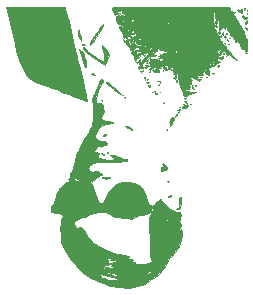
<source format=gbr>
G04 #@! TF.GenerationSoftware,KiCad,Pcbnew,(5.1.5)-3*
G04 #@! TF.CreationDate,2020-03-07T13:53:33-06:00*
G04 #@! TF.ProjectId,TelemetryBoard,54656c65-6d65-4747-9279-426f6172642e,rev?*
G04 #@! TF.SameCoordinates,Original*
G04 #@! TF.FileFunction,Legend,Bot*
G04 #@! TF.FilePolarity,Positive*
%FSLAX46Y46*%
G04 Gerber Fmt 4.6, Leading zero omitted, Abs format (unit mm)*
G04 Created by KiCad (PCBNEW (5.1.5)-3) date 2020-03-07 13:53:33*
%MOMM*%
%LPD*%
G04 APERTURE LIST*
%ADD10C,0.010000*%
G04 APERTURE END LIST*
D10*
G36*
X100118333Y-62780334D02*
G01*
X100109616Y-62742583D01*
X100076000Y-62738000D01*
X100023732Y-62761234D01*
X100033666Y-62780334D01*
X100109026Y-62787934D01*
X100118333Y-62780334D01*
G37*
X100118333Y-62780334D02*
X100109616Y-62742583D01*
X100076000Y-62738000D01*
X100023732Y-62761234D01*
X100033666Y-62780334D01*
X100109026Y-62787934D01*
X100118333Y-62780334D01*
G36*
X102423654Y-43258679D02*
G01*
X102425500Y-43243500D01*
X102377178Y-43181846D01*
X102362000Y-43180000D01*
X102300345Y-43228322D01*
X102298500Y-43243500D01*
X102346821Y-43305155D01*
X102362000Y-43307000D01*
X102423654Y-43258679D01*
G37*
X102423654Y-43258679D02*
X102425500Y-43243500D01*
X102377178Y-43181846D01*
X102362000Y-43180000D01*
X102300345Y-43228322D01*
X102298500Y-43243500D01*
X102346821Y-43305155D01*
X102362000Y-43307000D01*
X102423654Y-43258679D01*
G36*
X101197833Y-40809334D02*
G01*
X101189116Y-40771583D01*
X101155500Y-40767000D01*
X101103232Y-40790234D01*
X101113166Y-40809334D01*
X101188526Y-40816934D01*
X101197833Y-40809334D01*
G37*
X101197833Y-40809334D02*
X101189116Y-40771583D01*
X101155500Y-40767000D01*
X101103232Y-40790234D01*
X101113166Y-40809334D01*
X101188526Y-40816934D01*
X101197833Y-40809334D01*
G36*
X106236435Y-57345666D02*
G01*
X106339985Y-57181165D01*
X106395363Y-56923410D01*
X106402037Y-56692956D01*
X106385536Y-56440467D01*
X106355210Y-56313781D01*
X106310698Y-56312418D01*
X106251637Y-56435896D01*
X106238209Y-56475041D01*
X106197386Y-56717418D01*
X106208885Y-56932794D01*
X106226085Y-57102251D01*
X106183467Y-57209714D01*
X106101379Y-57284586D01*
X105949750Y-57401177D01*
X106090994Y-57402589D01*
X106236435Y-57345666D01*
G37*
X106236435Y-57345666D02*
X106339985Y-57181165D01*
X106395363Y-56923410D01*
X106402037Y-56692956D01*
X106385536Y-56440467D01*
X106355210Y-56313781D01*
X106310698Y-56312418D01*
X106251637Y-56435896D01*
X106238209Y-56475041D01*
X106197386Y-56717418D01*
X106208885Y-56932794D01*
X106226085Y-57102251D01*
X106183467Y-57209714D01*
X106101379Y-57284586D01*
X105949750Y-57401177D01*
X106090994Y-57402589D01*
X106236435Y-57345666D01*
G36*
X105490493Y-56322549D02*
G01*
X105537000Y-56254207D01*
X105500919Y-56205463D01*
X105380992Y-56232218D01*
X105361979Y-56239687D01*
X105309468Y-56300621D01*
X105316387Y-56327151D01*
X105392778Y-56355603D01*
X105490493Y-56322549D01*
G37*
X105490493Y-56322549D02*
X105537000Y-56254207D01*
X105500919Y-56205463D01*
X105380992Y-56232218D01*
X105361979Y-56239687D01*
X105309468Y-56300621D01*
X105316387Y-56327151D01*
X105392778Y-56355603D01*
X105490493Y-56322549D01*
G36*
X105329302Y-55029365D02*
G01*
X105310363Y-55000504D01*
X105245958Y-54996014D01*
X105178201Y-55011522D01*
X105207593Y-55034378D01*
X105306836Y-55041948D01*
X105329302Y-55029365D01*
G37*
X105329302Y-55029365D02*
X105310363Y-55000504D01*
X105245958Y-54996014D01*
X105178201Y-55011522D01*
X105207593Y-55034378D01*
X105306836Y-55041948D01*
X105329302Y-55029365D01*
G36*
X100270926Y-54758026D02*
G01*
X100361399Y-54713359D01*
X100409409Y-54668414D01*
X100387345Y-54643102D01*
X100276831Y-54632967D01*
X100059491Y-54633555D01*
X100033953Y-54633984D01*
X99804679Y-54641660D01*
X99684963Y-54657465D01*
X99657425Y-54685686D01*
X99688792Y-54719106D01*
X99851117Y-54781502D01*
X100066402Y-54794294D01*
X100270926Y-54758026D01*
G37*
X100270926Y-54758026D02*
X100361399Y-54713359D01*
X100409409Y-54668414D01*
X100387345Y-54643102D01*
X100276831Y-54632967D01*
X100059491Y-54633555D01*
X100033953Y-54633984D01*
X99804679Y-54641660D01*
X99684963Y-54657465D01*
X99657425Y-54685686D01*
X99688792Y-54719106D01*
X99851117Y-54781502D01*
X100066402Y-54794294D01*
X100270926Y-54758026D01*
G36*
X104921940Y-54091099D02*
G01*
X105075532Y-54036025D01*
X105189647Y-53973285D01*
X105219500Y-53932517D01*
X105182377Y-53852468D01*
X105092860Y-53725590D01*
X104983724Y-53592523D01*
X104887742Y-53493907D01*
X104844074Y-53467000D01*
X104816161Y-53519971D01*
X104823462Y-53628386D01*
X104825997Y-53748999D01*
X104768539Y-53771261D01*
X104699320Y-53807843D01*
X104659079Y-53915480D01*
X104659700Y-54039383D01*
X104694881Y-54110782D01*
X104778510Y-54121641D01*
X104921940Y-54091099D01*
G37*
X104921940Y-54091099D02*
X105075532Y-54036025D01*
X105189647Y-53973285D01*
X105219500Y-53932517D01*
X105182377Y-53852468D01*
X105092860Y-53725590D01*
X104983724Y-53592523D01*
X104887742Y-53493907D01*
X104844074Y-53467000D01*
X104816161Y-53519971D01*
X104823462Y-53628386D01*
X104825997Y-53748999D01*
X104768539Y-53771261D01*
X104699320Y-53807843D01*
X104659079Y-53915480D01*
X104659700Y-54039383D01*
X104694881Y-54110782D01*
X104778510Y-54121641D01*
X104921940Y-54091099D01*
G36*
X99880937Y-52757252D02*
G01*
X99834778Y-52713353D01*
X99822000Y-52705000D01*
X99705656Y-52648906D01*
X99650126Y-52658229D01*
X99663250Y-52705000D01*
X99753871Y-52760252D01*
X99809872Y-52767528D01*
X99880937Y-52757252D01*
G37*
X99880937Y-52757252D02*
X99834778Y-52713353D01*
X99822000Y-52705000D01*
X99705656Y-52648906D01*
X99650126Y-52658229D01*
X99663250Y-52705000D01*
X99753871Y-52760252D01*
X99809872Y-52767528D01*
X99880937Y-52757252D01*
G36*
X100181833Y-52620334D02*
G01*
X100173116Y-52582583D01*
X100139500Y-52578000D01*
X100087232Y-52601234D01*
X100097166Y-52620334D01*
X100172526Y-52627934D01*
X100181833Y-52620334D01*
G37*
X100181833Y-52620334D02*
X100173116Y-52582583D01*
X100139500Y-52578000D01*
X100087232Y-52601234D01*
X100097166Y-52620334D01*
X100172526Y-52627934D01*
X100181833Y-52620334D01*
G36*
X99611577Y-52092483D02*
G01*
X99599750Y-52070000D01*
X99539919Y-52009358D01*
X99528754Y-52006500D01*
X99524422Y-52047518D01*
X99536250Y-52070000D01*
X99596080Y-52130643D01*
X99607245Y-52133500D01*
X99611577Y-52092483D01*
G37*
X99611577Y-52092483D02*
X99599750Y-52070000D01*
X99539919Y-52009358D01*
X99528754Y-52006500D01*
X99524422Y-52047518D01*
X99536250Y-52070000D01*
X99596080Y-52130643D01*
X99607245Y-52133500D01*
X99611577Y-52092483D01*
G36*
X99921905Y-51182731D02*
G01*
X99949000Y-51166264D01*
X100047937Y-51086400D01*
X100076000Y-51038726D01*
X100027874Y-50996284D01*
X99930071Y-50998681D01*
X99864333Y-51032834D01*
X99824500Y-51129093D01*
X99822000Y-51160372D01*
X99841779Y-51212811D01*
X99921905Y-51182731D01*
G37*
X99921905Y-51182731D02*
X99949000Y-51166264D01*
X100047937Y-51086400D01*
X100076000Y-51038726D01*
X100027874Y-50996284D01*
X99930071Y-50998681D01*
X99864333Y-51032834D01*
X99824500Y-51129093D01*
X99822000Y-51160372D01*
X99841779Y-51212811D01*
X99921905Y-51182731D01*
G36*
X105219500Y-50641250D02*
G01*
X105187750Y-50609500D01*
X105156000Y-50641250D01*
X105187750Y-50673000D01*
X105219500Y-50641250D01*
G37*
X105219500Y-50641250D02*
X105187750Y-50609500D01*
X105156000Y-50641250D01*
X105187750Y-50673000D01*
X105219500Y-50641250D01*
G36*
X102272042Y-50645245D02*
G01*
X102251229Y-50578406D01*
X102157074Y-50497122D01*
X102021912Y-50430960D01*
X101826093Y-50371711D01*
X101700323Y-50355154D01*
X101659760Y-50378134D01*
X101719564Y-50437499D01*
X101790474Y-50479114D01*
X101942545Y-50547502D01*
X102046251Y-50571456D01*
X102060349Y-50567955D01*
X102105424Y-50585583D01*
X102108000Y-50605753D01*
X102159228Y-50665738D01*
X102201257Y-50673000D01*
X102272042Y-50645245D01*
G37*
X102272042Y-50645245D02*
X102251229Y-50578406D01*
X102157074Y-50497122D01*
X102021912Y-50430960D01*
X101826093Y-50371711D01*
X101700323Y-50355154D01*
X101659760Y-50378134D01*
X101719564Y-50437499D01*
X101790474Y-50479114D01*
X101942545Y-50547502D01*
X102046251Y-50571456D01*
X102060349Y-50567955D01*
X102105424Y-50585583D01*
X102108000Y-50605753D01*
X102159228Y-50665738D01*
X102201257Y-50673000D01*
X102272042Y-50645245D01*
G36*
X105410000Y-50006250D02*
G01*
X105378250Y-49974500D01*
X105346500Y-50006250D01*
X105378250Y-50038000D01*
X105410000Y-50006250D01*
G37*
X105410000Y-50006250D02*
X105378250Y-49974500D01*
X105346500Y-50006250D01*
X105378250Y-50038000D01*
X105410000Y-50006250D01*
G36*
X105486812Y-50293672D02*
G01*
X105514710Y-50258051D01*
X105583849Y-50129442D01*
X105600500Y-50057614D01*
X105636526Y-49981178D01*
X105659720Y-49974500D01*
X105729990Y-49921268D01*
X105765066Y-49798008D01*
X105753895Y-49659378D01*
X105733303Y-49610657D01*
X105680957Y-49550085D01*
X105665930Y-49581373D01*
X105630935Y-49635517D01*
X105604887Y-49627962D01*
X105526563Y-49634411D01*
X105471848Y-49761421D01*
X105442474Y-50004454D01*
X105440019Y-50059983D01*
X105437268Y-50240022D01*
X105450554Y-50311785D01*
X105486812Y-50293672D01*
G37*
X105486812Y-50293672D02*
X105514710Y-50258051D01*
X105583849Y-50129442D01*
X105600500Y-50057614D01*
X105636526Y-49981178D01*
X105659720Y-49974500D01*
X105729990Y-49921268D01*
X105765066Y-49798008D01*
X105753895Y-49659378D01*
X105733303Y-49610657D01*
X105680957Y-49550085D01*
X105665930Y-49581373D01*
X105630935Y-49635517D01*
X105604887Y-49627962D01*
X105526563Y-49634411D01*
X105471848Y-49761421D01*
X105442474Y-50004454D01*
X105440019Y-50059983D01*
X105437268Y-50240022D01*
X105450554Y-50311785D01*
X105486812Y-50293672D01*
G36*
X105957120Y-49518094D02*
G01*
X106024978Y-49403585D01*
X106025633Y-49329862D01*
X105989800Y-49287573D01*
X105978993Y-49307750D01*
X105973171Y-49412734D01*
X105973980Y-49418875D01*
X105933555Y-49465000D01*
X105918000Y-49466500D01*
X105858599Y-49516419D01*
X105854500Y-49543608D01*
X105886712Y-49572637D01*
X105957120Y-49518094D01*
G37*
X105957120Y-49518094D02*
X106024978Y-49403585D01*
X106025633Y-49329862D01*
X105989800Y-49287573D01*
X105978993Y-49307750D01*
X105973171Y-49412734D01*
X105973980Y-49418875D01*
X105933555Y-49465000D01*
X105918000Y-49466500D01*
X105858599Y-49516419D01*
X105854500Y-49543608D01*
X105886712Y-49572637D01*
X105957120Y-49518094D01*
G36*
X106232915Y-49166405D02*
G01*
X106235500Y-49149000D01*
X106213834Y-49087151D01*
X106207497Y-49085500D01*
X106153283Y-49129997D01*
X106140250Y-49149000D01*
X106145284Y-49207515D01*
X106168252Y-49212500D01*
X106232915Y-49166405D01*
G37*
X106232915Y-49166405D02*
X106235500Y-49149000D01*
X106213834Y-49087151D01*
X106207497Y-49085500D01*
X106153283Y-49129997D01*
X106140250Y-49149000D01*
X106145284Y-49207515D01*
X106168252Y-49212500D01*
X106232915Y-49166405D01*
G36*
X106108500Y-48990250D02*
G01*
X106076750Y-48958500D01*
X106045000Y-48990250D01*
X106076750Y-49022000D01*
X106108500Y-48990250D01*
G37*
X106108500Y-48990250D02*
X106076750Y-48958500D01*
X106045000Y-48990250D01*
X106076750Y-49022000D01*
X106108500Y-48990250D01*
G36*
X106277833Y-49000834D02*
G01*
X106285433Y-48925474D01*
X106277833Y-48916167D01*
X106240082Y-48924884D01*
X106235500Y-48958500D01*
X106258733Y-49010768D01*
X106277833Y-49000834D01*
G37*
X106277833Y-49000834D02*
X106285433Y-48925474D01*
X106277833Y-48916167D01*
X106240082Y-48924884D01*
X106235500Y-48958500D01*
X106258733Y-49010768D01*
X106277833Y-49000834D01*
G36*
X106341333Y-48746834D02*
G01*
X106332616Y-48709083D01*
X106299000Y-48704500D01*
X106246732Y-48727734D01*
X106256666Y-48746834D01*
X106332026Y-48754434D01*
X106341333Y-48746834D01*
G37*
X106341333Y-48746834D02*
X106332616Y-48709083D01*
X106299000Y-48704500D01*
X106246732Y-48727734D01*
X106256666Y-48746834D01*
X106332026Y-48754434D01*
X106341333Y-48746834D01*
G36*
X107251500Y-48482250D02*
G01*
X107219750Y-48450500D01*
X107188000Y-48482250D01*
X107219750Y-48514000D01*
X107251500Y-48482250D01*
G37*
X107251500Y-48482250D02*
X107219750Y-48450500D01*
X107188000Y-48482250D01*
X107219750Y-48514000D01*
X107251500Y-48482250D01*
G36*
X106739966Y-48791142D02*
G01*
X106879340Y-48700420D01*
X106954948Y-48619572D01*
X106944724Y-48592351D01*
X106934566Y-48594398D01*
X106813403Y-48575309D01*
X106755406Y-48534978D01*
X106647095Y-48465194D01*
X106596089Y-48455514D01*
X106558260Y-48470696D01*
X106598980Y-48492007D01*
X106638168Y-48544181D01*
X106591112Y-48653528D01*
X106575802Y-48677494D01*
X106511885Y-48786443D01*
X106527233Y-48826244D01*
X106602162Y-48831500D01*
X106739966Y-48791142D01*
G37*
X106739966Y-48791142D02*
X106879340Y-48700420D01*
X106954948Y-48619572D01*
X106944724Y-48592351D01*
X106934566Y-48594398D01*
X106813403Y-48575309D01*
X106755406Y-48534978D01*
X106647095Y-48465194D01*
X106596089Y-48455514D01*
X106558260Y-48470696D01*
X106598980Y-48492007D01*
X106638168Y-48544181D01*
X106591112Y-48653528D01*
X106575802Y-48677494D01*
X106511885Y-48786443D01*
X106527233Y-48826244D01*
X106602162Y-48831500D01*
X106739966Y-48791142D01*
G36*
X106912833Y-48429334D02*
G01*
X106904116Y-48391583D01*
X106870500Y-48387000D01*
X106818232Y-48410234D01*
X106828166Y-48429334D01*
X106903526Y-48436934D01*
X106912833Y-48429334D01*
G37*
X106912833Y-48429334D02*
X106904116Y-48391583D01*
X106870500Y-48387000D01*
X106818232Y-48410234D01*
X106828166Y-48429334D01*
X106903526Y-48436934D01*
X106912833Y-48429334D01*
G36*
X104965500Y-48355250D02*
G01*
X104933750Y-48323500D01*
X104902000Y-48355250D01*
X104933750Y-48387000D01*
X104965500Y-48355250D01*
G37*
X104965500Y-48355250D02*
X104933750Y-48323500D01*
X104902000Y-48355250D01*
X104933750Y-48387000D01*
X104965500Y-48355250D01*
G36*
X106805154Y-48275179D02*
G01*
X106807000Y-48260000D01*
X106758678Y-48198346D01*
X106743500Y-48196500D01*
X106681845Y-48244822D01*
X106680000Y-48260000D01*
X106728321Y-48321655D01*
X106743500Y-48323500D01*
X106805154Y-48275179D01*
G37*
X106805154Y-48275179D02*
X106807000Y-48260000D01*
X106758678Y-48198346D01*
X106743500Y-48196500D01*
X106681845Y-48244822D01*
X106680000Y-48260000D01*
X106728321Y-48321655D01*
X106743500Y-48323500D01*
X106805154Y-48275179D01*
G36*
X99737333Y-48175334D02*
G01*
X99728616Y-48137583D01*
X99695000Y-48133000D01*
X99642732Y-48156234D01*
X99652666Y-48175334D01*
X99728026Y-48182934D01*
X99737333Y-48175334D01*
G37*
X99737333Y-48175334D02*
X99728616Y-48137583D01*
X99695000Y-48133000D01*
X99642732Y-48156234D01*
X99652666Y-48175334D01*
X99728026Y-48182934D01*
X99737333Y-48175334D01*
G36*
X106747887Y-48035039D02*
G01*
X106804193Y-47973738D01*
X106740062Y-47943743D01*
X106708002Y-47942500D01*
X106642600Y-47973743D01*
X106648890Y-48007036D01*
X106724991Y-48043668D01*
X106747887Y-48035039D01*
G37*
X106747887Y-48035039D02*
X106804193Y-47973738D01*
X106740062Y-47943743D01*
X106708002Y-47942500D01*
X106642600Y-47973743D01*
X106648890Y-48007036D01*
X106724991Y-48043668D01*
X106747887Y-48035039D01*
G36*
X101663500Y-47910750D02*
G01*
X101631750Y-47879000D01*
X101600000Y-47910750D01*
X101631750Y-47942500D01*
X101663500Y-47910750D01*
G37*
X101663500Y-47910750D02*
X101631750Y-47879000D01*
X101600000Y-47910750D01*
X101631750Y-47942500D01*
X101663500Y-47910750D01*
G36*
X104346375Y-47603555D02*
G01*
X104354352Y-47580378D01*
X104267000Y-47571527D01*
X104176853Y-47581506D01*
X104187625Y-47603555D01*
X104317631Y-47611942D01*
X104346375Y-47603555D01*
G37*
X104346375Y-47603555D02*
X104354352Y-47580378D01*
X104267000Y-47571527D01*
X104176853Y-47581506D01*
X104187625Y-47603555D01*
X104317631Y-47611942D01*
X104346375Y-47603555D01*
G36*
X101413154Y-47695576D02*
G01*
X101327237Y-47631375D01*
X101231950Y-47577150D01*
X101236827Y-47597528D01*
X101296863Y-47661749D01*
X101389763Y-47737438D01*
X101436850Y-47745817D01*
X101413154Y-47695576D01*
G37*
X101413154Y-47695576D02*
X101327237Y-47631375D01*
X101231950Y-47577150D01*
X101236827Y-47597528D01*
X101296863Y-47661749D01*
X101389763Y-47737438D01*
X101436850Y-47745817D01*
X101413154Y-47695576D01*
G36*
X104648000Y-47466250D02*
G01*
X104616250Y-47434500D01*
X104584500Y-47466250D01*
X104616250Y-47498000D01*
X104648000Y-47466250D01*
G37*
X104648000Y-47466250D02*
X104616250Y-47434500D01*
X104584500Y-47466250D01*
X104616250Y-47498000D01*
X104648000Y-47466250D01*
G36*
X103991833Y-47476834D02*
G01*
X103983116Y-47439083D01*
X103949500Y-47434500D01*
X103897232Y-47457734D01*
X103907166Y-47476834D01*
X103982526Y-47484434D01*
X103991833Y-47476834D01*
G37*
X103991833Y-47476834D02*
X103983116Y-47439083D01*
X103949500Y-47434500D01*
X103897232Y-47457734D01*
X103907166Y-47476834D01*
X103982526Y-47484434D01*
X103991833Y-47476834D01*
G36*
X104203500Y-47402750D02*
G01*
X104171750Y-47371000D01*
X104140000Y-47402750D01*
X104171750Y-47434500D01*
X104203500Y-47402750D01*
G37*
X104203500Y-47402750D02*
X104171750Y-47371000D01*
X104140000Y-47402750D01*
X104171750Y-47434500D01*
X104203500Y-47402750D01*
G36*
X107493036Y-47209939D02*
G01*
X107444093Y-47143272D01*
X107367911Y-47042079D01*
X107339327Y-47001651D01*
X107302662Y-47024607D01*
X107287830Y-47046090D01*
X107306022Y-47119338D01*
X107392596Y-47187711D01*
X107491559Y-47235681D01*
X107493036Y-47209939D01*
G37*
X107493036Y-47209939D02*
X107444093Y-47143272D01*
X107367911Y-47042079D01*
X107339327Y-47001651D01*
X107302662Y-47024607D01*
X107287830Y-47046090D01*
X107306022Y-47119338D01*
X107392596Y-47187711D01*
X107491559Y-47235681D01*
X107493036Y-47209939D01*
G36*
X103737833Y-47032334D02*
G01*
X103729116Y-46994583D01*
X103695500Y-46990000D01*
X103643232Y-47013234D01*
X103653166Y-47032334D01*
X103728526Y-47039934D01*
X103737833Y-47032334D01*
G37*
X103737833Y-47032334D02*
X103729116Y-46994583D01*
X103695500Y-46990000D01*
X103643232Y-47013234D01*
X103653166Y-47032334D01*
X103728526Y-47039934D01*
X103737833Y-47032334D01*
G36*
X107693415Y-46943905D02*
G01*
X107696000Y-46926500D01*
X107674334Y-46864651D01*
X107667997Y-46863000D01*
X107613783Y-46907497D01*
X107600750Y-46926500D01*
X107605784Y-46985015D01*
X107628752Y-46990000D01*
X107693415Y-46943905D01*
G37*
X107693415Y-46943905D02*
X107696000Y-46926500D01*
X107674334Y-46864651D01*
X107667997Y-46863000D01*
X107613783Y-46907497D01*
X107600750Y-46926500D01*
X107605784Y-46985015D01*
X107628752Y-46990000D01*
X107693415Y-46943905D01*
G36*
X107378500Y-46894750D02*
G01*
X107346750Y-46863000D01*
X107315000Y-46894750D01*
X107346750Y-46926500D01*
X107378500Y-46894750D01*
G37*
X107378500Y-46894750D02*
X107346750Y-46863000D01*
X107315000Y-46894750D01*
X107346750Y-46926500D01*
X107378500Y-46894750D01*
G36*
X104521000Y-46831250D02*
G01*
X104489250Y-46799500D01*
X104457500Y-46831250D01*
X104489250Y-46863000D01*
X104521000Y-46831250D01*
G37*
X104521000Y-46831250D02*
X104489250Y-46799500D01*
X104457500Y-46831250D01*
X104489250Y-46863000D01*
X104521000Y-46831250D01*
G36*
X103748472Y-46912915D02*
G01*
X103759000Y-46901544D01*
X103709345Y-46860599D01*
X103663750Y-46840037D01*
X103581983Y-46838717D01*
X103568500Y-46864993D01*
X103619962Y-46919571D01*
X103663750Y-46926500D01*
X103748472Y-46912915D01*
G37*
X103748472Y-46912915D02*
X103759000Y-46901544D01*
X103709345Y-46860599D01*
X103663750Y-46840037D01*
X103581983Y-46838717D01*
X103568500Y-46864993D01*
X103619962Y-46919571D01*
X103663750Y-46926500D01*
X103748472Y-46912915D01*
G36*
X104648000Y-46640750D02*
G01*
X104616250Y-46609000D01*
X104584500Y-46640750D01*
X104616250Y-46672500D01*
X104648000Y-46640750D01*
G37*
X104648000Y-46640750D02*
X104616250Y-46609000D01*
X104584500Y-46640750D01*
X104616250Y-46672500D01*
X104648000Y-46640750D01*
G36*
X103630669Y-46703994D02*
G01*
X103675952Y-46638019D01*
X103648910Y-46590207D01*
X103550864Y-46583064D01*
X103520875Y-46591111D01*
X103446946Y-46654773D01*
X103469539Y-46719667D01*
X103533002Y-46736000D01*
X103630669Y-46703994D01*
G37*
X103630669Y-46703994D02*
X103675952Y-46638019D01*
X103648910Y-46590207D01*
X103550864Y-46583064D01*
X103520875Y-46591111D01*
X103446946Y-46654773D01*
X103469539Y-46719667D01*
X103533002Y-46736000D01*
X103630669Y-46703994D01*
G36*
X101147570Y-47508673D02*
G01*
X101068475Y-47408035D01*
X100910106Y-47250922D01*
X100796655Y-47148208D01*
X100558709Y-46945267D01*
X100342822Y-46774258D01*
X100167514Y-46648522D01*
X100051304Y-46581398D01*
X100012500Y-46583388D01*
X100055455Y-46651479D01*
X100149216Y-46744427D01*
X100230905Y-46827937D01*
X100236197Y-46862998D01*
X100235902Y-46863000D01*
X100244740Y-46896145D01*
X100331745Y-46977467D01*
X100350946Y-46992848D01*
X100467693Y-47077010D01*
X100532053Y-47108928D01*
X100534135Y-47108167D01*
X100586926Y-47137648D01*
X100697237Y-47228962D01*
X100742750Y-47270274D01*
X100893217Y-47399304D01*
X101023683Y-47494354D01*
X101044375Y-47506438D01*
X101141501Y-47544314D01*
X101147570Y-47508673D01*
G37*
X101147570Y-47508673D02*
X101068475Y-47408035D01*
X100910106Y-47250922D01*
X100796655Y-47148208D01*
X100558709Y-46945267D01*
X100342822Y-46774258D01*
X100167514Y-46648522D01*
X100051304Y-46581398D01*
X100012500Y-46583388D01*
X100055455Y-46651479D01*
X100149216Y-46744427D01*
X100230905Y-46827937D01*
X100236197Y-46862998D01*
X100235902Y-46863000D01*
X100244740Y-46896145D01*
X100331745Y-46977467D01*
X100350946Y-46992848D01*
X100467693Y-47077010D01*
X100532053Y-47108928D01*
X100534135Y-47108167D01*
X100586926Y-47137648D01*
X100697237Y-47228962D01*
X100742750Y-47270274D01*
X100893217Y-47399304D01*
X101023683Y-47494354D01*
X101044375Y-47506438D01*
X101141501Y-47544314D01*
X101147570Y-47508673D01*
G36*
X104601583Y-46523652D02*
G01*
X104603694Y-46502806D01*
X104504287Y-46494293D01*
X104489250Y-46494380D01*
X104390764Y-46503536D01*
X104400165Y-46522863D01*
X104411083Y-46526005D01*
X104549406Y-46535302D01*
X104601583Y-46523652D01*
G37*
X104601583Y-46523652D02*
X104603694Y-46502806D01*
X104504287Y-46494293D01*
X104489250Y-46494380D01*
X104390764Y-46503536D01*
X104400165Y-46522863D01*
X104411083Y-46526005D01*
X104549406Y-46535302D01*
X104601583Y-46523652D01*
G36*
X106039273Y-46532276D02*
G01*
X106031490Y-46473222D01*
X105996516Y-46425422D01*
X105955017Y-46473478D01*
X105931716Y-46566962D01*
X105943391Y-46592059D01*
X106006166Y-46602486D01*
X106039273Y-46532276D01*
G37*
X106039273Y-46532276D02*
X106031490Y-46473222D01*
X105996516Y-46425422D01*
X105955017Y-46473478D01*
X105931716Y-46566962D01*
X105943391Y-46592059D01*
X106006166Y-46602486D01*
X106039273Y-46532276D01*
G36*
X103568500Y-46386750D02*
G01*
X103536750Y-46355000D01*
X103505000Y-46386750D01*
X103536750Y-46418500D01*
X103568500Y-46386750D01*
G37*
X103568500Y-46386750D02*
X103536750Y-46355000D01*
X103505000Y-46386750D01*
X103536750Y-46418500D01*
X103568500Y-46386750D01*
G36*
X102307972Y-64003093D02*
G01*
X102672452Y-63912957D01*
X103050904Y-63786694D01*
X103410759Y-63632419D01*
X103424985Y-63625446D01*
X103787536Y-63416692D01*
X104147162Y-63156024D01*
X104483839Y-62863309D01*
X104777546Y-62558415D01*
X105008259Y-62261207D01*
X105155956Y-61991554D01*
X105192807Y-61871337D01*
X105255171Y-61738542D01*
X105392614Y-61544190D01*
X105586942Y-61312921D01*
X105678686Y-61213308D01*
X105884721Y-60981499D01*
X106067962Y-60750597D01*
X106201918Y-60555139D01*
X106245236Y-60474702D01*
X106332974Y-60215214D01*
X106401312Y-59897450D01*
X106441730Y-59575334D01*
X106445707Y-59302791D01*
X106439518Y-59245322D01*
X106414138Y-59119559D01*
X106379156Y-59104401D01*
X106331201Y-59160372D01*
X106274197Y-59224050D01*
X106253628Y-59183818D01*
X106251375Y-59097613D01*
X106269822Y-58958541D01*
X106306937Y-58891345D01*
X106351825Y-58811173D01*
X106363092Y-58683715D01*
X106343970Y-58562163D01*
X106297690Y-58499707D01*
X106283125Y-58499375D01*
X106219291Y-58460401D01*
X106203750Y-58388250D01*
X106230798Y-58290417D01*
X106269513Y-58272588D01*
X106309955Y-58222318D01*
X106339969Y-58080393D01*
X106348893Y-57970963D01*
X106353174Y-57784859D01*
X106332067Y-57692636D01*
X106266503Y-57661332D01*
X106167830Y-57658000D01*
X105990949Y-57639166D01*
X105819353Y-57571777D01*
X105621618Y-57439509D01*
X105410000Y-57264293D01*
X105142597Y-57029693D01*
X104955890Y-56860446D01*
X104833191Y-56740383D01*
X104757813Y-56653334D01*
X104719700Y-56595410D01*
X104659787Y-56524920D01*
X104581850Y-56555292D01*
X104552122Y-56579021D01*
X104403278Y-56682695D01*
X104307852Y-56736361D01*
X104191720Y-56845774D01*
X104151458Y-56945215D01*
X104084435Y-57058402D01*
X103944607Y-57085768D01*
X103763534Y-57025427D01*
X103682888Y-56959386D01*
X103609059Y-56840213D01*
X103532089Y-56646048D01*
X103442019Y-56355030D01*
X103415281Y-56261000D01*
X103275723Y-55874163D01*
X103095197Y-55584969D01*
X102856148Y-55366235D01*
X102822671Y-55343415D01*
X102433928Y-55161347D01*
X101979102Y-55082601D01*
X101468113Y-55108754D01*
X101406895Y-55118440D01*
X101147984Y-55169600D01*
X100965438Y-55232965D01*
X100809136Y-55332148D01*
X100641404Y-55479097D01*
X100377973Y-55786877D01*
X100127115Y-56199077D01*
X99902445Y-56693119D01*
X99889904Y-56725365D01*
X99819568Y-56850645D01*
X99710869Y-56888488D01*
X99620343Y-56884115D01*
X99519781Y-56866791D01*
X99447114Y-56821941D01*
X99384684Y-56724507D01*
X99314832Y-56549430D01*
X99248349Y-56356250D01*
X99147126Y-56064789D01*
X99039619Y-55769103D01*
X98947430Y-55528460D01*
X98939216Y-55508053D01*
X98801333Y-55167856D01*
X98965648Y-54952428D01*
X99085448Y-54818788D01*
X99187800Y-54743269D01*
X99212265Y-54737000D01*
X99316049Y-54698218D01*
X99441000Y-54610000D01*
X99561146Y-54519718D01*
X99641216Y-54483000D01*
X99697252Y-54449886D01*
X99674541Y-54380292D01*
X99592066Y-54318839D01*
X99568000Y-54310900D01*
X99464975Y-54256793D01*
X99441000Y-54212548D01*
X99381188Y-54178624D01*
X99209639Y-54174876D01*
X99070616Y-54186121D01*
X98813086Y-54198841D01*
X98655452Y-54162201D01*
X98575778Y-54062705D01*
X98552129Y-53886858D01*
X98552000Y-53867050D01*
X98575332Y-53707772D01*
X98647250Y-53657500D01*
X98731563Y-53612492D01*
X98742500Y-53573554D01*
X98803053Y-53520317D01*
X98972958Y-53471004D01*
X99234584Y-53427521D01*
X99570298Y-53391777D01*
X99962468Y-53365678D01*
X100393463Y-53351132D01*
X100812213Y-53349629D01*
X101200872Y-53351736D01*
X101480146Y-53345896D01*
X101667553Y-53329096D01*
X101780614Y-53298328D01*
X101836846Y-53250582D01*
X101853769Y-53182845D01*
X101854000Y-53170619D01*
X101817749Y-53102171D01*
X101706958Y-53109138D01*
X101540901Y-53103300D01*
X101343694Y-53031063D01*
X101341833Y-53030077D01*
X101124784Y-52939093D01*
X100889123Y-52873272D01*
X100869750Y-52869670D01*
X100677859Y-52832909D01*
X100525937Y-52798449D01*
X100504625Y-52792586D01*
X100401117Y-52776909D01*
X100389100Y-52807759D01*
X100451682Y-52865460D01*
X100571971Y-52930340D01*
X100647500Y-52959000D01*
X100804082Y-53021260D01*
X100893475Y-53077311D01*
X100901500Y-53092273D01*
X100844522Y-53134120D01*
X100699670Y-53170012D01*
X100506068Y-53194962D01*
X100302838Y-53203982D01*
X100129102Y-53192083D01*
X100124610Y-53191326D01*
X99782039Y-53128524D01*
X99549583Y-53074106D01*
X99411376Y-53020375D01*
X99351555Y-52959635D01*
X99354256Y-52884190D01*
X99378834Y-52829507D01*
X99435537Y-52695682D01*
X99409756Y-52650468D01*
X99338679Y-52667177D01*
X99266373Y-52672610D01*
X99276123Y-52602818D01*
X99281505Y-52528894D01*
X99195042Y-52530835D01*
X99188006Y-52532636D01*
X99061318Y-52535669D01*
X99026809Y-52475479D01*
X99091750Y-52387500D01*
X99155790Y-52300972D01*
X99154645Y-52259522D01*
X99184097Y-52199909D01*
X99295019Y-52110442D01*
X99349474Y-52076217D01*
X99522424Y-51989405D01*
X99659842Y-51946902D01*
X99734710Y-51953966D01*
X99729365Y-52002268D01*
X99757833Y-52016455D01*
X99871854Y-51984628D01*
X99948815Y-51954643D01*
X100104877Y-51885920D01*
X100158998Y-51838484D01*
X100126475Y-51784797D01*
X100069912Y-51736625D01*
X99903777Y-51648875D01*
X99767340Y-51620670D01*
X99559068Y-51591558D01*
X99362219Y-51526820D01*
X99214720Y-51442942D01*
X99154500Y-51356411D01*
X99154440Y-51354267D01*
X99128864Y-51238710D01*
X99109664Y-51209498D01*
X99106688Y-51125870D01*
X99163915Y-50975245D01*
X99262938Y-50790374D01*
X99385350Y-50604008D01*
X99512744Y-50448896D01*
X99564815Y-50399674D01*
X99750733Y-50285696D01*
X100014599Y-50200540D01*
X100236018Y-50156546D01*
X100483525Y-50107725D01*
X100604643Y-50063969D01*
X100599749Y-50022652D01*
X100469223Y-49981150D01*
X100266500Y-49944797D01*
X100036309Y-49900285D01*
X99820336Y-49844515D01*
X99776201Y-49830301D01*
X99639072Y-49768287D01*
X99597580Y-49689060D01*
X99610836Y-49597279D01*
X99676391Y-49427304D01*
X99773677Y-49257887D01*
X99852409Y-49108478D01*
X99836430Y-49008145D01*
X99830575Y-49000583D01*
X99789475Y-48876626D01*
X99796345Y-48795745D01*
X99775723Y-48658034D01*
X99674463Y-48519244D01*
X99531838Y-48414758D01*
X99387118Y-48379964D01*
X99345750Y-48389743D01*
X99222151Y-48440186D01*
X99209206Y-48237027D01*
X99223651Y-48037750D01*
X99288301Y-47652407D01*
X99394989Y-47271373D01*
X99529753Y-46936616D01*
X99667014Y-46704959D01*
X99787789Y-46521397D01*
X99810890Y-46409400D01*
X99736529Y-46359613D01*
X99674846Y-46355000D01*
X99584937Y-46374236D01*
X99516205Y-46450182D01*
X99449037Y-46610197D01*
X99413089Y-46720125D01*
X99323433Y-46968375D01*
X99200305Y-47262828D01*
X99075622Y-47528912D01*
X98968239Y-47748123D01*
X98905383Y-47909598D01*
X98879175Y-48059062D01*
X98881734Y-48242238D01*
X98899543Y-48441724D01*
X99222249Y-48441724D01*
X99345750Y-48447010D01*
X99428609Y-48460954D01*
X99393892Y-48502073D01*
X99379175Y-48511621D01*
X99278703Y-48533787D01*
X99222340Y-48443151D01*
X99222249Y-48441724D01*
X98899543Y-48441724D01*
X98905180Y-48504853D01*
X98905998Y-48513162D01*
X98922259Y-48736250D01*
X99187000Y-48736250D01*
X99218750Y-48704500D01*
X99250500Y-48736250D01*
X99218750Y-48768000D01*
X99187000Y-48736250D01*
X98922259Y-48736250D01*
X98942721Y-49016947D01*
X98950984Y-49474086D01*
X98931776Y-49865371D01*
X98886086Y-50171598D01*
X98814901Y-50373559D01*
X98809834Y-50381952D01*
X98706148Y-50556086D01*
X98560755Y-50811403D01*
X98388090Y-51121373D01*
X98202589Y-51459470D01*
X98018689Y-51799164D01*
X97850825Y-52113929D01*
X97713435Y-52377236D01*
X97620953Y-52562557D01*
X97607777Y-52590865D01*
X97492974Y-52895443D01*
X97385121Y-53273444D01*
X97298112Y-53671481D01*
X97264067Y-53890334D01*
X97557166Y-53890334D01*
X97565883Y-53852583D01*
X97599500Y-53848000D01*
X97651767Y-53871234D01*
X97641833Y-53890334D01*
X97566473Y-53897934D01*
X97557166Y-53890334D01*
X97264067Y-53890334D01*
X97255835Y-53943250D01*
X97192806Y-54165565D01*
X97094648Y-54284371D01*
X97081534Y-54296248D01*
X97282000Y-54296248D01*
X97328095Y-54231585D01*
X97345500Y-54229000D01*
X97407349Y-54250666D01*
X97409000Y-54257003D01*
X97364503Y-54311217D01*
X97345500Y-54324250D01*
X97286985Y-54319216D01*
X97282000Y-54296248D01*
X97081534Y-54296248D01*
X97008861Y-54362062D01*
X96964149Y-54435948D01*
X96974285Y-54471546D01*
X97028000Y-54451250D01*
X97081796Y-54466330D01*
X97091499Y-54514750D01*
X97536000Y-54514750D01*
X97567750Y-54483000D01*
X97599500Y-54514750D01*
X97567750Y-54546500D01*
X97536000Y-54514750D01*
X97091499Y-54514750D01*
X97091500Y-54514751D01*
X97059573Y-54582437D01*
X97018188Y-54572187D01*
X96975005Y-54564393D01*
X96992797Y-54604414D01*
X96987344Y-54701631D01*
X96966997Y-54725541D01*
X97160842Y-54725541D01*
X97206336Y-54681455D01*
X97218500Y-54673500D01*
X97314051Y-54618054D01*
X97343503Y-54634544D01*
X97344050Y-54645224D01*
X97501717Y-54645224D01*
X97594923Y-54611468D01*
X97599500Y-54610000D01*
X97721717Y-54570043D01*
X97770377Y-54552830D01*
X97808413Y-54589821D01*
X97821750Y-54610000D01*
X97796312Y-54652687D01*
X97668820Y-54667533D01*
X97650872Y-54667171D01*
X97517340Y-54660423D01*
X97501717Y-54645224D01*
X97344050Y-54645224D01*
X97345500Y-54673500D01*
X97293142Y-54726871D01*
X97234375Y-54736028D01*
X97160842Y-54725541D01*
X96966997Y-54725541D01*
X96923233Y-54776965D01*
X96850742Y-54859347D01*
X96859248Y-54870650D01*
X97218500Y-54870650D01*
X97279100Y-54801439D01*
X97455022Y-54761378D01*
X97663000Y-54751880D01*
X97885250Y-54752026D01*
X97694750Y-54795066D01*
X97585982Y-54822604D01*
X97572808Y-54843868D01*
X97666158Y-54870478D01*
X97790000Y-54896322D01*
X98075750Y-54954539D01*
X97734069Y-54976376D01*
X97454832Y-54982035D01*
X97287476Y-54954155D01*
X97220781Y-54890437D01*
X97218500Y-54870650D01*
X96859248Y-54870650D01*
X96885125Y-54905031D01*
X96960722Y-54973982D01*
X96927681Y-55037981D01*
X96850210Y-55054501D01*
X96685387Y-55100699D01*
X96485327Y-55219216D01*
X96289863Y-55379933D01*
X96138832Y-55552732D01*
X96097186Y-55623843D01*
X96024490Y-55792316D01*
X95929311Y-56033840D01*
X95830123Y-56301253D01*
X95812735Y-56350003D01*
X95713936Y-56602159D01*
X95611040Y-56821551D01*
X95522957Y-56968774D01*
X95506024Y-56989095D01*
X95400453Y-57185168D01*
X95377000Y-57356137D01*
X95376999Y-57585838D01*
X95853472Y-57691843D01*
X96084446Y-57748517D01*
X96262799Y-57802187D01*
X96355735Y-57842753D01*
X96361050Y-57848178D01*
X96357939Y-57933079D01*
X96312584Y-58084732D01*
X96289432Y-58143380D01*
X96231540Y-58364495D01*
X96220885Y-58457567D01*
X97333266Y-58457567D01*
X97370428Y-58351046D01*
X97475391Y-58274304D01*
X97653918Y-58190902D01*
X97861452Y-58116455D01*
X98053436Y-58066578D01*
X98185314Y-58056885D01*
X98199207Y-58060604D01*
X98290036Y-58066331D01*
X98309772Y-58048603D01*
X98392125Y-57967045D01*
X98554717Y-57869333D01*
X98756223Y-57776077D01*
X98955319Y-57707881D01*
X99024106Y-57692399D01*
X99338439Y-57653906D01*
X99659027Y-57644446D01*
X99959363Y-57661290D01*
X100212939Y-57701708D01*
X100393250Y-57762973D01*
X100473603Y-57841633D01*
X100561568Y-57939704D01*
X100760971Y-58023020D01*
X101056684Y-58087314D01*
X101433578Y-58128317D01*
X101505189Y-58132695D01*
X101755687Y-58150519D01*
X101968324Y-58173033D01*
X102100813Y-58195665D01*
X102108403Y-58197878D01*
X102256104Y-58185594D01*
X102456391Y-58083516D01*
X102469994Y-58074396D01*
X102644275Y-57974201D01*
X102796988Y-57916195D01*
X102837115Y-57910550D01*
X102960973Y-57894479D01*
X103164027Y-57853668D01*
X103402963Y-57796848D01*
X103409750Y-57795111D01*
X103652514Y-57725475D01*
X103793113Y-57663148D01*
X103854880Y-57595957D01*
X103863375Y-57558436D01*
X103874625Y-57412844D01*
X103879250Y-57356375D01*
X103930360Y-57282448D01*
X103956383Y-57277000D01*
X103998354Y-57330315D01*
X103992633Y-57382834D01*
X104669166Y-57382834D01*
X104677883Y-57345083D01*
X104711500Y-57340500D01*
X104763767Y-57363734D01*
X104753833Y-57382834D01*
X104678473Y-57390434D01*
X104669166Y-57382834D01*
X103992633Y-57382834D01*
X103985138Y-57451625D01*
X103916834Y-57629612D01*
X103814719Y-57804778D01*
X103724756Y-57991404D01*
X103710772Y-58070750D01*
X105092500Y-58070750D01*
X105124250Y-58039000D01*
X105156000Y-58070750D01*
X105124250Y-58102500D01*
X105092500Y-58070750D01*
X103710772Y-58070750D01*
X103690499Y-58185778D01*
X103692952Y-58293000D01*
X105156000Y-58293000D01*
X105168414Y-58189649D01*
X105185515Y-58166000D01*
X105234711Y-58214610D01*
X105267158Y-58267284D01*
X105474894Y-58267284D01*
X105478449Y-58155541D01*
X105496108Y-58135774D01*
X105541657Y-58216695D01*
X105601894Y-58347560D01*
X105675635Y-58516716D01*
X105720813Y-58633159D01*
X105727500Y-58659027D01*
X105687933Y-58648298D01*
X105600500Y-58578750D01*
X105498815Y-58413652D01*
X105474894Y-58267284D01*
X105267158Y-58267284D01*
X105283000Y-58293000D01*
X105318415Y-58390660D01*
X105267648Y-58419667D01*
X105253484Y-58420000D01*
X105173444Y-58366938D01*
X105156000Y-58293000D01*
X103692952Y-58293000D01*
X103707316Y-58920807D01*
X105099424Y-58920807D01*
X105112134Y-58851365D01*
X105114904Y-58843432D01*
X105153824Y-58707136D01*
X105163366Y-58652932D01*
X105181100Y-58640349D01*
X105201071Y-58696620D01*
X105189723Y-58830605D01*
X105152609Y-58887120D01*
X105099424Y-58920807D01*
X103707316Y-58920807D01*
X103707740Y-58939300D01*
X103716362Y-59298417D01*
X104267000Y-59298417D01*
X104283158Y-59062236D01*
X104332542Y-58944244D01*
X104373439Y-58928000D01*
X104381648Y-58984581D01*
X104377511Y-59127905D01*
X104373649Y-59182000D01*
X105219500Y-59182000D01*
X105242733Y-59129733D01*
X105261833Y-59139667D01*
X105266102Y-59182000D01*
X105864526Y-59182000D01*
X105874505Y-59091854D01*
X105896554Y-59102625D01*
X105904941Y-59232632D01*
X105896554Y-59261375D01*
X105873377Y-59269353D01*
X105864526Y-59182000D01*
X105266102Y-59182000D01*
X105269433Y-59215027D01*
X105261833Y-59224334D01*
X105224082Y-59215617D01*
X105219500Y-59182000D01*
X104373649Y-59182000D01*
X104371223Y-59215967D01*
X104363478Y-59277250D01*
X104838500Y-59277250D01*
X104870250Y-59245500D01*
X104902000Y-59277250D01*
X104870250Y-59309000D01*
X104838500Y-59277250D01*
X104363478Y-59277250D01*
X104344938Y-59423931D01*
X104340757Y-59437993D01*
X105092500Y-59437993D01*
X105139045Y-59403055D01*
X105187750Y-59413037D01*
X105271301Y-59458109D01*
X105283000Y-59474544D01*
X105231147Y-59496742D01*
X105187750Y-59499500D01*
X105103230Y-59466269D01*
X105092500Y-59437993D01*
X104340757Y-59437993D01*
X104314139Y-59527506D01*
X104286386Y-59520711D01*
X104269242Y-59397562D01*
X104267000Y-59298417D01*
X103716362Y-59298417D01*
X103723020Y-59575675D01*
X103726991Y-59727042D01*
X104272013Y-59727042D01*
X104283688Y-59644682D01*
X104305364Y-59643698D01*
X104307959Y-59658250D01*
X106172000Y-59658250D01*
X106203750Y-59626500D01*
X106235500Y-59658250D01*
X106203750Y-59690000D01*
X106172000Y-59658250D01*
X104307959Y-59658250D01*
X104320523Y-59728686D01*
X104310377Y-59765407D01*
X104282181Y-59789459D01*
X104272013Y-59727042D01*
X103726991Y-59727042D01*
X103736902Y-60104732D01*
X103749952Y-60536297D01*
X103762733Y-60880198D01*
X103775809Y-61146264D01*
X103789746Y-61344322D01*
X103805107Y-61484201D01*
X103822456Y-61575727D01*
X103842358Y-61628729D01*
X103865377Y-61653035D01*
X103889890Y-61658500D01*
X103949212Y-61691141D01*
X103921360Y-61766309D01*
X103820418Y-61849871D01*
X103808118Y-61856697D01*
X103454749Y-61985435D01*
X103011899Y-62045746D01*
X102848966Y-62049947D01*
X102587969Y-62040096D01*
X102450541Y-62009367D01*
X102434862Y-61957049D01*
X102490838Y-61910020D01*
X102530249Y-61867616D01*
X102457830Y-61851095D01*
X102409625Y-61849973D01*
X102276641Y-61824967D01*
X102235356Y-61768604D01*
X102301761Y-61705970D01*
X102314375Y-61700555D01*
X102341702Y-61672222D01*
X102289883Y-61663514D01*
X102158892Y-61631490D01*
X102017426Y-61571035D01*
X101908733Y-61506189D01*
X101905663Y-61465061D01*
X101962543Y-61435129D01*
X102016090Y-61397726D01*
X101967975Y-61361873D01*
X101854000Y-61327205D01*
X101652028Y-61280002D01*
X101406373Y-61231494D01*
X101314250Y-61215526D01*
X100970828Y-61147988D01*
X100628509Y-61061365D01*
X100313077Y-60964238D01*
X100050317Y-60865188D01*
X99866011Y-60772797D01*
X99792062Y-60708934D01*
X99713402Y-60653951D01*
X99562687Y-60589323D01*
X99519490Y-60574514D01*
X99241481Y-60436425D01*
X98948451Y-60212045D01*
X98673327Y-59932686D01*
X98449035Y-59629658D01*
X98365208Y-59476888D01*
X98192166Y-59167124D01*
X98023500Y-58979116D01*
X97853221Y-58908043D01*
X97696602Y-58938710D01*
X97549048Y-58977079D01*
X97447609Y-58922107D01*
X97374862Y-58759826D01*
X97349617Y-58660508D01*
X97333266Y-58457567D01*
X96220885Y-58457567D01*
X96195986Y-58675051D01*
X96181806Y-59042031D01*
X96188035Y-59432423D01*
X96213708Y-59813211D01*
X96257861Y-60151383D01*
X96319528Y-60413923D01*
X96358601Y-60510378D01*
X96639849Y-60992486D01*
X96931605Y-61414679D01*
X99190531Y-61414679D01*
X99217729Y-61414963D01*
X99271568Y-61431456D01*
X99339403Y-61446834D01*
X100541666Y-61446834D01*
X100550383Y-61409083D01*
X100584000Y-61404500D01*
X100636267Y-61427734D01*
X100626333Y-61446834D01*
X100550973Y-61454434D01*
X100541666Y-61446834D01*
X99339403Y-61446834D01*
X99410803Y-61463020D01*
X99465806Y-61468000D01*
X99574161Y-61503665D01*
X99666988Y-61561204D01*
X99738681Y-61620771D01*
X99715774Y-61630744D01*
X99588556Y-61598729D01*
X99408371Y-61536123D01*
X99271056Y-61468981D01*
X99190531Y-61414679D01*
X96931605Y-61414679D01*
X97000878Y-61514922D01*
X97105140Y-61647641D01*
X100034096Y-61647641D01*
X100051844Y-61611579D01*
X100076000Y-61595000D01*
X100201152Y-61547016D01*
X100339130Y-61534644D01*
X100438016Y-61558607D01*
X100457000Y-61589709D01*
X100407410Y-61663650D01*
X100377625Y-61679946D01*
X100391857Y-61697295D01*
X100507416Y-61710912D01*
X100679250Y-61717379D01*
X100887228Y-61721729D01*
X100983764Y-61732373D01*
X100984410Y-61757141D01*
X100904713Y-61803861D01*
X100878366Y-61817642D01*
X100712592Y-61874937D01*
X100510998Y-61907139D01*
X100322589Y-61910508D01*
X100196373Y-61881309D01*
X100182384Y-61870718D01*
X100180603Y-61794364D01*
X100211326Y-61743718D01*
X100239680Y-61679660D01*
X100162509Y-61658246D01*
X100131400Y-61657528D01*
X100034096Y-61647641D01*
X97105140Y-61647641D01*
X97266575Y-61853135D01*
X99075568Y-61853135D01*
X99084254Y-61849000D01*
X99113712Y-61871725D01*
X99468654Y-61871725D01*
X99542342Y-61875813D01*
X99599750Y-61887755D01*
X99741984Y-61924528D01*
X99816679Y-61953158D01*
X99816708Y-61953183D01*
X99809084Y-61977343D01*
X99725329Y-61974917D01*
X99611928Y-61952396D01*
X99515368Y-61916268D01*
X99504500Y-61909599D01*
X99468654Y-61871725D01*
X99113712Y-61871725D01*
X99142203Y-61893703D01*
X99155250Y-61912500D01*
X99171431Y-61971866D01*
X99162745Y-61976000D01*
X99104796Y-61931298D01*
X99091750Y-61912500D01*
X99075568Y-61853135D01*
X97266575Y-61853135D01*
X97388039Y-62007750D01*
X99250500Y-62007750D01*
X99282250Y-61976000D01*
X99314000Y-62007750D01*
X99282250Y-62039500D01*
X99250500Y-62007750D01*
X97388039Y-62007750D01*
X97417436Y-62045169D01*
X97483606Y-62119866D01*
X99663250Y-62119866D01*
X99980750Y-62143974D01*
X100156295Y-62152268D01*
X100215058Y-62140076D01*
X100171250Y-62108254D01*
X100141550Y-62077366D01*
X100218969Y-62059766D01*
X100411640Y-62054215D01*
X100520500Y-62055058D01*
X100714508Y-62060639D01*
X100800878Y-62069748D01*
X100771511Y-62081170D01*
X100726875Y-62085996D01*
X100568372Y-62115749D01*
X100470832Y-62160833D01*
X100452718Y-62204386D01*
X100532495Y-62229546D01*
X100568125Y-62230973D01*
X100717680Y-62267613D01*
X100774500Y-62298581D01*
X100784313Y-62334263D01*
X100698414Y-62348856D01*
X100545844Y-62345034D01*
X100355647Y-62325471D01*
X100156868Y-62292840D01*
X99978548Y-62249816D01*
X99885500Y-62216733D01*
X99663250Y-62119866D01*
X97483606Y-62119866D01*
X97602014Y-62253532D01*
X99465522Y-62253532D01*
X99495084Y-62232335D01*
X99497653Y-62232251D01*
X99598889Y-62248629D01*
X99783262Y-62293886D01*
X100012818Y-62358620D01*
X100037403Y-62365984D01*
X100271188Y-62446596D01*
X100385998Y-62506483D01*
X100382521Y-62538010D01*
X100261447Y-62533540D01*
X100026557Y-62486191D01*
X99836235Y-62430730D01*
X99662012Y-62365172D01*
X99529803Y-62301959D01*
X99465522Y-62253532D01*
X97602014Y-62253532D01*
X97865271Y-62550711D01*
X97934024Y-62622795D01*
X97954907Y-62642750D01*
X100393500Y-62642750D01*
X100425250Y-62611000D01*
X100457000Y-62642750D01*
X100425250Y-62674500D01*
X100393500Y-62642750D01*
X97954907Y-62642750D01*
X98110968Y-62791874D01*
X99845455Y-62791874D01*
X99852793Y-62763245D01*
X99951269Y-62718689D01*
X100056184Y-62678964D01*
X100119024Y-62689887D01*
X100272206Y-62722813D01*
X100478784Y-62769750D01*
X103251000Y-62769750D01*
X103282750Y-62738000D01*
X103314500Y-62769750D01*
X103282750Y-62801500D01*
X103251000Y-62769750D01*
X100478784Y-62769750D01*
X100480818Y-62770212D01*
X100711549Y-62826280D01*
X100904493Y-62877699D01*
X100958218Y-62894447D01*
X103400742Y-62894447D01*
X103436375Y-62839426D01*
X103475411Y-62752996D01*
X103460025Y-62722833D01*
X103458890Y-62708927D01*
X103489125Y-62714665D01*
X103562037Y-62704822D01*
X103568544Y-62688383D01*
X103622982Y-62650518D01*
X103722612Y-62633884D01*
X103834484Y-62650024D01*
X103842773Y-62713259D01*
X103758431Y-62788368D01*
X103692453Y-62801500D01*
X103573735Y-62832280D01*
X103536750Y-62865000D01*
X103449455Y-62926183D01*
X103429977Y-62928500D01*
X103400742Y-62894447D01*
X100958218Y-62894447D01*
X101008633Y-62910163D01*
X101076307Y-62946490D01*
X101057857Y-62960250D01*
X102616000Y-62960250D01*
X102647750Y-62928500D01*
X102679500Y-62960250D01*
X102647750Y-62992000D01*
X102616000Y-62960250D01*
X101057857Y-62960250D01*
X101034774Y-62977464D01*
X100965000Y-62998622D01*
X100851975Y-63023750D01*
X102489000Y-63023750D01*
X102520750Y-62992000D01*
X102552500Y-63023750D01*
X102520750Y-63055500D01*
X102489000Y-63023750D01*
X100851975Y-63023750D01*
X100790838Y-63037342D01*
X100662590Y-63048774D01*
X100608157Y-63032776D01*
X100636226Y-63000312D01*
X100634905Y-62962147D01*
X100512675Y-62926661D01*
X100371754Y-62906114D01*
X100155201Y-62875419D01*
X99978390Y-62841202D01*
X99911420Y-62822227D01*
X99845455Y-62791874D01*
X98110968Y-62791874D01*
X98125555Y-62805812D01*
X98330084Y-62962654D01*
X98377884Y-62991746D01*
X99388985Y-62991746D01*
X99407616Y-62961328D01*
X99472750Y-62933588D01*
X99603514Y-62899905D01*
X99663250Y-62901384D01*
X99749943Y-62923255D01*
X99928959Y-62966080D01*
X100168845Y-63022379D01*
X100298250Y-63052424D01*
X100653531Y-63134332D01*
X100898638Y-63192291D01*
X100966307Y-63210684D01*
X101295671Y-63210684D01*
X101371995Y-63200161D01*
X101441250Y-63198514D01*
X101571938Y-63203625D01*
X101605669Y-63218015D01*
X101584865Y-63226130D01*
X101432374Y-63237958D01*
X101330865Y-63227412D01*
X101295671Y-63210684D01*
X100966307Y-63210684D01*
X101046754Y-63232550D01*
X101111060Y-63261362D01*
X101104740Y-63284977D01*
X101096063Y-63288334D01*
X101748166Y-63288334D01*
X101756883Y-63250583D01*
X101790500Y-63246000D01*
X101842767Y-63269234D01*
X101832833Y-63288334D01*
X101757473Y-63295934D01*
X101748166Y-63288334D01*
X101096063Y-63288334D01*
X101040976Y-63309646D01*
X100946249Y-63337684D01*
X101295671Y-63337684D01*
X101371995Y-63327161D01*
X101441250Y-63325514D01*
X101571938Y-63330625D01*
X101605669Y-63345015D01*
X101584865Y-63353130D01*
X101432374Y-63364958D01*
X101330865Y-63354412D01*
X101295671Y-63337684D01*
X100946249Y-63337684D01*
X100932951Y-63341620D01*
X100917788Y-63346200D01*
X100727188Y-63390248D01*
X100545289Y-63391109D01*
X100311214Y-63348350D01*
X100282788Y-63341704D01*
X100048706Y-63286951D01*
X99838146Y-63238762D01*
X99740027Y-63216994D01*
X99624408Y-63173800D01*
X99596438Y-63124358D01*
X99571513Y-63067622D01*
X99487910Y-63027269D01*
X99388985Y-62991746D01*
X98377884Y-62991746D01*
X98580342Y-63114963D01*
X98909059Y-63284381D01*
X99004359Y-63330518D01*
X99448637Y-63531750D01*
X100203000Y-63531750D01*
X100234750Y-63500000D01*
X100266500Y-63531750D01*
X100234750Y-63563500D01*
X100203000Y-63531750D01*
X99448637Y-63531750D01*
X99552253Y-63578682D01*
X101500541Y-63578682D01*
X101562958Y-63568514D01*
X101645318Y-63580189D01*
X101646302Y-63601865D01*
X101561314Y-63617024D01*
X101524593Y-63606878D01*
X101500541Y-63578682D01*
X99552253Y-63578682D01*
X99564085Y-63584041D01*
X100025092Y-63760051D01*
X100386842Y-63858363D01*
X100595525Y-63881001D01*
X100724244Y-63898396D01*
X100774500Y-63937675D01*
X100832267Y-63968108D01*
X100982680Y-63990736D01*
X101163654Y-63999827D01*
X101410964Y-64009037D01*
X101637369Y-64026985D01*
X101751202Y-64042524D01*
X101990032Y-64048988D01*
X102307972Y-64003093D01*
G37*
X102307972Y-64003093D02*
X102672452Y-63912957D01*
X103050904Y-63786694D01*
X103410759Y-63632419D01*
X103424985Y-63625446D01*
X103787536Y-63416692D01*
X104147162Y-63156024D01*
X104483839Y-62863309D01*
X104777546Y-62558415D01*
X105008259Y-62261207D01*
X105155956Y-61991554D01*
X105192807Y-61871337D01*
X105255171Y-61738542D01*
X105392614Y-61544190D01*
X105586942Y-61312921D01*
X105678686Y-61213308D01*
X105884721Y-60981499D01*
X106067962Y-60750597D01*
X106201918Y-60555139D01*
X106245236Y-60474702D01*
X106332974Y-60215214D01*
X106401312Y-59897450D01*
X106441730Y-59575334D01*
X106445707Y-59302791D01*
X106439518Y-59245322D01*
X106414138Y-59119559D01*
X106379156Y-59104401D01*
X106331201Y-59160372D01*
X106274197Y-59224050D01*
X106253628Y-59183818D01*
X106251375Y-59097613D01*
X106269822Y-58958541D01*
X106306937Y-58891345D01*
X106351825Y-58811173D01*
X106363092Y-58683715D01*
X106343970Y-58562163D01*
X106297690Y-58499707D01*
X106283125Y-58499375D01*
X106219291Y-58460401D01*
X106203750Y-58388250D01*
X106230798Y-58290417D01*
X106269513Y-58272588D01*
X106309955Y-58222318D01*
X106339969Y-58080393D01*
X106348893Y-57970963D01*
X106353174Y-57784859D01*
X106332067Y-57692636D01*
X106266503Y-57661332D01*
X106167830Y-57658000D01*
X105990949Y-57639166D01*
X105819353Y-57571777D01*
X105621618Y-57439509D01*
X105410000Y-57264293D01*
X105142597Y-57029693D01*
X104955890Y-56860446D01*
X104833191Y-56740383D01*
X104757813Y-56653334D01*
X104719700Y-56595410D01*
X104659787Y-56524920D01*
X104581850Y-56555292D01*
X104552122Y-56579021D01*
X104403278Y-56682695D01*
X104307852Y-56736361D01*
X104191720Y-56845774D01*
X104151458Y-56945215D01*
X104084435Y-57058402D01*
X103944607Y-57085768D01*
X103763534Y-57025427D01*
X103682888Y-56959386D01*
X103609059Y-56840213D01*
X103532089Y-56646048D01*
X103442019Y-56355030D01*
X103415281Y-56261000D01*
X103275723Y-55874163D01*
X103095197Y-55584969D01*
X102856148Y-55366235D01*
X102822671Y-55343415D01*
X102433928Y-55161347D01*
X101979102Y-55082601D01*
X101468113Y-55108754D01*
X101406895Y-55118440D01*
X101147984Y-55169600D01*
X100965438Y-55232965D01*
X100809136Y-55332148D01*
X100641404Y-55479097D01*
X100377973Y-55786877D01*
X100127115Y-56199077D01*
X99902445Y-56693119D01*
X99889904Y-56725365D01*
X99819568Y-56850645D01*
X99710869Y-56888488D01*
X99620343Y-56884115D01*
X99519781Y-56866791D01*
X99447114Y-56821941D01*
X99384684Y-56724507D01*
X99314832Y-56549430D01*
X99248349Y-56356250D01*
X99147126Y-56064789D01*
X99039619Y-55769103D01*
X98947430Y-55528460D01*
X98939216Y-55508053D01*
X98801333Y-55167856D01*
X98965648Y-54952428D01*
X99085448Y-54818788D01*
X99187800Y-54743269D01*
X99212265Y-54737000D01*
X99316049Y-54698218D01*
X99441000Y-54610000D01*
X99561146Y-54519718D01*
X99641216Y-54483000D01*
X99697252Y-54449886D01*
X99674541Y-54380292D01*
X99592066Y-54318839D01*
X99568000Y-54310900D01*
X99464975Y-54256793D01*
X99441000Y-54212548D01*
X99381188Y-54178624D01*
X99209639Y-54174876D01*
X99070616Y-54186121D01*
X98813086Y-54198841D01*
X98655452Y-54162201D01*
X98575778Y-54062705D01*
X98552129Y-53886858D01*
X98552000Y-53867050D01*
X98575332Y-53707772D01*
X98647250Y-53657500D01*
X98731563Y-53612492D01*
X98742500Y-53573554D01*
X98803053Y-53520317D01*
X98972958Y-53471004D01*
X99234584Y-53427521D01*
X99570298Y-53391777D01*
X99962468Y-53365678D01*
X100393463Y-53351132D01*
X100812213Y-53349629D01*
X101200872Y-53351736D01*
X101480146Y-53345896D01*
X101667553Y-53329096D01*
X101780614Y-53298328D01*
X101836846Y-53250582D01*
X101853769Y-53182845D01*
X101854000Y-53170619D01*
X101817749Y-53102171D01*
X101706958Y-53109138D01*
X101540901Y-53103300D01*
X101343694Y-53031063D01*
X101341833Y-53030077D01*
X101124784Y-52939093D01*
X100889123Y-52873272D01*
X100869750Y-52869670D01*
X100677859Y-52832909D01*
X100525937Y-52798449D01*
X100504625Y-52792586D01*
X100401117Y-52776909D01*
X100389100Y-52807759D01*
X100451682Y-52865460D01*
X100571971Y-52930340D01*
X100647500Y-52959000D01*
X100804082Y-53021260D01*
X100893475Y-53077311D01*
X100901500Y-53092273D01*
X100844522Y-53134120D01*
X100699670Y-53170012D01*
X100506068Y-53194962D01*
X100302838Y-53203982D01*
X100129102Y-53192083D01*
X100124610Y-53191326D01*
X99782039Y-53128524D01*
X99549583Y-53074106D01*
X99411376Y-53020375D01*
X99351555Y-52959635D01*
X99354256Y-52884190D01*
X99378834Y-52829507D01*
X99435537Y-52695682D01*
X99409756Y-52650468D01*
X99338679Y-52667177D01*
X99266373Y-52672610D01*
X99276123Y-52602818D01*
X99281505Y-52528894D01*
X99195042Y-52530835D01*
X99188006Y-52532636D01*
X99061318Y-52535669D01*
X99026809Y-52475479D01*
X99091750Y-52387500D01*
X99155790Y-52300972D01*
X99154645Y-52259522D01*
X99184097Y-52199909D01*
X99295019Y-52110442D01*
X99349474Y-52076217D01*
X99522424Y-51989405D01*
X99659842Y-51946902D01*
X99734710Y-51953966D01*
X99729365Y-52002268D01*
X99757833Y-52016455D01*
X99871854Y-51984628D01*
X99948815Y-51954643D01*
X100104877Y-51885920D01*
X100158998Y-51838484D01*
X100126475Y-51784797D01*
X100069912Y-51736625D01*
X99903777Y-51648875D01*
X99767340Y-51620670D01*
X99559068Y-51591558D01*
X99362219Y-51526820D01*
X99214720Y-51442942D01*
X99154500Y-51356411D01*
X99154440Y-51354267D01*
X99128864Y-51238710D01*
X99109664Y-51209498D01*
X99106688Y-51125870D01*
X99163915Y-50975245D01*
X99262938Y-50790374D01*
X99385350Y-50604008D01*
X99512744Y-50448896D01*
X99564815Y-50399674D01*
X99750733Y-50285696D01*
X100014599Y-50200540D01*
X100236018Y-50156546D01*
X100483525Y-50107725D01*
X100604643Y-50063969D01*
X100599749Y-50022652D01*
X100469223Y-49981150D01*
X100266500Y-49944797D01*
X100036309Y-49900285D01*
X99820336Y-49844515D01*
X99776201Y-49830301D01*
X99639072Y-49768287D01*
X99597580Y-49689060D01*
X99610836Y-49597279D01*
X99676391Y-49427304D01*
X99773677Y-49257887D01*
X99852409Y-49108478D01*
X99836430Y-49008145D01*
X99830575Y-49000583D01*
X99789475Y-48876626D01*
X99796345Y-48795745D01*
X99775723Y-48658034D01*
X99674463Y-48519244D01*
X99531838Y-48414758D01*
X99387118Y-48379964D01*
X99345750Y-48389743D01*
X99222151Y-48440186D01*
X99209206Y-48237027D01*
X99223651Y-48037750D01*
X99288301Y-47652407D01*
X99394989Y-47271373D01*
X99529753Y-46936616D01*
X99667014Y-46704959D01*
X99787789Y-46521397D01*
X99810890Y-46409400D01*
X99736529Y-46359613D01*
X99674846Y-46355000D01*
X99584937Y-46374236D01*
X99516205Y-46450182D01*
X99449037Y-46610197D01*
X99413089Y-46720125D01*
X99323433Y-46968375D01*
X99200305Y-47262828D01*
X99075622Y-47528912D01*
X98968239Y-47748123D01*
X98905383Y-47909598D01*
X98879175Y-48059062D01*
X98881734Y-48242238D01*
X98899543Y-48441724D01*
X99222249Y-48441724D01*
X99345750Y-48447010D01*
X99428609Y-48460954D01*
X99393892Y-48502073D01*
X99379175Y-48511621D01*
X99278703Y-48533787D01*
X99222340Y-48443151D01*
X99222249Y-48441724D01*
X98899543Y-48441724D01*
X98905180Y-48504853D01*
X98905998Y-48513162D01*
X98922259Y-48736250D01*
X99187000Y-48736250D01*
X99218750Y-48704500D01*
X99250500Y-48736250D01*
X99218750Y-48768000D01*
X99187000Y-48736250D01*
X98922259Y-48736250D01*
X98942721Y-49016947D01*
X98950984Y-49474086D01*
X98931776Y-49865371D01*
X98886086Y-50171598D01*
X98814901Y-50373559D01*
X98809834Y-50381952D01*
X98706148Y-50556086D01*
X98560755Y-50811403D01*
X98388090Y-51121373D01*
X98202589Y-51459470D01*
X98018689Y-51799164D01*
X97850825Y-52113929D01*
X97713435Y-52377236D01*
X97620953Y-52562557D01*
X97607777Y-52590865D01*
X97492974Y-52895443D01*
X97385121Y-53273444D01*
X97298112Y-53671481D01*
X97264067Y-53890334D01*
X97557166Y-53890334D01*
X97565883Y-53852583D01*
X97599500Y-53848000D01*
X97651767Y-53871234D01*
X97641833Y-53890334D01*
X97566473Y-53897934D01*
X97557166Y-53890334D01*
X97264067Y-53890334D01*
X97255835Y-53943250D01*
X97192806Y-54165565D01*
X97094648Y-54284371D01*
X97081534Y-54296248D01*
X97282000Y-54296248D01*
X97328095Y-54231585D01*
X97345500Y-54229000D01*
X97407349Y-54250666D01*
X97409000Y-54257003D01*
X97364503Y-54311217D01*
X97345500Y-54324250D01*
X97286985Y-54319216D01*
X97282000Y-54296248D01*
X97081534Y-54296248D01*
X97008861Y-54362062D01*
X96964149Y-54435948D01*
X96974285Y-54471546D01*
X97028000Y-54451250D01*
X97081796Y-54466330D01*
X97091499Y-54514750D01*
X97536000Y-54514750D01*
X97567750Y-54483000D01*
X97599500Y-54514750D01*
X97567750Y-54546500D01*
X97536000Y-54514750D01*
X97091499Y-54514750D01*
X97091500Y-54514751D01*
X97059573Y-54582437D01*
X97018188Y-54572187D01*
X96975005Y-54564393D01*
X96992797Y-54604414D01*
X96987344Y-54701631D01*
X96966997Y-54725541D01*
X97160842Y-54725541D01*
X97206336Y-54681455D01*
X97218500Y-54673500D01*
X97314051Y-54618054D01*
X97343503Y-54634544D01*
X97344050Y-54645224D01*
X97501717Y-54645224D01*
X97594923Y-54611468D01*
X97599500Y-54610000D01*
X97721717Y-54570043D01*
X97770377Y-54552830D01*
X97808413Y-54589821D01*
X97821750Y-54610000D01*
X97796312Y-54652687D01*
X97668820Y-54667533D01*
X97650872Y-54667171D01*
X97517340Y-54660423D01*
X97501717Y-54645224D01*
X97344050Y-54645224D01*
X97345500Y-54673500D01*
X97293142Y-54726871D01*
X97234375Y-54736028D01*
X97160842Y-54725541D01*
X96966997Y-54725541D01*
X96923233Y-54776965D01*
X96850742Y-54859347D01*
X96859248Y-54870650D01*
X97218500Y-54870650D01*
X97279100Y-54801439D01*
X97455022Y-54761378D01*
X97663000Y-54751880D01*
X97885250Y-54752026D01*
X97694750Y-54795066D01*
X97585982Y-54822604D01*
X97572808Y-54843868D01*
X97666158Y-54870478D01*
X97790000Y-54896322D01*
X98075750Y-54954539D01*
X97734069Y-54976376D01*
X97454832Y-54982035D01*
X97287476Y-54954155D01*
X97220781Y-54890437D01*
X97218500Y-54870650D01*
X96859248Y-54870650D01*
X96885125Y-54905031D01*
X96960722Y-54973982D01*
X96927681Y-55037981D01*
X96850210Y-55054501D01*
X96685387Y-55100699D01*
X96485327Y-55219216D01*
X96289863Y-55379933D01*
X96138832Y-55552732D01*
X96097186Y-55623843D01*
X96024490Y-55792316D01*
X95929311Y-56033840D01*
X95830123Y-56301253D01*
X95812735Y-56350003D01*
X95713936Y-56602159D01*
X95611040Y-56821551D01*
X95522957Y-56968774D01*
X95506024Y-56989095D01*
X95400453Y-57185168D01*
X95377000Y-57356137D01*
X95376999Y-57585838D01*
X95853472Y-57691843D01*
X96084446Y-57748517D01*
X96262799Y-57802187D01*
X96355735Y-57842753D01*
X96361050Y-57848178D01*
X96357939Y-57933079D01*
X96312584Y-58084732D01*
X96289432Y-58143380D01*
X96231540Y-58364495D01*
X96220885Y-58457567D01*
X97333266Y-58457567D01*
X97370428Y-58351046D01*
X97475391Y-58274304D01*
X97653918Y-58190902D01*
X97861452Y-58116455D01*
X98053436Y-58066578D01*
X98185314Y-58056885D01*
X98199207Y-58060604D01*
X98290036Y-58066331D01*
X98309772Y-58048603D01*
X98392125Y-57967045D01*
X98554717Y-57869333D01*
X98756223Y-57776077D01*
X98955319Y-57707881D01*
X99024106Y-57692399D01*
X99338439Y-57653906D01*
X99659027Y-57644446D01*
X99959363Y-57661290D01*
X100212939Y-57701708D01*
X100393250Y-57762973D01*
X100473603Y-57841633D01*
X100561568Y-57939704D01*
X100760971Y-58023020D01*
X101056684Y-58087314D01*
X101433578Y-58128317D01*
X101505189Y-58132695D01*
X101755687Y-58150519D01*
X101968324Y-58173033D01*
X102100813Y-58195665D01*
X102108403Y-58197878D01*
X102256104Y-58185594D01*
X102456391Y-58083516D01*
X102469994Y-58074396D01*
X102644275Y-57974201D01*
X102796988Y-57916195D01*
X102837115Y-57910550D01*
X102960973Y-57894479D01*
X103164027Y-57853668D01*
X103402963Y-57796848D01*
X103409750Y-57795111D01*
X103652514Y-57725475D01*
X103793113Y-57663148D01*
X103854880Y-57595957D01*
X103863375Y-57558436D01*
X103874625Y-57412844D01*
X103879250Y-57356375D01*
X103930360Y-57282448D01*
X103956383Y-57277000D01*
X103998354Y-57330315D01*
X103992633Y-57382834D01*
X104669166Y-57382834D01*
X104677883Y-57345083D01*
X104711500Y-57340500D01*
X104763767Y-57363734D01*
X104753833Y-57382834D01*
X104678473Y-57390434D01*
X104669166Y-57382834D01*
X103992633Y-57382834D01*
X103985138Y-57451625D01*
X103916834Y-57629612D01*
X103814719Y-57804778D01*
X103724756Y-57991404D01*
X103710772Y-58070750D01*
X105092500Y-58070750D01*
X105124250Y-58039000D01*
X105156000Y-58070750D01*
X105124250Y-58102500D01*
X105092500Y-58070750D01*
X103710772Y-58070750D01*
X103690499Y-58185778D01*
X103692952Y-58293000D01*
X105156000Y-58293000D01*
X105168414Y-58189649D01*
X105185515Y-58166000D01*
X105234711Y-58214610D01*
X105267158Y-58267284D01*
X105474894Y-58267284D01*
X105478449Y-58155541D01*
X105496108Y-58135774D01*
X105541657Y-58216695D01*
X105601894Y-58347560D01*
X105675635Y-58516716D01*
X105720813Y-58633159D01*
X105727500Y-58659027D01*
X105687933Y-58648298D01*
X105600500Y-58578750D01*
X105498815Y-58413652D01*
X105474894Y-58267284D01*
X105267158Y-58267284D01*
X105283000Y-58293000D01*
X105318415Y-58390660D01*
X105267648Y-58419667D01*
X105253484Y-58420000D01*
X105173444Y-58366938D01*
X105156000Y-58293000D01*
X103692952Y-58293000D01*
X103707316Y-58920807D01*
X105099424Y-58920807D01*
X105112134Y-58851365D01*
X105114904Y-58843432D01*
X105153824Y-58707136D01*
X105163366Y-58652932D01*
X105181100Y-58640349D01*
X105201071Y-58696620D01*
X105189723Y-58830605D01*
X105152609Y-58887120D01*
X105099424Y-58920807D01*
X103707316Y-58920807D01*
X103707740Y-58939300D01*
X103716362Y-59298417D01*
X104267000Y-59298417D01*
X104283158Y-59062236D01*
X104332542Y-58944244D01*
X104373439Y-58928000D01*
X104381648Y-58984581D01*
X104377511Y-59127905D01*
X104373649Y-59182000D01*
X105219500Y-59182000D01*
X105242733Y-59129733D01*
X105261833Y-59139667D01*
X105266102Y-59182000D01*
X105864526Y-59182000D01*
X105874505Y-59091854D01*
X105896554Y-59102625D01*
X105904941Y-59232632D01*
X105896554Y-59261375D01*
X105873377Y-59269353D01*
X105864526Y-59182000D01*
X105266102Y-59182000D01*
X105269433Y-59215027D01*
X105261833Y-59224334D01*
X105224082Y-59215617D01*
X105219500Y-59182000D01*
X104373649Y-59182000D01*
X104371223Y-59215967D01*
X104363478Y-59277250D01*
X104838500Y-59277250D01*
X104870250Y-59245500D01*
X104902000Y-59277250D01*
X104870250Y-59309000D01*
X104838500Y-59277250D01*
X104363478Y-59277250D01*
X104344938Y-59423931D01*
X104340757Y-59437993D01*
X105092500Y-59437993D01*
X105139045Y-59403055D01*
X105187750Y-59413037D01*
X105271301Y-59458109D01*
X105283000Y-59474544D01*
X105231147Y-59496742D01*
X105187750Y-59499500D01*
X105103230Y-59466269D01*
X105092500Y-59437993D01*
X104340757Y-59437993D01*
X104314139Y-59527506D01*
X104286386Y-59520711D01*
X104269242Y-59397562D01*
X104267000Y-59298417D01*
X103716362Y-59298417D01*
X103723020Y-59575675D01*
X103726991Y-59727042D01*
X104272013Y-59727042D01*
X104283688Y-59644682D01*
X104305364Y-59643698D01*
X104307959Y-59658250D01*
X106172000Y-59658250D01*
X106203750Y-59626500D01*
X106235500Y-59658250D01*
X106203750Y-59690000D01*
X106172000Y-59658250D01*
X104307959Y-59658250D01*
X104320523Y-59728686D01*
X104310377Y-59765407D01*
X104282181Y-59789459D01*
X104272013Y-59727042D01*
X103726991Y-59727042D01*
X103736902Y-60104732D01*
X103749952Y-60536297D01*
X103762733Y-60880198D01*
X103775809Y-61146264D01*
X103789746Y-61344322D01*
X103805107Y-61484201D01*
X103822456Y-61575727D01*
X103842358Y-61628729D01*
X103865377Y-61653035D01*
X103889890Y-61658500D01*
X103949212Y-61691141D01*
X103921360Y-61766309D01*
X103820418Y-61849871D01*
X103808118Y-61856697D01*
X103454749Y-61985435D01*
X103011899Y-62045746D01*
X102848966Y-62049947D01*
X102587969Y-62040096D01*
X102450541Y-62009367D01*
X102434862Y-61957049D01*
X102490838Y-61910020D01*
X102530249Y-61867616D01*
X102457830Y-61851095D01*
X102409625Y-61849973D01*
X102276641Y-61824967D01*
X102235356Y-61768604D01*
X102301761Y-61705970D01*
X102314375Y-61700555D01*
X102341702Y-61672222D01*
X102289883Y-61663514D01*
X102158892Y-61631490D01*
X102017426Y-61571035D01*
X101908733Y-61506189D01*
X101905663Y-61465061D01*
X101962543Y-61435129D01*
X102016090Y-61397726D01*
X101967975Y-61361873D01*
X101854000Y-61327205D01*
X101652028Y-61280002D01*
X101406373Y-61231494D01*
X101314250Y-61215526D01*
X100970828Y-61147988D01*
X100628509Y-61061365D01*
X100313077Y-60964238D01*
X100050317Y-60865188D01*
X99866011Y-60772797D01*
X99792062Y-60708934D01*
X99713402Y-60653951D01*
X99562687Y-60589323D01*
X99519490Y-60574514D01*
X99241481Y-60436425D01*
X98948451Y-60212045D01*
X98673327Y-59932686D01*
X98449035Y-59629658D01*
X98365208Y-59476888D01*
X98192166Y-59167124D01*
X98023500Y-58979116D01*
X97853221Y-58908043D01*
X97696602Y-58938710D01*
X97549048Y-58977079D01*
X97447609Y-58922107D01*
X97374862Y-58759826D01*
X97349617Y-58660508D01*
X97333266Y-58457567D01*
X96220885Y-58457567D01*
X96195986Y-58675051D01*
X96181806Y-59042031D01*
X96188035Y-59432423D01*
X96213708Y-59813211D01*
X96257861Y-60151383D01*
X96319528Y-60413923D01*
X96358601Y-60510378D01*
X96639849Y-60992486D01*
X96931605Y-61414679D01*
X99190531Y-61414679D01*
X99217729Y-61414963D01*
X99271568Y-61431456D01*
X99339403Y-61446834D01*
X100541666Y-61446834D01*
X100550383Y-61409083D01*
X100584000Y-61404500D01*
X100636267Y-61427734D01*
X100626333Y-61446834D01*
X100550973Y-61454434D01*
X100541666Y-61446834D01*
X99339403Y-61446834D01*
X99410803Y-61463020D01*
X99465806Y-61468000D01*
X99574161Y-61503665D01*
X99666988Y-61561204D01*
X99738681Y-61620771D01*
X99715774Y-61630744D01*
X99588556Y-61598729D01*
X99408371Y-61536123D01*
X99271056Y-61468981D01*
X99190531Y-61414679D01*
X96931605Y-61414679D01*
X97000878Y-61514922D01*
X97105140Y-61647641D01*
X100034096Y-61647641D01*
X100051844Y-61611579D01*
X100076000Y-61595000D01*
X100201152Y-61547016D01*
X100339130Y-61534644D01*
X100438016Y-61558607D01*
X100457000Y-61589709D01*
X100407410Y-61663650D01*
X100377625Y-61679946D01*
X100391857Y-61697295D01*
X100507416Y-61710912D01*
X100679250Y-61717379D01*
X100887228Y-61721729D01*
X100983764Y-61732373D01*
X100984410Y-61757141D01*
X100904713Y-61803861D01*
X100878366Y-61817642D01*
X100712592Y-61874937D01*
X100510998Y-61907139D01*
X100322589Y-61910508D01*
X100196373Y-61881309D01*
X100182384Y-61870718D01*
X100180603Y-61794364D01*
X100211326Y-61743718D01*
X100239680Y-61679660D01*
X100162509Y-61658246D01*
X100131400Y-61657528D01*
X100034096Y-61647641D01*
X97105140Y-61647641D01*
X97266575Y-61853135D01*
X99075568Y-61853135D01*
X99084254Y-61849000D01*
X99113712Y-61871725D01*
X99468654Y-61871725D01*
X99542342Y-61875813D01*
X99599750Y-61887755D01*
X99741984Y-61924528D01*
X99816679Y-61953158D01*
X99816708Y-61953183D01*
X99809084Y-61977343D01*
X99725329Y-61974917D01*
X99611928Y-61952396D01*
X99515368Y-61916268D01*
X99504500Y-61909599D01*
X99468654Y-61871725D01*
X99113712Y-61871725D01*
X99142203Y-61893703D01*
X99155250Y-61912500D01*
X99171431Y-61971866D01*
X99162745Y-61976000D01*
X99104796Y-61931298D01*
X99091750Y-61912500D01*
X99075568Y-61853135D01*
X97266575Y-61853135D01*
X97388039Y-62007750D01*
X99250500Y-62007750D01*
X99282250Y-61976000D01*
X99314000Y-62007750D01*
X99282250Y-62039500D01*
X99250500Y-62007750D01*
X97388039Y-62007750D01*
X97417436Y-62045169D01*
X97483606Y-62119866D01*
X99663250Y-62119866D01*
X99980750Y-62143974D01*
X100156295Y-62152268D01*
X100215058Y-62140076D01*
X100171250Y-62108254D01*
X100141550Y-62077366D01*
X100218969Y-62059766D01*
X100411640Y-62054215D01*
X100520500Y-62055058D01*
X100714508Y-62060639D01*
X100800878Y-62069748D01*
X100771511Y-62081170D01*
X100726875Y-62085996D01*
X100568372Y-62115749D01*
X100470832Y-62160833D01*
X100452718Y-62204386D01*
X100532495Y-62229546D01*
X100568125Y-62230973D01*
X100717680Y-62267613D01*
X100774500Y-62298581D01*
X100784313Y-62334263D01*
X100698414Y-62348856D01*
X100545844Y-62345034D01*
X100355647Y-62325471D01*
X100156868Y-62292840D01*
X99978548Y-62249816D01*
X99885500Y-62216733D01*
X99663250Y-62119866D01*
X97483606Y-62119866D01*
X97602014Y-62253532D01*
X99465522Y-62253532D01*
X99495084Y-62232335D01*
X99497653Y-62232251D01*
X99598889Y-62248629D01*
X99783262Y-62293886D01*
X100012818Y-62358620D01*
X100037403Y-62365984D01*
X100271188Y-62446596D01*
X100385998Y-62506483D01*
X100382521Y-62538010D01*
X100261447Y-62533540D01*
X100026557Y-62486191D01*
X99836235Y-62430730D01*
X99662012Y-62365172D01*
X99529803Y-62301959D01*
X99465522Y-62253532D01*
X97602014Y-62253532D01*
X97865271Y-62550711D01*
X97934024Y-62622795D01*
X97954907Y-62642750D01*
X100393500Y-62642750D01*
X100425250Y-62611000D01*
X100457000Y-62642750D01*
X100425250Y-62674500D01*
X100393500Y-62642750D01*
X97954907Y-62642750D01*
X98110968Y-62791874D01*
X99845455Y-62791874D01*
X99852793Y-62763245D01*
X99951269Y-62718689D01*
X100056184Y-62678964D01*
X100119024Y-62689887D01*
X100272206Y-62722813D01*
X100478784Y-62769750D01*
X103251000Y-62769750D01*
X103282750Y-62738000D01*
X103314500Y-62769750D01*
X103282750Y-62801500D01*
X103251000Y-62769750D01*
X100478784Y-62769750D01*
X100480818Y-62770212D01*
X100711549Y-62826280D01*
X100904493Y-62877699D01*
X100958218Y-62894447D01*
X103400742Y-62894447D01*
X103436375Y-62839426D01*
X103475411Y-62752996D01*
X103460025Y-62722833D01*
X103458890Y-62708927D01*
X103489125Y-62714665D01*
X103562037Y-62704822D01*
X103568544Y-62688383D01*
X103622982Y-62650518D01*
X103722612Y-62633884D01*
X103834484Y-62650024D01*
X103842773Y-62713259D01*
X103758431Y-62788368D01*
X103692453Y-62801500D01*
X103573735Y-62832280D01*
X103536750Y-62865000D01*
X103449455Y-62926183D01*
X103429977Y-62928500D01*
X103400742Y-62894447D01*
X100958218Y-62894447D01*
X101008633Y-62910163D01*
X101076307Y-62946490D01*
X101057857Y-62960250D01*
X102616000Y-62960250D01*
X102647750Y-62928500D01*
X102679500Y-62960250D01*
X102647750Y-62992000D01*
X102616000Y-62960250D01*
X101057857Y-62960250D01*
X101034774Y-62977464D01*
X100965000Y-62998622D01*
X100851975Y-63023750D01*
X102489000Y-63023750D01*
X102520750Y-62992000D01*
X102552500Y-63023750D01*
X102520750Y-63055500D01*
X102489000Y-63023750D01*
X100851975Y-63023750D01*
X100790838Y-63037342D01*
X100662590Y-63048774D01*
X100608157Y-63032776D01*
X100636226Y-63000312D01*
X100634905Y-62962147D01*
X100512675Y-62926661D01*
X100371754Y-62906114D01*
X100155201Y-62875419D01*
X99978390Y-62841202D01*
X99911420Y-62822227D01*
X99845455Y-62791874D01*
X98110968Y-62791874D01*
X98125555Y-62805812D01*
X98330084Y-62962654D01*
X98377884Y-62991746D01*
X99388985Y-62991746D01*
X99407616Y-62961328D01*
X99472750Y-62933588D01*
X99603514Y-62899905D01*
X99663250Y-62901384D01*
X99749943Y-62923255D01*
X99928959Y-62966080D01*
X100168845Y-63022379D01*
X100298250Y-63052424D01*
X100653531Y-63134332D01*
X100898638Y-63192291D01*
X100966307Y-63210684D01*
X101295671Y-63210684D01*
X101371995Y-63200161D01*
X101441250Y-63198514D01*
X101571938Y-63203625D01*
X101605669Y-63218015D01*
X101584865Y-63226130D01*
X101432374Y-63237958D01*
X101330865Y-63227412D01*
X101295671Y-63210684D01*
X100966307Y-63210684D01*
X101046754Y-63232550D01*
X101111060Y-63261362D01*
X101104740Y-63284977D01*
X101096063Y-63288334D01*
X101748166Y-63288334D01*
X101756883Y-63250583D01*
X101790500Y-63246000D01*
X101842767Y-63269234D01*
X101832833Y-63288334D01*
X101757473Y-63295934D01*
X101748166Y-63288334D01*
X101096063Y-63288334D01*
X101040976Y-63309646D01*
X100946249Y-63337684D01*
X101295671Y-63337684D01*
X101371995Y-63327161D01*
X101441250Y-63325514D01*
X101571938Y-63330625D01*
X101605669Y-63345015D01*
X101584865Y-63353130D01*
X101432374Y-63364958D01*
X101330865Y-63354412D01*
X101295671Y-63337684D01*
X100946249Y-63337684D01*
X100932951Y-63341620D01*
X100917788Y-63346200D01*
X100727188Y-63390248D01*
X100545289Y-63391109D01*
X100311214Y-63348350D01*
X100282788Y-63341704D01*
X100048706Y-63286951D01*
X99838146Y-63238762D01*
X99740027Y-63216994D01*
X99624408Y-63173800D01*
X99596438Y-63124358D01*
X99571513Y-63067622D01*
X99487910Y-63027269D01*
X99388985Y-62991746D01*
X98377884Y-62991746D01*
X98580342Y-63114963D01*
X98909059Y-63284381D01*
X99004359Y-63330518D01*
X99448637Y-63531750D01*
X100203000Y-63531750D01*
X100234750Y-63500000D01*
X100266500Y-63531750D01*
X100234750Y-63563500D01*
X100203000Y-63531750D01*
X99448637Y-63531750D01*
X99552253Y-63578682D01*
X101500541Y-63578682D01*
X101562958Y-63568514D01*
X101645318Y-63580189D01*
X101646302Y-63601865D01*
X101561314Y-63617024D01*
X101524593Y-63606878D01*
X101500541Y-63578682D01*
X99552253Y-63578682D01*
X99564085Y-63584041D01*
X100025092Y-63760051D01*
X100386842Y-63858363D01*
X100595525Y-63881001D01*
X100724244Y-63898396D01*
X100774500Y-63937675D01*
X100832267Y-63968108D01*
X100982680Y-63990736D01*
X101163654Y-63999827D01*
X101410964Y-64009037D01*
X101637369Y-64026985D01*
X101751202Y-64042524D01*
X101990032Y-64048988D01*
X102307972Y-64003093D01*
G36*
X108563833Y-46206834D02*
G01*
X108555116Y-46169083D01*
X108521500Y-46164500D01*
X108469232Y-46187734D01*
X108479166Y-46206834D01*
X108554526Y-46214434D01*
X108563833Y-46206834D01*
G37*
X108563833Y-46206834D02*
X108555116Y-46169083D01*
X108521500Y-46164500D01*
X108469232Y-46187734D01*
X108479166Y-46206834D01*
X108554526Y-46214434D01*
X108563833Y-46206834D01*
G36*
X108123302Y-46202865D02*
G01*
X108104363Y-46174004D01*
X108039958Y-46169514D01*
X107972201Y-46185022D01*
X108001593Y-46207878D01*
X108100836Y-46215448D01*
X108123302Y-46202865D01*
G37*
X108123302Y-46202865D02*
X108104363Y-46174004D01*
X108039958Y-46169514D01*
X107972201Y-46185022D01*
X108001593Y-46207878D01*
X108100836Y-46215448D01*
X108123302Y-46202865D01*
G36*
X103376812Y-46357313D02*
G01*
X103377027Y-46342873D01*
X103344670Y-46228058D01*
X103314500Y-46196250D01*
X103256233Y-46192040D01*
X103251972Y-46208378D01*
X103283880Y-46301028D01*
X103314500Y-46355000D01*
X103363815Y-46414507D01*
X103376812Y-46357313D01*
G37*
X103376812Y-46357313D02*
X103377027Y-46342873D01*
X103344670Y-46228058D01*
X103314500Y-46196250D01*
X103256233Y-46192040D01*
X103251972Y-46208378D01*
X103283880Y-46301028D01*
X103314500Y-46355000D01*
X103363815Y-46414507D01*
X103376812Y-46357313D01*
G36*
X105791000Y-45942250D02*
G01*
X105759250Y-45910500D01*
X105727500Y-45942250D01*
X105759250Y-45974000D01*
X105791000Y-45942250D01*
G37*
X105791000Y-45942250D02*
X105759250Y-45910500D01*
X105727500Y-45942250D01*
X105759250Y-45974000D01*
X105791000Y-45942250D01*
G36*
X109139302Y-45885365D02*
G01*
X109120363Y-45856504D01*
X109055958Y-45852014D01*
X108988201Y-45867522D01*
X109017593Y-45890378D01*
X109116836Y-45897948D01*
X109139302Y-45885365D01*
G37*
X109139302Y-45885365D02*
X109120363Y-45856504D01*
X109055958Y-45852014D01*
X108988201Y-45867522D01*
X109017593Y-45890378D01*
X109116836Y-45897948D01*
X109139302Y-45885365D01*
G36*
X99121062Y-46020915D02*
G01*
X99053980Y-45945372D01*
X99000674Y-45912735D01*
X98866517Y-45853410D01*
X98811253Y-45868471D01*
X98806000Y-45900308D01*
X98857243Y-45962792D01*
X98964750Y-46025946D01*
X99088218Y-46057546D01*
X99121062Y-46020915D01*
G37*
X99121062Y-46020915D02*
X99053980Y-45945372D01*
X99000674Y-45912735D01*
X98866517Y-45853410D01*
X98811253Y-45868471D01*
X98806000Y-45900308D01*
X98857243Y-45962792D01*
X98964750Y-46025946D01*
X99088218Y-46057546D01*
X99121062Y-46020915D01*
G36*
X103759000Y-45751750D02*
G01*
X103727250Y-45720000D01*
X103695500Y-45751750D01*
X103727250Y-45783500D01*
X103759000Y-45751750D01*
G37*
X103759000Y-45751750D02*
X103727250Y-45720000D01*
X103695500Y-45751750D01*
X103727250Y-45783500D01*
X103759000Y-45751750D01*
G36*
X103101402Y-45813884D02*
G01*
X103033748Y-45734364D01*
X102955508Y-45663092D01*
X102957506Y-45686349D01*
X103003374Y-45764738D01*
X103075670Y-45858409D01*
X103117816Y-45874351D01*
X103101402Y-45813884D01*
G37*
X103101402Y-45813884D02*
X103033748Y-45734364D01*
X102955508Y-45663092D01*
X102957506Y-45686349D01*
X103003374Y-45764738D01*
X103075670Y-45858409D01*
X103117816Y-45874351D01*
X103101402Y-45813884D01*
G36*
X108772840Y-45976130D02*
G01*
X108792018Y-45849404D01*
X108766400Y-45804287D01*
X108730498Y-45699646D01*
X108742030Y-45659282D01*
X108722941Y-45608600D01*
X108627900Y-45593000D01*
X108498436Y-45630030D01*
X108442458Y-45751750D01*
X108439119Y-45869751D01*
X108513310Y-45908576D01*
X108562055Y-45910500D01*
X108677418Y-45939091D01*
X108712972Y-45989875D01*
X108733428Y-46024639D01*
X108772840Y-45976130D01*
G37*
X108772840Y-45976130D02*
X108792018Y-45849404D01*
X108766400Y-45804287D01*
X108730498Y-45699646D01*
X108742030Y-45659282D01*
X108722941Y-45608600D01*
X108627900Y-45593000D01*
X108498436Y-45630030D01*
X108442458Y-45751750D01*
X108439119Y-45869751D01*
X108513310Y-45908576D01*
X108562055Y-45910500D01*
X108677418Y-45939091D01*
X108712972Y-45989875D01*
X108733428Y-46024639D01*
X108772840Y-45976130D01*
G36*
X104902000Y-45624750D02*
G01*
X104870250Y-45593000D01*
X104838500Y-45624750D01*
X104870250Y-45656500D01*
X104902000Y-45624750D01*
G37*
X104902000Y-45624750D02*
X104870250Y-45593000D01*
X104838500Y-45624750D01*
X104870250Y-45656500D01*
X104902000Y-45624750D01*
G36*
X103166333Y-45698834D02*
G01*
X103173933Y-45623474D01*
X103166333Y-45614167D01*
X103128582Y-45622884D01*
X103124000Y-45656500D01*
X103147233Y-45708768D01*
X103166333Y-45698834D01*
G37*
X103166333Y-45698834D02*
X103173933Y-45623474D01*
X103166333Y-45614167D01*
X103128582Y-45622884D01*
X103124000Y-45656500D01*
X103147233Y-45708768D01*
X103166333Y-45698834D01*
G36*
X103820654Y-45544679D02*
G01*
X103822500Y-45529500D01*
X103774178Y-45467846D01*
X103759000Y-45466000D01*
X103697345Y-45514322D01*
X103695500Y-45529500D01*
X103743821Y-45591155D01*
X103759000Y-45593000D01*
X103820654Y-45544679D01*
G37*
X103820654Y-45544679D02*
X103822500Y-45529500D01*
X103774178Y-45467846D01*
X103759000Y-45466000D01*
X103697345Y-45514322D01*
X103695500Y-45529500D01*
X103743821Y-45591155D01*
X103759000Y-45593000D01*
X103820654Y-45544679D01*
G36*
X104502272Y-45796176D02*
G01*
X104566052Y-45751012D01*
X104542595Y-45650521D01*
X104448934Y-45535150D01*
X104309263Y-45425353D01*
X104231122Y-45420355D01*
X104203862Y-45520462D01*
X104203500Y-45542200D01*
X104189677Y-45634907D01*
X104137698Y-45615740D01*
X104127300Y-45605700D01*
X104019193Y-45534398D01*
X103957441Y-45569951D01*
X103949500Y-45624000D01*
X104005585Y-45686497D01*
X104144908Y-45745065D01*
X104324068Y-45786187D01*
X104499665Y-45796344D01*
X104502272Y-45796176D01*
G37*
X104502272Y-45796176D02*
X104566052Y-45751012D01*
X104542595Y-45650521D01*
X104448934Y-45535150D01*
X104309263Y-45425353D01*
X104231122Y-45420355D01*
X104203862Y-45520462D01*
X104203500Y-45542200D01*
X104189677Y-45634907D01*
X104137698Y-45615740D01*
X104127300Y-45605700D01*
X104019193Y-45534398D01*
X103957441Y-45569951D01*
X103949500Y-45624000D01*
X104005585Y-45686497D01*
X104144908Y-45745065D01*
X104324068Y-45786187D01*
X104499665Y-45796344D01*
X104502272Y-45796176D01*
G36*
X104674080Y-45393327D02*
G01*
X104604250Y-45355756D01*
X104493815Y-45337944D01*
X104407676Y-45346838D01*
X104394000Y-45363348D01*
X104447881Y-45391977D01*
X104550828Y-45417675D01*
X104655185Y-45422134D01*
X104674080Y-45393327D01*
G37*
X104674080Y-45393327D02*
X104604250Y-45355756D01*
X104493815Y-45337944D01*
X104407676Y-45346838D01*
X104394000Y-45363348D01*
X104447881Y-45391977D01*
X104550828Y-45417675D01*
X104655185Y-45422134D01*
X104674080Y-45393327D01*
G36*
X103445887Y-45431539D02*
G01*
X103502193Y-45370238D01*
X103438062Y-45340243D01*
X103406002Y-45339000D01*
X103340600Y-45370243D01*
X103346890Y-45403536D01*
X103422991Y-45440168D01*
X103445887Y-45431539D01*
G37*
X103445887Y-45431539D02*
X103502193Y-45370238D01*
X103438062Y-45340243D01*
X103406002Y-45339000D01*
X103340600Y-45370243D01*
X103346890Y-45403536D01*
X103422991Y-45440168D01*
X103445887Y-45431539D01*
G36*
X109633262Y-45261244D02*
G01*
X109643924Y-45185154D01*
X109574541Y-45148500D01*
X109487067Y-45199628D01*
X109474000Y-45249042D01*
X109510921Y-45323102D01*
X109549406Y-45324448D01*
X109633262Y-45261244D01*
G37*
X109633262Y-45261244D02*
X109643924Y-45185154D01*
X109574541Y-45148500D01*
X109487067Y-45199628D01*
X109474000Y-45249042D01*
X109510921Y-45323102D01*
X109549406Y-45324448D01*
X109633262Y-45261244D01*
G36*
X103677167Y-45251301D02*
G01*
X103612528Y-45191552D01*
X103503261Y-45159445D01*
X103407000Y-45164829D01*
X103378000Y-45200181D01*
X103432319Y-45255762D01*
X103539266Y-45291523D01*
X103657501Y-45293637D01*
X103677167Y-45251301D01*
G37*
X103677167Y-45251301D02*
X103612528Y-45191552D01*
X103503261Y-45159445D01*
X103407000Y-45164829D01*
X103378000Y-45200181D01*
X103432319Y-45255762D01*
X103539266Y-45291523D01*
X103657501Y-45293637D01*
X103677167Y-45251301D01*
G36*
X103547333Y-45000334D02*
G01*
X103538616Y-44962583D01*
X103505000Y-44958000D01*
X103452732Y-44981234D01*
X103462666Y-45000334D01*
X103538026Y-45007934D01*
X103547333Y-45000334D01*
G37*
X103547333Y-45000334D02*
X103538616Y-44962583D01*
X103505000Y-44958000D01*
X103452732Y-44981234D01*
X103462666Y-45000334D01*
X103538026Y-45007934D01*
X103547333Y-45000334D01*
G36*
X102678771Y-44972371D02*
G01*
X102679500Y-44958000D01*
X102630684Y-44896941D01*
X102612252Y-44894500D01*
X102574327Y-44933403D01*
X102584250Y-44958000D01*
X102641311Y-45018578D01*
X102651497Y-45021500D01*
X102678771Y-44972371D01*
G37*
X102678771Y-44972371D02*
X102679500Y-44958000D01*
X102630684Y-44896941D01*
X102612252Y-44894500D01*
X102574327Y-44933403D01*
X102584250Y-44958000D01*
X102641311Y-45018578D01*
X102651497Y-45021500D01*
X102678771Y-44972371D01*
G36*
X103800672Y-44601598D02*
G01*
X103790750Y-44577000D01*
X103733688Y-44516423D01*
X103723502Y-44513500D01*
X103696228Y-44562630D01*
X103695500Y-44577000D01*
X103744315Y-44638060D01*
X103762747Y-44640500D01*
X103800672Y-44601598D01*
G37*
X103800672Y-44601598D02*
X103790750Y-44577000D01*
X103733688Y-44516423D01*
X103723502Y-44513500D01*
X103696228Y-44562630D01*
X103695500Y-44577000D01*
X103744315Y-44638060D01*
X103762747Y-44640500D01*
X103800672Y-44601598D01*
G36*
X102850934Y-45481875D02*
G01*
X102928739Y-45426205D01*
X103075008Y-45402509D01*
X103077928Y-45402500D01*
X103205887Y-45397070D01*
X103222422Y-45370164D01*
X103159846Y-45318099D01*
X103082354Y-45232259D01*
X103103337Y-45124970D01*
X103118194Y-45095849D01*
X103156516Y-44992443D01*
X103142109Y-44957028D01*
X103142466Y-44929656D01*
X103187500Y-44894978D01*
X103324772Y-44857940D01*
X103384909Y-44865634D01*
X103502488Y-44847215D01*
X103575409Y-44788795D01*
X103629768Y-44711361D01*
X103591607Y-44708106D01*
X103552625Y-44721868D01*
X103457001Y-44737266D01*
X103460572Y-44677696D01*
X103546591Y-44566126D01*
X103613368Y-44480322D01*
X103577563Y-44452725D01*
X103498966Y-44450787D01*
X103344834Y-44508247D01*
X103202791Y-44673037D01*
X103076808Y-44836550D01*
X102986801Y-44887247D01*
X102938345Y-44823512D01*
X102931480Y-44751625D01*
X102922916Y-44652749D01*
X102883339Y-44671612D01*
X102842947Y-44722827D01*
X102786980Y-44853456D01*
X102793669Y-44977801D01*
X102852592Y-45053609D01*
X102924476Y-45053316D01*
X102962697Y-45059662D01*
X102904954Y-45142165D01*
X102876347Y-45173494D01*
X102771464Y-45330663D01*
X102774109Y-45446895D01*
X102822131Y-45514539D01*
X102850934Y-45481875D01*
G37*
X102850934Y-45481875D02*
X102928739Y-45426205D01*
X103075008Y-45402509D01*
X103077928Y-45402500D01*
X103205887Y-45397070D01*
X103222422Y-45370164D01*
X103159846Y-45318099D01*
X103082354Y-45232259D01*
X103103337Y-45124970D01*
X103118194Y-45095849D01*
X103156516Y-44992443D01*
X103142109Y-44957028D01*
X103142466Y-44929656D01*
X103187500Y-44894978D01*
X103324772Y-44857940D01*
X103384909Y-44865634D01*
X103502488Y-44847215D01*
X103575409Y-44788795D01*
X103629768Y-44711361D01*
X103591607Y-44708106D01*
X103552625Y-44721868D01*
X103457001Y-44737266D01*
X103460572Y-44677696D01*
X103546591Y-44566126D01*
X103613368Y-44480322D01*
X103577563Y-44452725D01*
X103498966Y-44450787D01*
X103344834Y-44508247D01*
X103202791Y-44673037D01*
X103076808Y-44836550D01*
X102986801Y-44887247D01*
X102938345Y-44823512D01*
X102931480Y-44751625D01*
X102922916Y-44652749D01*
X102883339Y-44671612D01*
X102842947Y-44722827D01*
X102786980Y-44853456D01*
X102793669Y-44977801D01*
X102852592Y-45053609D01*
X102924476Y-45053316D01*
X102962697Y-45059662D01*
X102904954Y-45142165D01*
X102876347Y-45173494D01*
X102771464Y-45330663D01*
X102774109Y-45446895D01*
X102822131Y-45514539D01*
X102850934Y-45481875D01*
G36*
X110236000Y-44418250D02*
G01*
X110204250Y-44386500D01*
X110172500Y-44418250D01*
X110204250Y-44450000D01*
X110236000Y-44418250D01*
G37*
X110236000Y-44418250D02*
X110204250Y-44386500D01*
X110172500Y-44418250D01*
X110204250Y-44450000D01*
X110236000Y-44418250D01*
G36*
X103297302Y-44361365D02*
G01*
X103278363Y-44332504D01*
X103213958Y-44328014D01*
X103146201Y-44343522D01*
X103175593Y-44366378D01*
X103274836Y-44373948D01*
X103297302Y-44361365D01*
G37*
X103297302Y-44361365D02*
X103278363Y-44332504D01*
X103213958Y-44328014D01*
X103146201Y-44343522D01*
X103175593Y-44366378D01*
X103274836Y-44373948D01*
X103297302Y-44361365D01*
G36*
X102933500Y-44354750D02*
G01*
X102901750Y-44323000D01*
X102870000Y-44354750D01*
X102901750Y-44386500D01*
X102933500Y-44354750D01*
G37*
X102933500Y-44354750D02*
X102901750Y-44323000D01*
X102870000Y-44354750D01*
X102901750Y-44386500D01*
X102933500Y-44354750D01*
G36*
X111996802Y-44170865D02*
G01*
X111977863Y-44142004D01*
X111913458Y-44137514D01*
X111845701Y-44153022D01*
X111875093Y-44175878D01*
X111974336Y-44183448D01*
X111996802Y-44170865D01*
G37*
X111996802Y-44170865D02*
X111977863Y-44142004D01*
X111913458Y-44137514D01*
X111845701Y-44153022D01*
X111875093Y-44175878D01*
X111974336Y-44183448D01*
X111996802Y-44170865D01*
G36*
X110043654Y-44211179D02*
G01*
X110045500Y-44196000D01*
X109997178Y-44134346D01*
X109982000Y-44132500D01*
X109920345Y-44180822D01*
X109918500Y-44196000D01*
X109966821Y-44257655D01*
X109982000Y-44259500D01*
X110043654Y-44211179D01*
G37*
X110043654Y-44211179D02*
X110045500Y-44196000D01*
X109997178Y-44134346D01*
X109982000Y-44132500D01*
X109920345Y-44180822D01*
X109918500Y-44196000D01*
X109966821Y-44257655D01*
X109982000Y-44259500D01*
X110043654Y-44211179D01*
G36*
X98384556Y-45353067D02*
G01*
X98384765Y-45269803D01*
X98355457Y-45094514D01*
X98302240Y-44857222D01*
X98264186Y-44708821D01*
X98196832Y-44455653D01*
X98143985Y-44254183D01*
X98112817Y-44131908D01*
X98107500Y-44108110D01*
X98062031Y-44064565D01*
X97949758Y-43976446D01*
X97920662Y-43954749D01*
X97733824Y-43816614D01*
X97823262Y-44117432D01*
X97963236Y-44563148D01*
X98090665Y-44919231D01*
X98202045Y-45177968D01*
X98293873Y-45331647D01*
X98362644Y-45372554D01*
X98384556Y-45353067D01*
G37*
X98384556Y-45353067D02*
X98384765Y-45269803D01*
X98355457Y-45094514D01*
X98302240Y-44857222D01*
X98264186Y-44708821D01*
X98196832Y-44455653D01*
X98143985Y-44254183D01*
X98112817Y-44131908D01*
X98107500Y-44108110D01*
X98062031Y-44064565D01*
X97949758Y-43976446D01*
X97920662Y-43954749D01*
X97733824Y-43816614D01*
X97823262Y-44117432D01*
X97963236Y-44563148D01*
X98090665Y-44919231D01*
X98202045Y-45177968D01*
X98293873Y-45331647D01*
X98362644Y-45372554D01*
X98384556Y-45353067D01*
G36*
X99977980Y-45093944D02*
G01*
X100051297Y-44951066D01*
X100133871Y-44755280D01*
X100286345Y-44362060D01*
X100112671Y-44030345D01*
X99995896Y-43827978D01*
X99879900Y-43659620D01*
X99816998Y-43588224D01*
X99727759Y-43515562D01*
X99697901Y-43535669D01*
X99695000Y-43606904D01*
X99719091Y-43749547D01*
X99778404Y-43934364D01*
X99791811Y-43967693D01*
X99835186Y-44137740D01*
X99856705Y-44358484D01*
X99856395Y-44585811D01*
X99834286Y-44775603D01*
X99791203Y-44882964D01*
X99725116Y-44866160D01*
X99581198Y-44786421D01*
X99381610Y-44659113D01*
X99148514Y-44499598D01*
X98904068Y-44323242D01*
X98670434Y-44145409D01*
X98469773Y-43981464D01*
X98393574Y-43913961D01*
X98219981Y-43767931D01*
X98099589Y-43694307D01*
X98050633Y-43699849D01*
X98082377Y-43791104D01*
X98208235Y-43936426D01*
X98414008Y-44123572D01*
X98685495Y-44340299D01*
X99008498Y-44574365D01*
X99264525Y-44746454D01*
X99512054Y-44905031D01*
X99721293Y-45034126D01*
X99869209Y-45119857D01*
X99931598Y-45148500D01*
X99977980Y-45093944D01*
G37*
X99977980Y-45093944D02*
X100051297Y-44951066D01*
X100133871Y-44755280D01*
X100286345Y-44362060D01*
X100112671Y-44030345D01*
X99995896Y-43827978D01*
X99879900Y-43659620D01*
X99816998Y-43588224D01*
X99727759Y-43515562D01*
X99697901Y-43535669D01*
X99695000Y-43606904D01*
X99719091Y-43749547D01*
X99778404Y-43934364D01*
X99791811Y-43967693D01*
X99835186Y-44137740D01*
X99856705Y-44358484D01*
X99856395Y-44585811D01*
X99834286Y-44775603D01*
X99791203Y-44882964D01*
X99725116Y-44866160D01*
X99581198Y-44786421D01*
X99381610Y-44659113D01*
X99148514Y-44499598D01*
X98904068Y-44323242D01*
X98670434Y-44145409D01*
X98469773Y-43981464D01*
X98393574Y-43913961D01*
X98219981Y-43767931D01*
X98099589Y-43694307D01*
X98050633Y-43699849D01*
X98082377Y-43791104D01*
X98208235Y-43936426D01*
X98414008Y-44123572D01*
X98685495Y-44340299D01*
X99008498Y-44574365D01*
X99264525Y-44746454D01*
X99512054Y-44905031D01*
X99721293Y-45034126D01*
X99869209Y-45119857D01*
X99931598Y-45148500D01*
X99977980Y-45093944D01*
G36*
X110426500Y-43402250D02*
G01*
X110394750Y-43370500D01*
X110363000Y-43402250D01*
X110394750Y-43434000D01*
X110426500Y-43402250D01*
G37*
X110426500Y-43402250D02*
X110394750Y-43370500D01*
X110363000Y-43402250D01*
X110394750Y-43434000D01*
X110426500Y-43402250D01*
G36*
X98216160Y-43486502D02*
G01*
X98193348Y-43449151D01*
X98171000Y-43434000D01*
X98039594Y-43374913D01*
X97982464Y-43412735D01*
X97980500Y-43434000D01*
X98034281Y-43483185D01*
X98123375Y-43496528D01*
X98216160Y-43486502D01*
G37*
X98216160Y-43486502D02*
X98193348Y-43449151D01*
X98171000Y-43434000D01*
X98039594Y-43374913D01*
X97982464Y-43412735D01*
X97980500Y-43434000D01*
X98034281Y-43483185D01*
X98123375Y-43496528D01*
X98216160Y-43486502D01*
G36*
X110151333Y-43349334D02*
G01*
X110142616Y-43311583D01*
X110109000Y-43307000D01*
X110056732Y-43330234D01*
X110066666Y-43349334D01*
X110142026Y-43356934D01*
X110151333Y-43349334D01*
G37*
X110151333Y-43349334D02*
X110142616Y-43311583D01*
X110109000Y-43307000D01*
X110056732Y-43330234D01*
X110066666Y-43349334D01*
X110142026Y-43356934D01*
X110151333Y-43349334D01*
G36*
X110362271Y-43067371D02*
G01*
X110363000Y-43053000D01*
X110314184Y-42991941D01*
X110295752Y-42989500D01*
X110257827Y-43028403D01*
X110267750Y-43053000D01*
X110324811Y-43113578D01*
X110334997Y-43116500D01*
X110362271Y-43067371D01*
G37*
X110362271Y-43067371D02*
X110363000Y-43053000D01*
X110314184Y-42991941D01*
X110295752Y-42989500D01*
X110257827Y-43028403D01*
X110267750Y-43053000D01*
X110324811Y-43113578D01*
X110334997Y-43116500D01*
X110362271Y-43067371D01*
G36*
X101536500Y-43021250D02*
G01*
X101504750Y-42989500D01*
X101473000Y-43021250D01*
X101504750Y-43053000D01*
X101536500Y-43021250D01*
G37*
X101536500Y-43021250D02*
X101504750Y-42989500D01*
X101473000Y-43021250D01*
X101504750Y-43053000D01*
X101536500Y-43021250D01*
G36*
X110532333Y-42904834D02*
G01*
X110523616Y-42867083D01*
X110490000Y-42862500D01*
X110437732Y-42885734D01*
X110447666Y-42904834D01*
X110523026Y-42912434D01*
X110532333Y-42904834D01*
G37*
X110532333Y-42904834D02*
X110523616Y-42867083D01*
X110490000Y-42862500D01*
X110437732Y-42885734D01*
X110447666Y-42904834D01*
X110523026Y-42912434D01*
X110532333Y-42904834D01*
G36*
X102171500Y-42767250D02*
G01*
X102139750Y-42735500D01*
X102108000Y-42767250D01*
X102139750Y-42799000D01*
X102171500Y-42767250D01*
G37*
X102171500Y-42767250D02*
X102139750Y-42735500D01*
X102108000Y-42767250D01*
X102139750Y-42799000D01*
X102171500Y-42767250D01*
G36*
X110202819Y-42820427D02*
G01*
X110195463Y-42767250D01*
X110133133Y-42683222D01*
X110102206Y-42672000D01*
X110051866Y-42723533D01*
X110045500Y-42767250D01*
X110095309Y-42851460D01*
X110138757Y-42862500D01*
X110202819Y-42820427D01*
G37*
X110202819Y-42820427D02*
X110195463Y-42767250D01*
X110133133Y-42683222D01*
X110102206Y-42672000D01*
X110051866Y-42723533D01*
X110045500Y-42767250D01*
X110095309Y-42851460D01*
X110138757Y-42862500D01*
X110202819Y-42820427D01*
G36*
X109782186Y-42816314D02*
G01*
X109791500Y-42770998D01*
X109770573Y-42679251D01*
X109715589Y-42706754D01*
X109698961Y-42731113D01*
X109706924Y-42812668D01*
X109726964Y-42830110D01*
X109782186Y-42816314D01*
G37*
X109782186Y-42816314D02*
X109791500Y-42770998D01*
X109770573Y-42679251D01*
X109715589Y-42706754D01*
X109698961Y-42731113D01*
X109706924Y-42812668D01*
X109726964Y-42830110D01*
X109782186Y-42816314D01*
G36*
X110236000Y-42576750D02*
G01*
X110296577Y-42519689D01*
X110299500Y-42509503D01*
X110250370Y-42482229D01*
X110236000Y-42481500D01*
X110174940Y-42530316D01*
X110172500Y-42548748D01*
X110211402Y-42586673D01*
X110236000Y-42576750D01*
G37*
X110236000Y-42576750D02*
X110296577Y-42519689D01*
X110299500Y-42509503D01*
X110250370Y-42482229D01*
X110236000Y-42481500D01*
X110174940Y-42530316D01*
X110172500Y-42548748D01*
X110211402Y-42586673D01*
X110236000Y-42576750D01*
G36*
X109976273Y-42531776D02*
G01*
X109968490Y-42472722D01*
X109933516Y-42424922D01*
X109892017Y-42472978D01*
X109868716Y-42566462D01*
X109880391Y-42591559D01*
X109943166Y-42601986D01*
X109976273Y-42531776D01*
G37*
X109976273Y-42531776D02*
X109968490Y-42472722D01*
X109933516Y-42424922D01*
X109892017Y-42472978D01*
X109868716Y-42566462D01*
X109880391Y-42591559D01*
X109943166Y-42601986D01*
X109976273Y-42531776D01*
G36*
X109601000Y-42513250D02*
G01*
X109662077Y-42432068D01*
X109664500Y-42414253D01*
X109616065Y-42356211D01*
X109601000Y-42354500D01*
X109545271Y-42406187D01*
X109537500Y-42453498D01*
X109568284Y-42519224D01*
X109601000Y-42513250D01*
G37*
X109601000Y-42513250D02*
X109662077Y-42432068D01*
X109664500Y-42414253D01*
X109616065Y-42356211D01*
X109601000Y-42354500D01*
X109545271Y-42406187D01*
X109537500Y-42453498D01*
X109568284Y-42519224D01*
X109601000Y-42513250D01*
G36*
X97960355Y-43137253D02*
G01*
X97941622Y-43008667D01*
X97938184Y-42989500D01*
X97890697Y-42786208D01*
X97832668Y-42608886D01*
X97832509Y-42608500D01*
X97777553Y-42444326D01*
X97755276Y-42336616D01*
X97725331Y-42211753D01*
X97681616Y-42205304D01*
X97642715Y-42298211D01*
X97644893Y-42453836D01*
X97698150Y-42615076D01*
X97763693Y-42767803D01*
X97790000Y-42878960D01*
X97826198Y-42994235D01*
X97884128Y-43088489D01*
X97944037Y-43158647D01*
X97960355Y-43137253D01*
G37*
X97960355Y-43137253D02*
X97941622Y-43008667D01*
X97938184Y-42989500D01*
X97890697Y-42786208D01*
X97832668Y-42608886D01*
X97832509Y-42608500D01*
X97777553Y-42444326D01*
X97755276Y-42336616D01*
X97725331Y-42211753D01*
X97681616Y-42205304D01*
X97642715Y-42298211D01*
X97644893Y-42453836D01*
X97698150Y-42615076D01*
X97763693Y-42767803D01*
X97790000Y-42878960D01*
X97826198Y-42994235D01*
X97884128Y-43088489D01*
X97944037Y-43158647D01*
X97960355Y-43137253D01*
G36*
X112013414Y-42168140D02*
G01*
X112014000Y-42143580D01*
X111962698Y-42041460D01*
X111918750Y-42014037D01*
X111836354Y-41999560D01*
X111823500Y-42011779D01*
X111862927Y-42078950D01*
X111918750Y-42141322D01*
X111992293Y-42202758D01*
X112013414Y-42168140D01*
G37*
X112013414Y-42168140D02*
X112014000Y-42143580D01*
X111962698Y-42041460D01*
X111918750Y-42014037D01*
X111836354Y-41999560D01*
X111823500Y-42011779D01*
X111862927Y-42078950D01*
X111918750Y-42141322D01*
X111992293Y-42202758D01*
X112013414Y-42168140D01*
G36*
X109401362Y-41927355D02*
G01*
X109410500Y-41881998D01*
X109377346Y-41795116D01*
X109347000Y-41783000D01*
X109285317Y-41828576D01*
X109283500Y-41842753D01*
X109329658Y-41928753D01*
X109347000Y-41941750D01*
X109401362Y-41927355D01*
G37*
X109401362Y-41927355D02*
X109410500Y-41881998D01*
X109377346Y-41795116D01*
X109347000Y-41783000D01*
X109285317Y-41828576D01*
X109283500Y-41842753D01*
X109329658Y-41928753D01*
X109347000Y-41941750D01*
X109401362Y-41927355D01*
G36*
X98738081Y-43433081D02*
G01*
X98851391Y-43316823D01*
X98990698Y-43131421D01*
X99139100Y-42898322D01*
X99214813Y-42764346D01*
X99355877Y-42521593D01*
X99522788Y-42259015D01*
X99603455Y-42140949D01*
X99720477Y-41966785D01*
X99799787Y-41831878D01*
X99822000Y-41775824D01*
X99800930Y-41720812D01*
X99734501Y-41761092D01*
X99617879Y-41901704D01*
X99446232Y-42147688D01*
X99402978Y-42212848D01*
X99138843Y-42615498D01*
X98939781Y-42924612D01*
X98799138Y-43151460D01*
X98710264Y-43307316D01*
X98666506Y-43403448D01*
X98661212Y-43451129D01*
X98667666Y-43458746D01*
X98738081Y-43433081D01*
G37*
X98738081Y-43433081D02*
X98851391Y-43316823D01*
X98990698Y-43131421D01*
X99139100Y-42898322D01*
X99214813Y-42764346D01*
X99355877Y-42521593D01*
X99522788Y-42259015D01*
X99603455Y-42140949D01*
X99720477Y-41966785D01*
X99799787Y-41831878D01*
X99822000Y-41775824D01*
X99800930Y-41720812D01*
X99734501Y-41761092D01*
X99617879Y-41901704D01*
X99446232Y-42147688D01*
X99402978Y-42212848D01*
X99138843Y-42615498D01*
X98939781Y-42924612D01*
X98799138Y-43151460D01*
X98710264Y-43307316D01*
X98666506Y-43403448D01*
X98661212Y-43451129D01*
X98667666Y-43458746D01*
X98738081Y-43433081D01*
G36*
X111993054Y-41656568D02*
G01*
X112014000Y-41523382D01*
X112010446Y-41385069D01*
X111980727Y-41358229D01*
X111896259Y-41432755D01*
X111860285Y-41469018D01*
X111781092Y-41588317D01*
X111821739Y-41665616D01*
X111920587Y-41694553D01*
X111993054Y-41656568D01*
G37*
X111993054Y-41656568D02*
X112014000Y-41523382D01*
X112010446Y-41385069D01*
X111980727Y-41358229D01*
X111896259Y-41432755D01*
X111860285Y-41469018D01*
X111781092Y-41588317D01*
X111821739Y-41665616D01*
X111920587Y-41694553D01*
X111993054Y-41656568D01*
G36*
X111948002Y-41233523D02*
G01*
X112013247Y-41205422D01*
X112013813Y-41202419D01*
X111962186Y-41145044D01*
X111853127Y-41109738D01*
X111756200Y-41118648D01*
X111754269Y-41119792D01*
X111704150Y-41102741D01*
X111696500Y-41060246D01*
X111660722Y-40951511D01*
X111635377Y-40927220D01*
X111595656Y-40952305D01*
X111587752Y-41070395D01*
X111613234Y-41195494D01*
X111691454Y-41242687D01*
X111807438Y-41247298D01*
X111948002Y-41233523D01*
G37*
X111948002Y-41233523D02*
X112013247Y-41205422D01*
X112013813Y-41202419D01*
X111962186Y-41145044D01*
X111853127Y-41109738D01*
X111756200Y-41118648D01*
X111754269Y-41119792D01*
X111704150Y-41102741D01*
X111696500Y-41060246D01*
X111660722Y-40951511D01*
X111635377Y-40927220D01*
X111595656Y-40952305D01*
X111587752Y-41070395D01*
X111613234Y-41195494D01*
X111691454Y-41242687D01*
X111807438Y-41247298D01*
X111948002Y-41233523D01*
G36*
X111992833Y-40872834D02*
G01*
X112000433Y-40797474D01*
X111992833Y-40788167D01*
X111955082Y-40796884D01*
X111950500Y-40830500D01*
X111973733Y-40882768D01*
X111992833Y-40872834D01*
G37*
X111992833Y-40872834D02*
X112000433Y-40797474D01*
X111992833Y-40788167D01*
X111955082Y-40796884D01*
X111950500Y-40830500D01*
X111973733Y-40882768D01*
X111992833Y-40872834D01*
G36*
X111992833Y-40618834D02*
G01*
X112000433Y-40543474D01*
X111992833Y-40534167D01*
X111955082Y-40542884D01*
X111950500Y-40576500D01*
X111973733Y-40628768D01*
X111992833Y-40618834D01*
G37*
X111992833Y-40618834D02*
X112000433Y-40543474D01*
X111992833Y-40534167D01*
X111955082Y-40542884D01*
X111950500Y-40576500D01*
X111973733Y-40628768D01*
X111992833Y-40618834D01*
G36*
X111560703Y-40697061D02*
G01*
X111558403Y-40534681D01*
X111531587Y-40420399D01*
X111489811Y-40428868D01*
X111484781Y-40436209D01*
X111388351Y-40487943D01*
X111315500Y-40481250D01*
X111195801Y-40476301D01*
X111167867Y-40541855D01*
X111226914Y-40626629D01*
X111299007Y-40675585D01*
X111315500Y-40666479D01*
X111354871Y-40665374D01*
X111412284Y-40704774D01*
X111513297Y-40756717D01*
X111560703Y-40697061D01*
G37*
X111560703Y-40697061D02*
X111558403Y-40534681D01*
X111531587Y-40420399D01*
X111489811Y-40428868D01*
X111484781Y-40436209D01*
X111388351Y-40487943D01*
X111315500Y-40481250D01*
X111195801Y-40476301D01*
X111167867Y-40541855D01*
X111226914Y-40626629D01*
X111299007Y-40675585D01*
X111315500Y-40666479D01*
X111354871Y-40665374D01*
X111412284Y-40704774D01*
X111513297Y-40756717D01*
X111560703Y-40697061D01*
G36*
X111744849Y-40535349D02*
G01*
X111760000Y-40513000D01*
X111819087Y-40381595D01*
X111781265Y-40324465D01*
X111760000Y-40322500D01*
X111710815Y-40376282D01*
X111697472Y-40465375D01*
X111707498Y-40558161D01*
X111744849Y-40535349D01*
G37*
X111744849Y-40535349D02*
X111760000Y-40513000D01*
X111819087Y-40381595D01*
X111781265Y-40324465D01*
X111760000Y-40322500D01*
X111710815Y-40376282D01*
X111697472Y-40465375D01*
X111707498Y-40558161D01*
X111744849Y-40535349D01*
G36*
X106784637Y-47763102D02*
G01*
X106949558Y-47722162D01*
X107052542Y-47667852D01*
X107167681Y-47604148D01*
X107346001Y-47537138D01*
X107402546Y-47520268D01*
X107664250Y-47447286D01*
X107410250Y-47446905D01*
X107175054Y-47433829D01*
X106953170Y-47400290D01*
X106777433Y-47353790D01*
X106680675Y-47301828D01*
X106671720Y-47278212D01*
X106734803Y-47243354D01*
X106881171Y-47228227D01*
X106950843Y-47229279D01*
X107103704Y-47230025D01*
X107136064Y-47211949D01*
X107095566Y-47189656D01*
X107007880Y-47145772D01*
X107030764Y-47105468D01*
X107095566Y-47066824D01*
X107165043Y-47017447D01*
X107140606Y-46984433D01*
X107007020Y-46949179D01*
X106997500Y-46947089D01*
X106775250Y-46898458D01*
X106997500Y-46864854D01*
X107150706Y-46825838D01*
X107214575Y-46750606D01*
X107226027Y-46666090D01*
X107247283Y-46512301D01*
X107277400Y-46427965D01*
X107271148Y-46365404D01*
X107223497Y-46355000D01*
X107136806Y-46311306D01*
X107124500Y-46270748D01*
X107174394Y-46218718D01*
X107291137Y-46210767D01*
X107425317Y-46239862D01*
X107527522Y-46298967D01*
X107549086Y-46331198D01*
X107631748Y-46399847D01*
X107729252Y-46418500D01*
X107853000Y-46445256D01*
X107899404Y-46488963D01*
X107949182Y-46509592D01*
X108007721Y-46457213D01*
X108050396Y-46387756D01*
X108004869Y-46359662D01*
X107886500Y-46355000D01*
X107753220Y-46346046D01*
X107725799Y-46309858D01*
X107755068Y-46265091D01*
X107789624Y-46187692D01*
X107713246Y-46138377D01*
X107699343Y-46133812D01*
X107582825Y-46080557D01*
X107580758Y-46038913D01*
X107680647Y-46016661D01*
X107870002Y-46021583D01*
X107878249Y-46022358D01*
X108090258Y-46027402D01*
X108214729Y-45997230D01*
X108231246Y-45981287D01*
X108232730Y-45917679D01*
X108207747Y-45910500D01*
X108142112Y-45880112D01*
X108164502Y-45815050D01*
X108259607Y-45754470D01*
X108270153Y-45750908D01*
X108365882Y-45679241D01*
X108363823Y-45596383D01*
X108359208Y-45516453D01*
X108439290Y-45505420D01*
X108483559Y-45512775D01*
X108637668Y-45496767D01*
X108722664Y-45409022D01*
X108833875Y-45309007D01*
X109019842Y-45275765D01*
X109044774Y-45275500D01*
X109208332Y-45261271D01*
X109276503Y-45209497D01*
X109283995Y-45164375D01*
X109337555Y-45062863D01*
X109461011Y-44972954D01*
X109599826Y-44925597D01*
X109683230Y-44937827D01*
X109716589Y-44936569D01*
X109699133Y-44899167D01*
X109602178Y-44850086D01*
X109498822Y-44858815D01*
X109379005Y-44870367D01*
X109359732Y-44814300D01*
X109438861Y-44683136D01*
X109445844Y-44673835D01*
X109533460Y-44588844D01*
X109628388Y-44605109D01*
X109674120Y-44631772D01*
X109790515Y-44682096D01*
X109879976Y-44641621D01*
X109902308Y-44620406D01*
X109959285Y-44511549D01*
X109948976Y-44447940D01*
X109894898Y-44408878D01*
X109847813Y-44465097D01*
X109748465Y-44525987D01*
X109584353Y-44521623D01*
X109396922Y-44456385D01*
X109316995Y-44409010D01*
X109254314Y-44357603D01*
X109274224Y-44332080D01*
X109394663Y-44323606D01*
X109491620Y-44323000D01*
X109673594Y-44316907D01*
X109761930Y-44287303D01*
X109789822Y-44217200D01*
X109791500Y-44169542D01*
X109827985Y-44021894D01*
X109920084Y-43968838D01*
X110041758Y-44007693D01*
X110166967Y-44135778D01*
X110213011Y-44212942D01*
X110288529Y-44333321D01*
X110343050Y-44345796D01*
X110367827Y-44316372D01*
X110422264Y-44275657D01*
X110503969Y-44320578D01*
X110586234Y-44402375D01*
X110714209Y-44517043D01*
X110820215Y-44575204D01*
X110834044Y-44577000D01*
X110943001Y-44621690D01*
X110998000Y-44672250D01*
X111097628Y-44751579D01*
X111148650Y-44765639D01*
X111148989Y-44727974D01*
X111070422Y-44633974D01*
X110998000Y-44565174D01*
X110705844Y-44302186D01*
X110496296Y-44107433D01*
X110355807Y-43966191D01*
X110270826Y-43863731D01*
X110227805Y-43785327D01*
X110213195Y-43716253D01*
X110212912Y-43711839D01*
X110166276Y-43587205D01*
X110093125Y-43561045D01*
X109999179Y-43516476D01*
X109982000Y-43465750D01*
X109943802Y-43381310D01*
X109911093Y-43370500D01*
X109867638Y-43319945D01*
X109874710Y-43238485D01*
X109880302Y-43143160D01*
X109818616Y-43141242D01*
X109742872Y-43126323D01*
X109728000Y-43057801D01*
X109683629Y-42940568D01*
X109633820Y-42903448D01*
X109570350Y-42824004D01*
X109576908Y-42770190D01*
X109561266Y-42667502D01*
X109514065Y-42634655D01*
X109435936Y-42551057D01*
X109377105Y-42397344D01*
X109372459Y-42375050D01*
X109323181Y-42218639D01*
X109257118Y-42126686D01*
X109248064Y-42122050D01*
X109172906Y-42038731D01*
X109160606Y-41984244D01*
X109138125Y-41697975D01*
X109100850Y-41529898D01*
X109079359Y-41494171D01*
X109067259Y-41408179D01*
X109091191Y-41341879D01*
X109116499Y-41209089D01*
X109101284Y-41027263D01*
X109097099Y-41007427D01*
X109071046Y-40810131D01*
X109096652Y-40705240D01*
X109167328Y-40703920D01*
X109238168Y-40768347D01*
X109296139Y-40859570D01*
X109281636Y-40894000D01*
X109250071Y-40945637D01*
X109248793Y-41062770D01*
X109273370Y-41188734D01*
X109310223Y-41259391D01*
X109309996Y-41333422D01*
X109276859Y-41414409D01*
X109253240Y-41527832D01*
X109281337Y-41631525D01*
X109339420Y-41688572D01*
X109405757Y-41662060D01*
X109414894Y-41648890D01*
X109439784Y-41527590D01*
X109432045Y-41493557D01*
X109442006Y-41400072D01*
X109517749Y-41360062D01*
X109600557Y-41401917D01*
X109605693Y-41409594D01*
X109631345Y-41525645D01*
X109633403Y-41717742D01*
X109614374Y-41937643D01*
X109576766Y-42137105D01*
X109565935Y-42174444D01*
X109568764Y-42271492D01*
X109628470Y-42291000D01*
X109715451Y-42245408D01*
X109728000Y-42202544D01*
X109779333Y-42105129D01*
X109825988Y-42076486D01*
X109889642Y-42020361D01*
X109857566Y-41914796D01*
X109825532Y-41791751D01*
X109855574Y-41750896D01*
X109910516Y-41776292D01*
X109956441Y-41893975D01*
X109958933Y-41905792D01*
X110011433Y-42059519D01*
X110079623Y-42096284D01*
X110141390Y-42035965D01*
X110210513Y-41998499D01*
X110271652Y-42044317D01*
X110275853Y-42134031D01*
X110291687Y-42239185D01*
X110339864Y-42298150D01*
X110429103Y-42344520D01*
X110493036Y-42286917D01*
X110528298Y-42268228D01*
X110535379Y-42371709D01*
X110531739Y-42431004D01*
X110531508Y-42560182D01*
X111279541Y-42560182D01*
X111341958Y-42550014D01*
X111424318Y-42561689D01*
X111425302Y-42583365D01*
X111340314Y-42598524D01*
X111303593Y-42588378D01*
X111279541Y-42560182D01*
X110531508Y-42560182D01*
X110531453Y-42590816D01*
X110575032Y-42664236D01*
X110644667Y-42685004D01*
X110747482Y-42742333D01*
X110757091Y-42814875D01*
X110761656Y-42830750D01*
X110934500Y-42830750D01*
X110966250Y-42799000D01*
X110998000Y-42830750D01*
X110966250Y-42862500D01*
X110934500Y-42830750D01*
X110761656Y-42830750D01*
X110784260Y-42909342D01*
X110836466Y-42926000D01*
X110915939Y-42980873D01*
X110934500Y-43084750D01*
X110960843Y-43210787D01*
X111014643Y-43237977D01*
X111058054Y-43161681D01*
X111064042Y-43100625D01*
X111070759Y-43011622D01*
X111098687Y-43023523D01*
X111161320Y-43132375D01*
X111194361Y-43180000D01*
X111760000Y-43180000D01*
X111783233Y-43127733D01*
X111802333Y-43137667D01*
X111809933Y-43213027D01*
X111802333Y-43222334D01*
X111764582Y-43213617D01*
X111760000Y-43180000D01*
X111194361Y-43180000D01*
X111246170Y-43254677D01*
X111319156Y-43306973D01*
X111320311Y-43307000D01*
X111352661Y-43338750D01*
X111760000Y-43338750D01*
X111791750Y-43307000D01*
X111823500Y-43338750D01*
X111791750Y-43370500D01*
X111760000Y-43338750D01*
X111352661Y-43338750D01*
X111368893Y-43354680D01*
X111367425Y-43386375D01*
X111385584Y-43511908D01*
X111394685Y-43529250D01*
X111760000Y-43529250D01*
X111791750Y-43497500D01*
X111823500Y-43529250D01*
X111791750Y-43561000D01*
X111760000Y-43529250D01*
X111394685Y-43529250D01*
X111463200Y-43659805D01*
X111569895Y-43788371D01*
X111675293Y-43855908D01*
X111709977Y-43856577D01*
X111798953Y-43851372D01*
X111813809Y-43869138D01*
X111826190Y-44014955D01*
X111904519Y-44068998D01*
X111905236Y-44069000D01*
X111975752Y-44015630D01*
X111996540Y-43942000D01*
X111974395Y-43839294D01*
X111933853Y-43815000D01*
X111897231Y-43790997D01*
X111937799Y-43738801D01*
X112004874Y-43613616D01*
X111999290Y-43483994D01*
X111934625Y-43412376D01*
X111887880Y-43370938D01*
X111935385Y-43323492D01*
X111981745Y-43255466D01*
X111967449Y-43133570D01*
X111940859Y-43048783D01*
X111877955Y-42894958D01*
X111820898Y-42801651D01*
X111814060Y-42795848D01*
X111775721Y-42715055D01*
X111748094Y-42560674D01*
X111745087Y-42526100D01*
X111722795Y-42374145D01*
X111688878Y-42294551D01*
X111680544Y-42291128D01*
X111631948Y-42237965D01*
X111548884Y-42098175D01*
X111448658Y-41901098D01*
X111440904Y-41884768D01*
X111331585Y-41669861D01*
X111229093Y-41496122D01*
X111155523Y-41400984D01*
X111155234Y-41400742D01*
X111075389Y-41292683D01*
X111061500Y-41235475D01*
X111024588Y-41156087D01*
X110998000Y-41148000D01*
X110940370Y-41097153D01*
X110934500Y-41060526D01*
X110889632Y-40951354D01*
X110830821Y-40887006D01*
X110767711Y-40819689D01*
X110809811Y-40779954D01*
X110878446Y-40758560D01*
X110983415Y-40726667D01*
X110968444Y-40714404D01*
X110886875Y-40709830D01*
X110775226Y-40680892D01*
X110744000Y-40640000D01*
X110692889Y-40582935D01*
X110653166Y-40576500D01*
X110574279Y-40522475D01*
X110542041Y-40434480D01*
X110494835Y-40329859D01*
X110369366Y-40270997D01*
X110284130Y-40254059D01*
X110125656Y-40234525D01*
X110031985Y-40234443D01*
X110024458Y-40237709D01*
X109958975Y-40241286D01*
X109776428Y-40244707D01*
X109486756Y-40247923D01*
X109099894Y-40250886D01*
X108625780Y-40253548D01*
X108074350Y-40255861D01*
X107455542Y-40257776D01*
X106779292Y-40259246D01*
X106055537Y-40260221D01*
X105296163Y-40260654D01*
X104274529Y-40261723D01*
X103375170Y-40264515D01*
X102598704Y-40269020D01*
X101945747Y-40275231D01*
X101416919Y-40283138D01*
X101012835Y-40292733D01*
X100734114Y-40304009D01*
X100581373Y-40316955D01*
X100550072Y-40326024D01*
X100549211Y-40354250D01*
X100901500Y-40354250D01*
X100933250Y-40322500D01*
X100948432Y-40337682D01*
X102453041Y-40337682D01*
X102515458Y-40327514D01*
X102597818Y-40339189D01*
X102598802Y-40360865D01*
X102513814Y-40376024D01*
X102477093Y-40365878D01*
X102453041Y-40337682D01*
X100948432Y-40337682D01*
X100965000Y-40354250D01*
X100933250Y-40386000D01*
X100901500Y-40354250D01*
X100549211Y-40354250D01*
X100547024Y-40425831D01*
X100562904Y-40481250D01*
X100711000Y-40481250D01*
X100742750Y-40449500D01*
X100774500Y-40481250D01*
X100742750Y-40513000D01*
X100711000Y-40481250D01*
X100562904Y-40481250D01*
X100593731Y-40588828D01*
X100672042Y-40775311D01*
X100756496Y-40932023D01*
X100838000Y-40932023D01*
X100878646Y-40863991D01*
X100933250Y-40871037D01*
X101014535Y-40860401D01*
X101028500Y-40805544D01*
X100996214Y-40716769D01*
X100965000Y-40703500D01*
X100903302Y-40659544D01*
X100901500Y-40645945D01*
X100951712Y-40612304D01*
X101021333Y-40619727D01*
X101139727Y-40615094D01*
X101183831Y-40582032D01*
X101278871Y-40519204D01*
X101322276Y-40513000D01*
X101387943Y-40549717D01*
X101380772Y-40608250D01*
X103060500Y-40608250D01*
X103092250Y-40576500D01*
X103124000Y-40608250D01*
X103092250Y-40640000D01*
X103060500Y-40608250D01*
X101380772Y-40608250D01*
X101376335Y-40644456D01*
X101375663Y-40671750D01*
X103886000Y-40671750D01*
X103917750Y-40640000D01*
X103949500Y-40671750D01*
X103917750Y-40703500D01*
X103886000Y-40671750D01*
X101375663Y-40671750D01*
X101373546Y-40757651D01*
X101415857Y-40782182D01*
X101691041Y-40782182D01*
X101753458Y-40772014D01*
X101835818Y-40783689D01*
X101836501Y-40798750D01*
X103124000Y-40798750D01*
X103155750Y-40767000D01*
X103187500Y-40798750D01*
X103759000Y-40798750D01*
X103790750Y-40767000D01*
X103822500Y-40798750D01*
X104140000Y-40798750D01*
X104171750Y-40767000D01*
X104203500Y-40798750D01*
X104192916Y-40809334D01*
X108796666Y-40809334D01*
X108805383Y-40771583D01*
X108839000Y-40767000D01*
X108891267Y-40790234D01*
X108881333Y-40809334D01*
X108805973Y-40816934D01*
X108796666Y-40809334D01*
X104192916Y-40809334D01*
X104171750Y-40830500D01*
X104140000Y-40798750D01*
X103822500Y-40798750D01*
X103790750Y-40830500D01*
X103759000Y-40798750D01*
X103187500Y-40798750D01*
X103155750Y-40830500D01*
X103124000Y-40798750D01*
X101836501Y-40798750D01*
X101836802Y-40805365D01*
X101751814Y-40820524D01*
X101715093Y-40810378D01*
X101691041Y-40782182D01*
X101415857Y-40782182D01*
X101462914Y-40809464D01*
X101601641Y-40898315D01*
X101617485Y-40965600D01*
X101924866Y-40965600D01*
X101935392Y-40901644D01*
X101944658Y-40925750D01*
X108839000Y-40925750D01*
X108870750Y-40894000D01*
X108902500Y-40925750D01*
X108870750Y-40957500D01*
X108839000Y-40925750D01*
X101944658Y-40925750D01*
X101957524Y-40959218D01*
X101961272Y-40973375D01*
X101989807Y-41024748D01*
X102425500Y-41024748D01*
X102471595Y-40960085D01*
X102489000Y-40957500D01*
X102550849Y-40979166D01*
X102552500Y-40985503D01*
X102549425Y-40989250D01*
X103441500Y-40989250D01*
X103473250Y-40957500D01*
X103505000Y-40989250D01*
X103473250Y-41021000D01*
X103441500Y-40989250D01*
X102549425Y-40989250D01*
X102508003Y-41039717D01*
X102489000Y-41052750D01*
X102430485Y-41047716D01*
X102425500Y-41024748D01*
X101989807Y-41024748D01*
X102013578Y-41067544D01*
X102049156Y-41084500D01*
X102097130Y-41126834D01*
X102192666Y-41126834D01*
X102201383Y-41089083D01*
X102235000Y-41084500D01*
X102287267Y-41107734D01*
X102277333Y-41126834D01*
X102201973Y-41134434D01*
X102192666Y-41126834D01*
X102097130Y-41126834D01*
X102105151Y-41133912D01*
X102108000Y-41155776D01*
X102077290Y-41189332D01*
X102012750Y-41148000D01*
X101935438Y-41032182D01*
X101924866Y-40965600D01*
X101617485Y-40965600D01*
X101637437Y-41050321D01*
X101616805Y-41132125D01*
X101581534Y-41194289D01*
X101552278Y-41145358D01*
X101536639Y-41084834D01*
X101476751Y-40967513D01*
X101389022Y-40905885D01*
X101311666Y-40913854D01*
X101282500Y-40992370D01*
X101265170Y-41063399D01*
X101194931Y-41027348D01*
X101190297Y-41023529D01*
X101058724Y-40978497D01*
X100968047Y-40988283D01*
X100863032Y-40994495D01*
X100838000Y-40932023D01*
X100756496Y-40932023D01*
X100763801Y-40945577D01*
X100850856Y-41059919D01*
X100897309Y-41085473D01*
X100959999Y-41098029D01*
X100910828Y-41140891D01*
X100874059Y-41229075D01*
X100898416Y-41373481D01*
X100965019Y-41533854D01*
X101054986Y-41669939D01*
X101149437Y-41741481D01*
X101192108Y-41740599D01*
X101270270Y-41733103D01*
X101267352Y-41788757D01*
X101199160Y-41859858D01*
X101163437Y-41862376D01*
X101107921Y-41861158D01*
X101102108Y-41907996D01*
X101150377Y-42026024D01*
X101176919Y-42079346D01*
X101303678Y-42079346D01*
X101305933Y-42006682D01*
X101346854Y-41908405D01*
X101390419Y-41752989D01*
X101400230Y-41552919D01*
X101397890Y-41521388D01*
X101402501Y-41355419D01*
X101441708Y-41295274D01*
X101452844Y-41306750D01*
X101600000Y-41306750D01*
X101631750Y-41275000D01*
X101663500Y-41306750D01*
X101631750Y-41338500D01*
X101600000Y-41306750D01*
X101452844Y-41306750D01*
X101491491Y-41346576D01*
X101498741Y-41377622D01*
X102134372Y-41377622D01*
X102211808Y-41309847D01*
X102277337Y-41297593D01*
X102362923Y-41306750D01*
X102552500Y-41306750D01*
X102584250Y-41275000D01*
X102616000Y-41306750D01*
X105410000Y-41306750D01*
X105441750Y-41275000D01*
X105473500Y-41306750D01*
X105441750Y-41338500D01*
X105410000Y-41306750D01*
X102616000Y-41306750D01*
X102584250Y-41338500D01*
X102552500Y-41306750D01*
X102362923Y-41306750D01*
X102391290Y-41309785D01*
X102425500Y-41341470D01*
X102379326Y-41419809D01*
X102360791Y-41433750D01*
X103124000Y-41433750D01*
X103155750Y-41402000D01*
X103187500Y-41433750D01*
X103155750Y-41465500D01*
X103124000Y-41433750D01*
X102360791Y-41433750D01*
X102355220Y-41437940D01*
X102326237Y-41495266D01*
X102371095Y-41535966D01*
X102421801Y-41580673D01*
X102362000Y-41590556D01*
X102220071Y-41554666D01*
X102140661Y-41471458D01*
X102134372Y-41377622D01*
X101498741Y-41377622D01*
X101519266Y-41465500D01*
X101727000Y-41465500D01*
X101780184Y-41413908D01*
X101854000Y-41402000D01*
X101957218Y-41426439D01*
X101981000Y-41460307D01*
X102001945Y-41566724D01*
X102019543Y-41619057D01*
X102019437Y-41701299D01*
X102562735Y-41701299D01*
X102578186Y-41665812D01*
X102642124Y-41597642D01*
X102678881Y-41611626D01*
X102679500Y-41620503D01*
X102676354Y-41624250D01*
X104394000Y-41624250D01*
X104425750Y-41592500D01*
X104457500Y-41624250D01*
X104425750Y-41656000D01*
X104394000Y-41624250D01*
X102676354Y-41624250D01*
X102634397Y-41674212D01*
X102606188Y-41693814D01*
X102579948Y-41698334D01*
X103907166Y-41698334D01*
X103915883Y-41660583D01*
X103949500Y-41656000D01*
X104001767Y-41679234D01*
X103991833Y-41698334D01*
X103916473Y-41705934D01*
X103907166Y-41698334D01*
X102579948Y-41698334D01*
X102562735Y-41701299D01*
X102019437Y-41701299D01*
X102019433Y-41703736D01*
X101987793Y-41719500D01*
X101925473Y-41668179D01*
X101917500Y-41624250D01*
X101866670Y-41540064D01*
X101822250Y-41529000D01*
X101737746Y-41494712D01*
X101727000Y-41465500D01*
X101519266Y-41465500D01*
X101525352Y-41491557D01*
X101516584Y-41621291D01*
X101507909Y-41656000D01*
X101600000Y-41656000D01*
X101623233Y-41603733D01*
X101642333Y-41613667D01*
X101649933Y-41689027D01*
X101642333Y-41698334D01*
X101604582Y-41689617D01*
X101600000Y-41656000D01*
X101507909Y-41656000D01*
X101482899Y-41756062D01*
X105173897Y-41756062D01*
X105224378Y-41638901D01*
X105300422Y-41515174D01*
X105370738Y-41462801D01*
X105408651Y-41498991D01*
X105410000Y-41519159D01*
X105367473Y-41596970D01*
X105277686Y-41692560D01*
X105187629Y-41770214D01*
X105173897Y-41756062D01*
X101482899Y-41756062D01*
X101476088Y-41783311D01*
X101464445Y-41814750D01*
X101727000Y-41814750D01*
X101758750Y-41783000D01*
X101790500Y-41814750D01*
X103124000Y-41814750D01*
X103155750Y-41783000D01*
X103187500Y-41814750D01*
X103155750Y-41846500D01*
X103124000Y-41814750D01*
X101790500Y-41814750D01*
X101758750Y-41846500D01*
X101727000Y-41814750D01*
X101464445Y-41814750D01*
X101440926Y-41878250D01*
X101600000Y-41878250D01*
X101631750Y-41846500D01*
X101663500Y-41878250D01*
X102108000Y-41878250D01*
X102139750Y-41846500D01*
X102171500Y-41878250D01*
X105092500Y-41878250D01*
X105124250Y-41846500D01*
X105156000Y-41878250D01*
X105124250Y-41910000D01*
X105092500Y-41878250D01*
X102171500Y-41878250D01*
X102139750Y-41910000D01*
X102108000Y-41878250D01*
X101663500Y-41878250D01*
X101631750Y-41910000D01*
X101600000Y-41878250D01*
X101440926Y-41878250D01*
X101418217Y-41939565D01*
X101365444Y-42037000D01*
X102044500Y-42037000D01*
X102090075Y-41975318D01*
X102104252Y-41973500D01*
X102190252Y-42019659D01*
X102203250Y-42037000D01*
X102202258Y-42040748D01*
X102616000Y-42040748D01*
X102662095Y-41976085D01*
X102679500Y-41973500D01*
X104140000Y-41973500D01*
X104163233Y-41921233D01*
X104182333Y-41931167D01*
X104189933Y-42006527D01*
X104182333Y-42015834D01*
X104144582Y-42007117D01*
X104140000Y-41973500D01*
X102679500Y-41973500D01*
X102741349Y-41995166D01*
X102743000Y-42001503D01*
X102701405Y-42052182D01*
X102834041Y-42052182D01*
X102896458Y-42042014D01*
X102978818Y-42053689D01*
X102979802Y-42075365D01*
X102894814Y-42090524D01*
X102858093Y-42080378D01*
X102834041Y-42052182D01*
X102701405Y-42052182D01*
X102698503Y-42055717D01*
X102679500Y-42068750D01*
X102620985Y-42063716D01*
X102616000Y-42040748D01*
X102202258Y-42040748D01*
X102188854Y-42091363D01*
X102143497Y-42100500D01*
X102056615Y-42067347D01*
X102044500Y-42037000D01*
X101365444Y-42037000D01*
X101357322Y-42051995D01*
X101307755Y-42082549D01*
X101303678Y-42079346D01*
X101176919Y-42079346D01*
X101219058Y-42164000D01*
X101504750Y-42164000D01*
X101509784Y-42105486D01*
X101532752Y-42100500D01*
X101597415Y-42146596D01*
X101600000Y-42164000D01*
X101593645Y-42182143D01*
X101790500Y-42182143D01*
X101797860Y-42065947D01*
X101836016Y-42060244D01*
X101893263Y-42112550D01*
X101943175Y-42195750D01*
X103441500Y-42195750D01*
X103473250Y-42164000D01*
X104076500Y-42164000D01*
X104098165Y-42102151D01*
X104104502Y-42100500D01*
X104158716Y-42144997D01*
X104171750Y-42164000D01*
X104167853Y-42209299D01*
X104848735Y-42209299D01*
X104864186Y-42173812D01*
X104928124Y-42105642D01*
X104964881Y-42119626D01*
X104965500Y-42128503D01*
X104920397Y-42182212D01*
X104892188Y-42201814D01*
X104848735Y-42209299D01*
X104167853Y-42209299D01*
X104166715Y-42222515D01*
X104143747Y-42227500D01*
X104079084Y-42181405D01*
X104076500Y-42164000D01*
X103473250Y-42164000D01*
X103505000Y-42195750D01*
X103473250Y-42227500D01*
X103441500Y-42195750D01*
X101943175Y-42195750D01*
X101957395Y-42219452D01*
X101953016Y-42284907D01*
X101911547Y-42321015D01*
X102071076Y-42321015D01*
X102093974Y-42288544D01*
X102151058Y-42272152D01*
X102342982Y-42235247D01*
X102436235Y-42255456D01*
X102447869Y-42337573D01*
X102443899Y-42354500D01*
X103219250Y-42354500D01*
X103224284Y-42295986D01*
X103247252Y-42291000D01*
X103311915Y-42337096D01*
X103314500Y-42354500D01*
X103292834Y-42416350D01*
X103286497Y-42418000D01*
X103232283Y-42373504D01*
X103219250Y-42354500D01*
X102443899Y-42354500D01*
X102396759Y-42431514D01*
X104140000Y-42431514D01*
X104193477Y-42386789D01*
X104267000Y-42371960D01*
X104369848Y-42388933D01*
X104394000Y-42421947D01*
X104340780Y-42470345D01*
X104267000Y-42481500D01*
X104163734Y-42460523D01*
X104140000Y-42431514D01*
X102396759Y-42431514D01*
X102377629Y-42462767D01*
X102261441Y-42457647D01*
X102151058Y-42389766D01*
X102071076Y-42321015D01*
X101911547Y-42321015D01*
X101874115Y-42353607D01*
X101812641Y-42309389D01*
X101790500Y-42182143D01*
X101593645Y-42182143D01*
X101578334Y-42225850D01*
X101571997Y-42227500D01*
X101517783Y-42183004D01*
X101504750Y-42164000D01*
X101219058Y-42164000D01*
X101221434Y-42168773D01*
X101307619Y-42314607D01*
X101371969Y-42386250D01*
X101536500Y-42386250D01*
X101568250Y-42354500D01*
X101600000Y-42386250D01*
X101568250Y-42418000D01*
X101536500Y-42386250D01*
X101371969Y-42386250D01*
X101376637Y-42391446D01*
X101396059Y-42394801D01*
X101427077Y-42430938D01*
X101439627Y-42518154D01*
X101684075Y-42518154D01*
X101753458Y-42481500D01*
X101840932Y-42532628D01*
X101854000Y-42582042D01*
X101817078Y-42656102D01*
X101778593Y-42657448D01*
X101694737Y-42594244D01*
X101684075Y-42518154D01*
X101439627Y-42518154D01*
X101445018Y-42555616D01*
X101446083Y-42584716D01*
X101446488Y-42587334D01*
X101494166Y-42587334D01*
X101502883Y-42549583D01*
X101536500Y-42545000D01*
X101588767Y-42568234D01*
X101578833Y-42587334D01*
X101503473Y-42594934D01*
X101494166Y-42587334D01*
X101446488Y-42587334D01*
X101472602Y-42756054D01*
X101530362Y-42875653D01*
X101534773Y-42880034D01*
X101591484Y-42923532D01*
X101571527Y-42868734D01*
X101568250Y-42862500D01*
X101543825Y-42801745D01*
X101594972Y-42838867D01*
X101603384Y-42846625D01*
X101726220Y-42918004D01*
X101822443Y-42905345D01*
X101854000Y-42830750D01*
X101904829Y-42746564D01*
X101949250Y-42735500D01*
X102031687Y-42684110D01*
X102044500Y-42632844D01*
X102082962Y-42559088D01*
X102172917Y-42563770D01*
X102318107Y-42559910D01*
X102488874Y-42503788D01*
X102491187Y-42502641D01*
X102643853Y-42446366D01*
X102755442Y-42438923D01*
X102759645Y-42440442D01*
X102774388Y-42478855D01*
X102701972Y-42513250D01*
X103124000Y-42513250D01*
X103155750Y-42481500D01*
X103187500Y-42513250D01*
X104648000Y-42513250D01*
X104679750Y-42481500D01*
X104711500Y-42513250D01*
X104679750Y-42545000D01*
X104648000Y-42513250D01*
X103187500Y-42513250D01*
X103155750Y-42545000D01*
X103124000Y-42513250D01*
X102701972Y-42513250D01*
X102695375Y-42516383D01*
X102584286Y-42580187D01*
X102552500Y-42640353D01*
X102517375Y-42704899D01*
X102649887Y-42704899D01*
X102714988Y-42642270D01*
X102834220Y-42560236D01*
X102860925Y-42564265D01*
X102806500Y-42640250D01*
X104203500Y-42640250D01*
X104235250Y-42608500D01*
X104267000Y-42640250D01*
X104235250Y-42672000D01*
X104203500Y-42640250D01*
X102806500Y-42640250D01*
X102708648Y-42720413D01*
X102659588Y-42735500D01*
X102649887Y-42704899D01*
X102517375Y-42704899D01*
X102497400Y-42741605D01*
X102361125Y-42841814D01*
X102187209Y-42915930D01*
X102032506Y-42939570D01*
X101904129Y-42954105D01*
X101854000Y-42993748D01*
X101801084Y-43042778D01*
X101733793Y-43053000D01*
X101612758Y-43103886D01*
X101571687Y-43162190D01*
X101570523Y-43167506D01*
X101866188Y-43167506D01*
X101912417Y-43120248D01*
X101986015Y-43096790D01*
X102081591Y-43091508D01*
X102084039Y-43150850D01*
X102087350Y-43251001D01*
X102110773Y-43276964D01*
X102167102Y-43266744D01*
X102171500Y-43242712D01*
X102212556Y-43143979D01*
X102272512Y-43069916D01*
X102358434Y-43004710D01*
X102415649Y-43038350D01*
X102428755Y-43058268D01*
X102484585Y-43111256D01*
X102551455Y-43058530D01*
X102565867Y-43040056D01*
X102679663Y-42964502D01*
X102857901Y-42913770D01*
X102901750Y-42908165D01*
X103065131Y-42890472D01*
X103162164Y-42876061D01*
X103171625Y-42873175D01*
X103173341Y-42877240D01*
X104434859Y-42877240D01*
X104440629Y-42784599D01*
X104493202Y-42708870D01*
X104599586Y-42619325D01*
X104644590Y-42630101D01*
X104648000Y-42659864D01*
X104622856Y-42735500D01*
X106172000Y-42735500D01*
X106195233Y-42683233D01*
X106214333Y-42693167D01*
X106221933Y-42768527D01*
X106214333Y-42777834D01*
X106176582Y-42769117D01*
X106172000Y-42735500D01*
X104622856Y-42735500D01*
X104614815Y-42759686D01*
X104541030Y-42850239D01*
X104465293Y-42892105D01*
X104434859Y-42877240D01*
X103173341Y-42877240D01*
X103187152Y-42909946D01*
X103187500Y-42922110D01*
X103130910Y-42965822D01*
X102987413Y-43008736D01*
X102896699Y-43025327D01*
X102792534Y-43051232D01*
X104282438Y-43051232D01*
X104304017Y-42980978D01*
X104352712Y-42932898D01*
X104380490Y-42980722D01*
X104380965Y-43079854D01*
X104377919Y-43084750D01*
X108966000Y-43084750D01*
X108997750Y-43053000D01*
X109029500Y-43084750D01*
X108997750Y-43116500D01*
X108966000Y-43084750D01*
X104377919Y-43084750D01*
X104368864Y-43099303D01*
X104307794Y-43114098D01*
X104282438Y-43051232D01*
X102792534Y-43051232D01*
X102702804Y-43073547D01*
X102584630Y-43141561D01*
X102568882Y-43165400D01*
X102574142Y-43211750D01*
X103124000Y-43211750D01*
X103155750Y-43180000D01*
X103187500Y-43211750D01*
X103155750Y-43243500D01*
X103124000Y-43211750D01*
X102574142Y-43211750D01*
X102581671Y-43278076D01*
X102651074Y-43338750D01*
X103251000Y-43338750D01*
X103282750Y-43307000D01*
X103314500Y-43338750D01*
X103759000Y-43338750D01*
X103790750Y-43307000D01*
X103822500Y-43338750D01*
X103790750Y-43370500D01*
X103759000Y-43338750D01*
X103314500Y-43338750D01*
X103282750Y-43370500D01*
X103251000Y-43338750D01*
X102651074Y-43338750D01*
X102684832Y-43368261D01*
X102841736Y-43412920D01*
X102953060Y-43407044D01*
X103070503Y-43390290D01*
X103075602Y-43402250D01*
X103632000Y-43402250D01*
X103663750Y-43370500D01*
X103695500Y-43402250D01*
X103681951Y-43415799D01*
X104086735Y-43415799D01*
X104102186Y-43380312D01*
X104166124Y-43312142D01*
X104202881Y-43326126D01*
X104203500Y-43335003D01*
X104158397Y-43388712D01*
X104130188Y-43408314D01*
X104086735Y-43415799D01*
X103681951Y-43415799D01*
X103663750Y-43434000D01*
X103632000Y-43402250D01*
X103075602Y-43402250D01*
X103081853Y-43416907D01*
X103063030Y-43437748D01*
X104775000Y-43437748D01*
X104821095Y-43373085D01*
X104838500Y-43370500D01*
X104900349Y-43392166D01*
X104902000Y-43398503D01*
X104898925Y-43402250D01*
X109220000Y-43402250D01*
X109251750Y-43370500D01*
X109283500Y-43402250D01*
X109251750Y-43434000D01*
X109220000Y-43402250D01*
X104898925Y-43402250D01*
X104857503Y-43452717D01*
X104838500Y-43465750D01*
X109347000Y-43465750D01*
X109378750Y-43434000D01*
X109410500Y-43465750D01*
X109378750Y-43497500D01*
X109347000Y-43465750D01*
X104838500Y-43465750D01*
X104779985Y-43460716D01*
X104775000Y-43437748D01*
X103063030Y-43437748D01*
X103036970Y-43466601D01*
X102919271Y-43532781D01*
X102768624Y-43559763D01*
X102632001Y-43546911D01*
X102556375Y-43493591D01*
X102552500Y-43473153D01*
X102498176Y-43398982D01*
X102371434Y-43350347D01*
X102226618Y-43345002D01*
X102188545Y-43354235D01*
X102143077Y-43424559D01*
X102150548Y-43485728D01*
X102138233Y-43511329D01*
X102065650Y-43450226D01*
X102022264Y-43402250D01*
X101901744Y-43252569D01*
X101866188Y-43167506D01*
X101570523Y-43167506D01*
X101556450Y-43231777D01*
X101574926Y-43226241D01*
X101650167Y-43220722D01*
X101732230Y-43279254D01*
X101763849Y-43356245D01*
X101757880Y-43371907D01*
X101781465Y-43440407D01*
X101878672Y-43548703D01*
X101917012Y-43582596D01*
X101926215Y-43592750D01*
X103060500Y-43592750D01*
X103092250Y-43561000D01*
X103104157Y-43572907D01*
X103265552Y-43572907D01*
X103293188Y-43508132D01*
X103340958Y-43497500D01*
X103949500Y-43497500D01*
X103972733Y-43445233D01*
X103991833Y-43455167D01*
X103999433Y-43530527D01*
X103991833Y-43539834D01*
X103954082Y-43531117D01*
X103949500Y-43497500D01*
X103340958Y-43497500D01*
X103428432Y-43548628D01*
X103432797Y-43565135D01*
X109172068Y-43565135D01*
X109180754Y-43561000D01*
X109238703Y-43605703D01*
X109251750Y-43624500D01*
X109267931Y-43683866D01*
X109259245Y-43688000D01*
X109201296Y-43643298D01*
X109188250Y-43624500D01*
X109172068Y-43565135D01*
X103432797Y-43565135D01*
X103441500Y-43598042D01*
X103404484Y-43667581D01*
X103328322Y-43656492D01*
X103265552Y-43572907D01*
X103104157Y-43572907D01*
X103124000Y-43592750D01*
X103092250Y-43624500D01*
X103060500Y-43592750D01*
X101926215Y-43592750D01*
X101983769Y-43656250D01*
X102362000Y-43656250D01*
X102393750Y-43624500D01*
X102425500Y-43656250D01*
X102393750Y-43688000D01*
X102362000Y-43656250D01*
X101983769Y-43656250D01*
X102047598Y-43726673D01*
X102069307Y-43841940D01*
X102069138Y-43842384D01*
X102072184Y-43918373D01*
X102177177Y-43937631D01*
X102180581Y-43937537D01*
X102283214Y-43929813D01*
X102265535Y-43903802D01*
X102203250Y-43873062D01*
X102132367Y-43834546D01*
X102172460Y-43832729D01*
X102248334Y-43846347D01*
X102400888Y-43843413D01*
X102483073Y-43762574D01*
X102575322Y-43678014D01*
X102735984Y-43673426D01*
X102862892Y-43702424D01*
X102885803Y-43754275D01*
X102851095Y-43821675D01*
X102757383Y-43892613D01*
X103093958Y-43892613D01*
X103098790Y-43867917D01*
X103150868Y-43815859D01*
X103155750Y-43815000D01*
X103195015Y-43848632D01*
X103341164Y-43848632D01*
X103346250Y-43815000D01*
X103400565Y-43754489D01*
X103409750Y-43751500D01*
X103460235Y-43795789D01*
X103473250Y-43815000D01*
X103458170Y-43868797D01*
X103409750Y-43878500D01*
X103341164Y-43848632D01*
X103195015Y-43848632D01*
X103206449Y-43858425D01*
X103212709Y-43867917D01*
X103193790Y-43914678D01*
X103155750Y-43920834D01*
X103093958Y-43892613D01*
X102757383Y-43892613D01*
X102721773Y-43919569D01*
X102585272Y-43944175D01*
X103644240Y-43944175D01*
X103664816Y-43858124D01*
X103742435Y-43753536D01*
X103836060Y-43675428D01*
X103899244Y-43664436D01*
X103897731Y-43725042D01*
X104653013Y-43725042D01*
X104664688Y-43642682D01*
X104686364Y-43641698D01*
X104690847Y-43666834D01*
X104923166Y-43666834D01*
X104931883Y-43629083D01*
X104965500Y-43624500D01*
X105017767Y-43647734D01*
X105007833Y-43666834D01*
X104932473Y-43674434D01*
X104923166Y-43666834D01*
X104690847Y-43666834D01*
X104701523Y-43726686D01*
X104691377Y-43763407D01*
X104663181Y-43787459D01*
X104653013Y-43725042D01*
X103897731Y-43725042D01*
X103897693Y-43726546D01*
X103822296Y-43834120D01*
X103808542Y-43848886D01*
X103723885Y-43920834D01*
X104161166Y-43920834D01*
X104169883Y-43883083D01*
X104203500Y-43878500D01*
X104255767Y-43901734D01*
X104245833Y-43920834D01*
X104170473Y-43928434D01*
X104161166Y-43920834D01*
X103723885Y-43920834D01*
X103706517Y-43935594D01*
X103647149Y-43949265D01*
X103644240Y-43944175D01*
X102585272Y-43944175D01*
X102584850Y-43944251D01*
X102394490Y-43972180D01*
X102254659Y-44023834D01*
X102162747Y-44083443D01*
X102156330Y-44143723D01*
X102231589Y-44253586D01*
X102236248Y-44259709D01*
X102317685Y-44362413D01*
X102340058Y-44366358D01*
X102320307Y-44275375D01*
X102316662Y-44161913D01*
X102354593Y-44132500D01*
X102398838Y-44191348D01*
X102422835Y-44350944D01*
X102423493Y-44374510D01*
X102575440Y-44374510D01*
X102583018Y-44223025D01*
X102601602Y-44085852D01*
X102611624Y-44021375D01*
X102670352Y-44010315D01*
X102806202Y-44005507D01*
X102811791Y-44005500D01*
X102953646Y-44026814D01*
X102972668Y-44069000D01*
X103949500Y-44069000D01*
X103997821Y-44007346D01*
X104013000Y-44005500D01*
X104074654Y-44053822D01*
X104076500Y-44069000D01*
X104028178Y-44130655D01*
X104013000Y-44132500D01*
X103951345Y-44084179D01*
X103949500Y-44069000D01*
X102972668Y-44069000D01*
X102979515Y-44084182D01*
X103151541Y-44084182D01*
X103213958Y-44074014D01*
X103296318Y-44085689D01*
X103297302Y-44107365D01*
X103212314Y-44122524D01*
X103175593Y-44112378D01*
X103151541Y-44084182D01*
X102979515Y-44084182D01*
X102979828Y-44084875D01*
X102903304Y-44146277D01*
X102856008Y-44147537D01*
X102744652Y-44168921D01*
X102661714Y-44245407D01*
X102639115Y-44335519D01*
X102674487Y-44383403D01*
X102717706Y-44445932D01*
X102690667Y-44474849D01*
X102610105Y-44479615D01*
X102575440Y-44374510D01*
X102423493Y-44374510D01*
X102425500Y-44446253D01*
X102437361Y-44635628D01*
X102467570Y-44767511D01*
X102489000Y-44799250D01*
X102544518Y-44786292D01*
X102552500Y-44746904D01*
X102605980Y-44660006D01*
X102687360Y-44620046D01*
X102782424Y-44568341D01*
X102789938Y-44460051D01*
X102781400Y-44422140D01*
X102774015Y-44287006D01*
X102821165Y-44250458D01*
X102937981Y-44239132D01*
X103107554Y-44224403D01*
X103110972Y-44224120D01*
X103284562Y-44190210D01*
X103409359Y-44132823D01*
X103409815Y-44132446D01*
X103518565Y-44085610D01*
X103588506Y-44119115D01*
X103581828Y-44206287D01*
X103559791Y-44238243D01*
X103523430Y-44337112D01*
X103598322Y-44399235D01*
X103772733Y-44419538D01*
X103948076Y-44406109D01*
X104159656Y-44373491D01*
X104248406Y-44347815D01*
X104213179Y-44330551D01*
X104052827Y-44323167D01*
X104013000Y-44323000D01*
X103836279Y-44312464D01*
X103779713Y-44286916D01*
X103845582Y-44255444D01*
X103990127Y-44231865D01*
X104125844Y-44190339D01*
X104153091Y-44108451D01*
X104184097Y-44023099D01*
X104268495Y-44005500D01*
X104365518Y-43980843D01*
X104364615Y-43886143D01*
X104362250Y-43878500D01*
X104357668Y-43775858D01*
X104423463Y-43751500D01*
X104531930Y-43799262D01*
X104558843Y-43839733D01*
X104638717Y-43899672D01*
X104708434Y-43897701D01*
X104825152Y-43903935D01*
X104866831Y-43936469D01*
X104947174Y-43994269D01*
X105043424Y-43999641D01*
X105092416Y-43949731D01*
X105092500Y-43946657D01*
X105040193Y-43883123D01*
X104981375Y-43858773D01*
X104922339Y-43835761D01*
X104984223Y-43823877D01*
X105009377Y-43822367D01*
X105149948Y-43845385D01*
X105165003Y-43878500D01*
X108712000Y-43878500D01*
X108735233Y-43826233D01*
X108754333Y-43836167D01*
X108761933Y-43911527D01*
X108754333Y-43920834D01*
X108716582Y-43912117D01*
X108712000Y-43878500D01*
X105165003Y-43878500D01*
X105194930Y-43944323D01*
X105183175Y-44020025D01*
X105895353Y-44020025D01*
X105918429Y-43951195D01*
X105956499Y-43942000D01*
X105959856Y-43944193D01*
X109396573Y-43944193D01*
X109417372Y-43889318D01*
X109536470Y-43867981D01*
X109560002Y-43865612D01*
X109734478Y-43857906D01*
X109791662Y-43884690D01*
X109737647Y-43950374D01*
X109708225Y-43972846D01*
X109638630Y-44055490D01*
X109660700Y-44098402D01*
X109724837Y-44179869D01*
X109692180Y-44247292D01*
X109637400Y-44259500D01*
X109549208Y-44207785D01*
X109458537Y-44082323D01*
X109453528Y-44072529D01*
X109396573Y-43944193D01*
X105959856Y-43944193D01*
X106006949Y-43974957D01*
X106032348Y-44088167D01*
X106034002Y-44164250D01*
X109220000Y-44164250D01*
X109251750Y-44132500D01*
X109283500Y-44164250D01*
X109251750Y-44196000D01*
X109220000Y-44164250D01*
X106034002Y-44164250D01*
X106037023Y-44303140D01*
X106036651Y-44323000D01*
X109093000Y-44323000D01*
X109116233Y-44270733D01*
X109135333Y-44280667D01*
X109142933Y-44356027D01*
X109135333Y-44365334D01*
X109097582Y-44356617D01*
X109093000Y-44323000D01*
X106036651Y-44323000D01*
X106036352Y-44338875D01*
X106033482Y-44401682D01*
X108422041Y-44401682D01*
X108484458Y-44391514D01*
X108566818Y-44403189D01*
X108567802Y-44424865D01*
X108482814Y-44440024D01*
X108446093Y-44429878D01*
X108422041Y-44401682D01*
X106033482Y-44401682D01*
X106028273Y-44515638D01*
X106015294Y-44601875D01*
X106000178Y-44579628D01*
X105999704Y-44577000D01*
X105966801Y-44405408D01*
X105924070Y-44199593D01*
X105919851Y-44180125D01*
X105895353Y-44020025D01*
X105183175Y-44020025D01*
X105177280Y-44057981D01*
X105106921Y-44165841D01*
X104961249Y-44196000D01*
X104798680Y-44234788D01*
X104716586Y-44307125D01*
X104681284Y-44354750D01*
X105219500Y-44354750D01*
X105251250Y-44323000D01*
X105283000Y-44354750D01*
X105251250Y-44386500D01*
X105219500Y-44354750D01*
X104681284Y-44354750D01*
X104665759Y-44375693D01*
X104649294Y-44331685D01*
X104648958Y-44323000D01*
X104628486Y-44269213D01*
X104599402Y-44297604D01*
X104500854Y-44382569D01*
X104457500Y-44403716D01*
X104428474Y-44432025D01*
X104517261Y-44444987D01*
X104624903Y-44454498D01*
X104616571Y-44491774D01*
X104549011Y-44548243D01*
X104475891Y-44612548D01*
X104496721Y-44628912D01*
X104626384Y-44607803D01*
X104632125Y-44606697D01*
X104778587Y-44601274D01*
X104790353Y-44608750D01*
X108204000Y-44608750D01*
X108235750Y-44577000D01*
X108267500Y-44608750D01*
X108235750Y-44640500D01*
X108204000Y-44608750D01*
X104790353Y-44608750D01*
X104843610Y-44642588D01*
X104807425Y-44712564D01*
X104773964Y-44736391D01*
X104734417Y-44807916D01*
X104741474Y-44828127D01*
X104713146Y-44876457D01*
X104615509Y-44910184D01*
X104497865Y-44914394D01*
X104457500Y-44885695D01*
X104510110Y-44838076D01*
X104568625Y-44828515D01*
X104602526Y-44810919D01*
X104546583Y-44770795D01*
X104432883Y-44721134D01*
X104293512Y-44674927D01*
X104160559Y-44645165D01*
X104104231Y-44640500D01*
X103958754Y-44682505D01*
X103800657Y-44785056D01*
X103784749Y-44799250D01*
X103775012Y-44809834D01*
X103970666Y-44809834D01*
X103979383Y-44772083D01*
X104013000Y-44767500D01*
X104065267Y-44790734D01*
X104055333Y-44809834D01*
X103979973Y-44817434D01*
X103970666Y-44809834D01*
X103775012Y-44809834D01*
X103691895Y-44900177D01*
X103682812Y-44926250D01*
X103949500Y-44926250D01*
X103981250Y-44894500D01*
X104013000Y-44926250D01*
X105981500Y-44926250D01*
X106013250Y-44894500D01*
X106028432Y-44909682D01*
X108485541Y-44909682D01*
X108547958Y-44899514D01*
X108630318Y-44911189D01*
X108631302Y-44932865D01*
X108546314Y-44948024D01*
X108509593Y-44937878D01*
X108485541Y-44909682D01*
X106028432Y-44909682D01*
X106045000Y-44926250D01*
X106013250Y-44958000D01*
X105981500Y-44926250D01*
X104013000Y-44926250D01*
X103981250Y-44958000D01*
X103949500Y-44926250D01*
X103682812Y-44926250D01*
X103672861Y-44954813D01*
X103683350Y-44958000D01*
X103695811Y-44970249D01*
X108997482Y-44970249D01*
X109022902Y-44858506D01*
X109116312Y-44831000D01*
X109201116Y-44847332D01*
X109174162Y-44902238D01*
X109130889Y-45017493D01*
X109139830Y-45069653D01*
X109138398Y-45139882D01*
X109092239Y-45137664D01*
X109020421Y-45058970D01*
X108997482Y-44970249D01*
X103695811Y-44970249D01*
X103739883Y-45013569D01*
X103788682Y-45150291D01*
X103794939Y-45180250D01*
X103795333Y-45182132D01*
X103976164Y-45182132D01*
X103981250Y-45148500D01*
X104035565Y-45087989D01*
X104044750Y-45085000D01*
X104521000Y-45085000D01*
X104569321Y-45023346D01*
X104584500Y-45021500D01*
X104646154Y-45069822D01*
X104648000Y-45085000D01*
X104599678Y-45146655D01*
X104584500Y-45148500D01*
X107219750Y-45148500D01*
X107224784Y-45089986D01*
X107247752Y-45085000D01*
X107307137Y-45127334D01*
X108288666Y-45127334D01*
X108297383Y-45089583D01*
X108331000Y-45085000D01*
X108383267Y-45108234D01*
X108373333Y-45127334D01*
X108297973Y-45134934D01*
X108288666Y-45127334D01*
X107307137Y-45127334D01*
X107312415Y-45131096D01*
X107314828Y-45147345D01*
X108616035Y-45147345D01*
X108638478Y-45090752D01*
X108695347Y-45065422D01*
X108836609Y-45033381D01*
X108893299Y-45040856D01*
X108902500Y-45077594D01*
X108850494Y-45137527D01*
X108739907Y-45172499D01*
X108638879Y-45165918D01*
X108616035Y-45147345D01*
X107314828Y-45147345D01*
X107315000Y-45148500D01*
X107293334Y-45210350D01*
X107286997Y-45212000D01*
X107232783Y-45167504D01*
X107219750Y-45148500D01*
X104584500Y-45148500D01*
X104522845Y-45100179D01*
X104521000Y-45085000D01*
X104044750Y-45085000D01*
X104095235Y-45129289D01*
X104108250Y-45148500D01*
X104093170Y-45202297D01*
X104044750Y-45212000D01*
X103976164Y-45182132D01*
X103795333Y-45182132D01*
X103825585Y-45326387D01*
X103847407Y-45400291D01*
X103849654Y-45402500D01*
X103930117Y-45391185D01*
X104093199Y-45362534D01*
X104297057Y-45324486D01*
X104499852Y-45284983D01*
X104659742Y-45251964D01*
X104727375Y-45235931D01*
X104821403Y-45245041D01*
X104838500Y-45290998D01*
X104877781Y-45399873D01*
X104970077Y-45517266D01*
X105077064Y-45604247D01*
X105160419Y-45621884D01*
X105162868Y-45620505D01*
X105187793Y-45547676D01*
X105159634Y-45502130D01*
X105126149Y-45406209D01*
X105140675Y-45370602D01*
X105143873Y-45346646D01*
X105115569Y-45359871D01*
X105034679Y-45356421D01*
X104957247Y-45296679D01*
X104926315Y-45223549D01*
X104946903Y-45191744D01*
X105041094Y-45179597D01*
X105177032Y-45194410D01*
X105302115Y-45235940D01*
X105325660Y-45303503D01*
X108140500Y-45303503D01*
X108171284Y-45237777D01*
X108204000Y-45243750D01*
X108265077Y-45324933D01*
X108266990Y-45339000D01*
X108394500Y-45339000D01*
X108442821Y-45277346D01*
X108458000Y-45275500D01*
X108519654Y-45323822D01*
X108521500Y-45339000D01*
X108473178Y-45400655D01*
X108458000Y-45402500D01*
X108396345Y-45354179D01*
X108394500Y-45339000D01*
X108266990Y-45339000D01*
X108267500Y-45342748D01*
X108219065Y-45400790D01*
X108204000Y-45402500D01*
X108148271Y-45350814D01*
X108140500Y-45303503D01*
X105325660Y-45303503D01*
X105330176Y-45316460D01*
X105318336Y-45379070D01*
X105310355Y-45492293D01*
X105340096Y-45529500D01*
X105446207Y-45548709D01*
X105515931Y-45569793D01*
X105592584Y-45592207D01*
X105569411Y-45562070D01*
X105511505Y-45515986D01*
X105435816Y-45428156D01*
X105463880Y-45376696D01*
X105568692Y-45357408D01*
X105595076Y-45367399D01*
X105666877Y-45354176D01*
X105686956Y-45323521D01*
X105699486Y-45329915D01*
X105693330Y-45435894D01*
X105682709Y-45523350D01*
X105669086Y-45704482D01*
X105694085Y-45767002D01*
X105711643Y-45761550D01*
X105775417Y-45785084D01*
X105841648Y-45901798D01*
X105848147Y-45919573D01*
X105885705Y-46068921D01*
X105856840Y-46156908D01*
X105813193Y-46195386D01*
X105748074Y-46256872D01*
X105793604Y-46292708D01*
X105847120Y-46307970D01*
X105913333Y-46320072D01*
X105952363Y-46298336D01*
X105969085Y-46219581D01*
X105968375Y-46060627D01*
X105955109Y-45798294D01*
X105954946Y-45795366D01*
X105947590Y-45523151D01*
X105959199Y-45373446D01*
X105984434Y-45344108D01*
X105994482Y-45370750D01*
X107188000Y-45370750D01*
X107219750Y-45339000D01*
X107251500Y-45370750D01*
X107219750Y-45402500D01*
X107188000Y-45370750D01*
X105994482Y-45370750D01*
X106017960Y-45432993D01*
X106018183Y-45434250D01*
X107696000Y-45434250D01*
X107727750Y-45402500D01*
X107759500Y-45434250D01*
X107727750Y-45466000D01*
X107696000Y-45434250D01*
X106018183Y-45434250D01*
X106040120Y-45557503D01*
X107378500Y-45557503D01*
X107409284Y-45491777D01*
X107442000Y-45497750D01*
X107503077Y-45578933D01*
X107505500Y-45596748D01*
X107457065Y-45654790D01*
X107442000Y-45656500D01*
X107386271Y-45604814D01*
X107378500Y-45557503D01*
X106040120Y-45557503D01*
X106054440Y-45637957D01*
X106057025Y-45660248D01*
X107950000Y-45660248D01*
X107996095Y-45595585D01*
X108013500Y-45593000D01*
X108075349Y-45614666D01*
X108077000Y-45621003D01*
X108032503Y-45675217D01*
X108013500Y-45688250D01*
X107954985Y-45683216D01*
X107950000Y-45660248D01*
X106057025Y-45660248D01*
X106078448Y-45844969D01*
X106093394Y-45942250D01*
X106616500Y-45942250D01*
X106648250Y-45910500D01*
X106680000Y-45942250D01*
X106648250Y-45974000D01*
X106616500Y-45942250D01*
X106093394Y-45942250D01*
X106101442Y-45994632D01*
X106770416Y-45994632D01*
X106821235Y-45925659D01*
X106874247Y-45910500D01*
X106932853Y-45953105D01*
X106934000Y-45963417D01*
X106892576Y-46055442D01*
X106806589Y-46068221D01*
X106797107Y-46063136D01*
X106770416Y-45994632D01*
X106101442Y-45994632D01*
X106124484Y-46144599D01*
X106138145Y-46206834D01*
X106320166Y-46206834D01*
X106328883Y-46169083D01*
X106362500Y-46164500D01*
X106414767Y-46187734D01*
X106404833Y-46206834D01*
X106329473Y-46214434D01*
X106320166Y-46206834D01*
X106138145Y-46206834D01*
X106149761Y-46259750D01*
X106807000Y-46259750D01*
X106838750Y-46228000D01*
X106870500Y-46259750D01*
X106838750Y-46291500D01*
X106807000Y-46259750D01*
X106149761Y-46259750D01*
X106191580Y-46450250D01*
X106553000Y-46450250D01*
X106584750Y-46418500D01*
X106616500Y-46450250D01*
X106584750Y-46482000D01*
X106553000Y-46450250D01*
X106191580Y-46450250D01*
X106206653Y-46518913D01*
X106210787Y-46534570D01*
X106826901Y-46534570D01*
X106847242Y-46497858D01*
X106870500Y-46482000D01*
X106961011Y-46428008D01*
X107002176Y-46440314D01*
X107029250Y-46482000D01*
X107008155Y-46530029D01*
X106921872Y-46544528D01*
X106826901Y-46534570D01*
X106210787Y-46534570D01*
X106258394Y-46714834D01*
X107082166Y-46714834D01*
X107090883Y-46677083D01*
X107124500Y-46672500D01*
X107176767Y-46695734D01*
X107166833Y-46714834D01*
X107091473Y-46722434D01*
X107082166Y-46714834D01*
X106258394Y-46714834D01*
X106305911Y-46894750D01*
X106616500Y-46894750D01*
X106648250Y-46863000D01*
X106680000Y-46894750D01*
X106648250Y-46926500D01*
X106616500Y-46894750D01*
X106305911Y-46894750D01*
X106313826Y-46924716D01*
X106434874Y-47318812D01*
X106516650Y-47549962D01*
X106691946Y-47549962D01*
X106725987Y-47509618D01*
X106743500Y-47498000D01*
X106888054Y-47445014D01*
X106965750Y-47436445D01*
X107049053Y-47446039D01*
X107015012Y-47486383D01*
X106997500Y-47498000D01*
X106852945Y-47550987D01*
X106775250Y-47559556D01*
X106691946Y-47549962D01*
X106516650Y-47549962D01*
X106520732Y-47561500D01*
X106591576Y-47709035D01*
X106676836Y-47764239D01*
X106784637Y-47763102D01*
G37*
X106784637Y-47763102D02*
X106949558Y-47722162D01*
X107052542Y-47667852D01*
X107167681Y-47604148D01*
X107346001Y-47537138D01*
X107402546Y-47520268D01*
X107664250Y-47447286D01*
X107410250Y-47446905D01*
X107175054Y-47433829D01*
X106953170Y-47400290D01*
X106777433Y-47353790D01*
X106680675Y-47301828D01*
X106671720Y-47278212D01*
X106734803Y-47243354D01*
X106881171Y-47228227D01*
X106950843Y-47229279D01*
X107103704Y-47230025D01*
X107136064Y-47211949D01*
X107095566Y-47189656D01*
X107007880Y-47145772D01*
X107030764Y-47105468D01*
X107095566Y-47066824D01*
X107165043Y-47017447D01*
X107140606Y-46984433D01*
X107007020Y-46949179D01*
X106997500Y-46947089D01*
X106775250Y-46898458D01*
X106997500Y-46864854D01*
X107150706Y-46825838D01*
X107214575Y-46750606D01*
X107226027Y-46666090D01*
X107247283Y-46512301D01*
X107277400Y-46427965D01*
X107271148Y-46365404D01*
X107223497Y-46355000D01*
X107136806Y-46311306D01*
X107124500Y-46270748D01*
X107174394Y-46218718D01*
X107291137Y-46210767D01*
X107425317Y-46239862D01*
X107527522Y-46298967D01*
X107549086Y-46331198D01*
X107631748Y-46399847D01*
X107729252Y-46418500D01*
X107853000Y-46445256D01*
X107899404Y-46488963D01*
X107949182Y-46509592D01*
X108007721Y-46457213D01*
X108050396Y-46387756D01*
X108004869Y-46359662D01*
X107886500Y-46355000D01*
X107753220Y-46346046D01*
X107725799Y-46309858D01*
X107755068Y-46265091D01*
X107789624Y-46187692D01*
X107713246Y-46138377D01*
X107699343Y-46133812D01*
X107582825Y-46080557D01*
X107580758Y-46038913D01*
X107680647Y-46016661D01*
X107870002Y-46021583D01*
X107878249Y-46022358D01*
X108090258Y-46027402D01*
X108214729Y-45997230D01*
X108231246Y-45981287D01*
X108232730Y-45917679D01*
X108207747Y-45910500D01*
X108142112Y-45880112D01*
X108164502Y-45815050D01*
X108259607Y-45754470D01*
X108270153Y-45750908D01*
X108365882Y-45679241D01*
X108363823Y-45596383D01*
X108359208Y-45516453D01*
X108439290Y-45505420D01*
X108483559Y-45512775D01*
X108637668Y-45496767D01*
X108722664Y-45409022D01*
X108833875Y-45309007D01*
X109019842Y-45275765D01*
X109044774Y-45275500D01*
X109208332Y-45261271D01*
X109276503Y-45209497D01*
X109283995Y-45164375D01*
X109337555Y-45062863D01*
X109461011Y-44972954D01*
X109599826Y-44925597D01*
X109683230Y-44937827D01*
X109716589Y-44936569D01*
X109699133Y-44899167D01*
X109602178Y-44850086D01*
X109498822Y-44858815D01*
X109379005Y-44870367D01*
X109359732Y-44814300D01*
X109438861Y-44683136D01*
X109445844Y-44673835D01*
X109533460Y-44588844D01*
X109628388Y-44605109D01*
X109674120Y-44631772D01*
X109790515Y-44682096D01*
X109879976Y-44641621D01*
X109902308Y-44620406D01*
X109959285Y-44511549D01*
X109948976Y-44447940D01*
X109894898Y-44408878D01*
X109847813Y-44465097D01*
X109748465Y-44525987D01*
X109584353Y-44521623D01*
X109396922Y-44456385D01*
X109316995Y-44409010D01*
X109254314Y-44357603D01*
X109274224Y-44332080D01*
X109394663Y-44323606D01*
X109491620Y-44323000D01*
X109673594Y-44316907D01*
X109761930Y-44287303D01*
X109789822Y-44217200D01*
X109791500Y-44169542D01*
X109827985Y-44021894D01*
X109920084Y-43968838D01*
X110041758Y-44007693D01*
X110166967Y-44135778D01*
X110213011Y-44212942D01*
X110288529Y-44333321D01*
X110343050Y-44345796D01*
X110367827Y-44316372D01*
X110422264Y-44275657D01*
X110503969Y-44320578D01*
X110586234Y-44402375D01*
X110714209Y-44517043D01*
X110820215Y-44575204D01*
X110834044Y-44577000D01*
X110943001Y-44621690D01*
X110998000Y-44672250D01*
X111097628Y-44751579D01*
X111148650Y-44765639D01*
X111148989Y-44727974D01*
X111070422Y-44633974D01*
X110998000Y-44565174D01*
X110705844Y-44302186D01*
X110496296Y-44107433D01*
X110355807Y-43966191D01*
X110270826Y-43863731D01*
X110227805Y-43785327D01*
X110213195Y-43716253D01*
X110212912Y-43711839D01*
X110166276Y-43587205D01*
X110093125Y-43561045D01*
X109999179Y-43516476D01*
X109982000Y-43465750D01*
X109943802Y-43381310D01*
X109911093Y-43370500D01*
X109867638Y-43319945D01*
X109874710Y-43238485D01*
X109880302Y-43143160D01*
X109818616Y-43141242D01*
X109742872Y-43126323D01*
X109728000Y-43057801D01*
X109683629Y-42940568D01*
X109633820Y-42903448D01*
X109570350Y-42824004D01*
X109576908Y-42770190D01*
X109561266Y-42667502D01*
X109514065Y-42634655D01*
X109435936Y-42551057D01*
X109377105Y-42397344D01*
X109372459Y-42375050D01*
X109323181Y-42218639D01*
X109257118Y-42126686D01*
X109248064Y-42122050D01*
X109172906Y-42038731D01*
X109160606Y-41984244D01*
X109138125Y-41697975D01*
X109100850Y-41529898D01*
X109079359Y-41494171D01*
X109067259Y-41408179D01*
X109091191Y-41341879D01*
X109116499Y-41209089D01*
X109101284Y-41027263D01*
X109097099Y-41007427D01*
X109071046Y-40810131D01*
X109096652Y-40705240D01*
X109167328Y-40703920D01*
X109238168Y-40768347D01*
X109296139Y-40859570D01*
X109281636Y-40894000D01*
X109250071Y-40945637D01*
X109248793Y-41062770D01*
X109273370Y-41188734D01*
X109310223Y-41259391D01*
X109309996Y-41333422D01*
X109276859Y-41414409D01*
X109253240Y-41527832D01*
X109281337Y-41631525D01*
X109339420Y-41688572D01*
X109405757Y-41662060D01*
X109414894Y-41648890D01*
X109439784Y-41527590D01*
X109432045Y-41493557D01*
X109442006Y-41400072D01*
X109517749Y-41360062D01*
X109600557Y-41401917D01*
X109605693Y-41409594D01*
X109631345Y-41525645D01*
X109633403Y-41717742D01*
X109614374Y-41937643D01*
X109576766Y-42137105D01*
X109565935Y-42174444D01*
X109568764Y-42271492D01*
X109628470Y-42291000D01*
X109715451Y-42245408D01*
X109728000Y-42202544D01*
X109779333Y-42105129D01*
X109825988Y-42076486D01*
X109889642Y-42020361D01*
X109857566Y-41914796D01*
X109825532Y-41791751D01*
X109855574Y-41750896D01*
X109910516Y-41776292D01*
X109956441Y-41893975D01*
X109958933Y-41905792D01*
X110011433Y-42059519D01*
X110079623Y-42096284D01*
X110141390Y-42035965D01*
X110210513Y-41998499D01*
X110271652Y-42044317D01*
X110275853Y-42134031D01*
X110291687Y-42239185D01*
X110339864Y-42298150D01*
X110429103Y-42344520D01*
X110493036Y-42286917D01*
X110528298Y-42268228D01*
X110535379Y-42371709D01*
X110531739Y-42431004D01*
X110531508Y-42560182D01*
X111279541Y-42560182D01*
X111341958Y-42550014D01*
X111424318Y-42561689D01*
X111425302Y-42583365D01*
X111340314Y-42598524D01*
X111303593Y-42588378D01*
X111279541Y-42560182D01*
X110531508Y-42560182D01*
X110531453Y-42590816D01*
X110575032Y-42664236D01*
X110644667Y-42685004D01*
X110747482Y-42742333D01*
X110757091Y-42814875D01*
X110761656Y-42830750D01*
X110934500Y-42830750D01*
X110966250Y-42799000D01*
X110998000Y-42830750D01*
X110966250Y-42862500D01*
X110934500Y-42830750D01*
X110761656Y-42830750D01*
X110784260Y-42909342D01*
X110836466Y-42926000D01*
X110915939Y-42980873D01*
X110934500Y-43084750D01*
X110960843Y-43210787D01*
X111014643Y-43237977D01*
X111058054Y-43161681D01*
X111064042Y-43100625D01*
X111070759Y-43011622D01*
X111098687Y-43023523D01*
X111161320Y-43132375D01*
X111194361Y-43180000D01*
X111760000Y-43180000D01*
X111783233Y-43127733D01*
X111802333Y-43137667D01*
X111809933Y-43213027D01*
X111802333Y-43222334D01*
X111764582Y-43213617D01*
X111760000Y-43180000D01*
X111194361Y-43180000D01*
X111246170Y-43254677D01*
X111319156Y-43306973D01*
X111320311Y-43307000D01*
X111352661Y-43338750D01*
X111760000Y-43338750D01*
X111791750Y-43307000D01*
X111823500Y-43338750D01*
X111791750Y-43370500D01*
X111760000Y-43338750D01*
X111352661Y-43338750D01*
X111368893Y-43354680D01*
X111367425Y-43386375D01*
X111385584Y-43511908D01*
X111394685Y-43529250D01*
X111760000Y-43529250D01*
X111791750Y-43497500D01*
X111823500Y-43529250D01*
X111791750Y-43561000D01*
X111760000Y-43529250D01*
X111394685Y-43529250D01*
X111463200Y-43659805D01*
X111569895Y-43788371D01*
X111675293Y-43855908D01*
X111709977Y-43856577D01*
X111798953Y-43851372D01*
X111813809Y-43869138D01*
X111826190Y-44014955D01*
X111904519Y-44068998D01*
X111905236Y-44069000D01*
X111975752Y-44015630D01*
X111996540Y-43942000D01*
X111974395Y-43839294D01*
X111933853Y-43815000D01*
X111897231Y-43790997D01*
X111937799Y-43738801D01*
X112004874Y-43613616D01*
X111999290Y-43483994D01*
X111934625Y-43412376D01*
X111887880Y-43370938D01*
X111935385Y-43323492D01*
X111981745Y-43255466D01*
X111967449Y-43133570D01*
X111940859Y-43048783D01*
X111877955Y-42894958D01*
X111820898Y-42801651D01*
X111814060Y-42795848D01*
X111775721Y-42715055D01*
X111748094Y-42560674D01*
X111745087Y-42526100D01*
X111722795Y-42374145D01*
X111688878Y-42294551D01*
X111680544Y-42291128D01*
X111631948Y-42237965D01*
X111548884Y-42098175D01*
X111448658Y-41901098D01*
X111440904Y-41884768D01*
X111331585Y-41669861D01*
X111229093Y-41496122D01*
X111155523Y-41400984D01*
X111155234Y-41400742D01*
X111075389Y-41292683D01*
X111061500Y-41235475D01*
X111024588Y-41156087D01*
X110998000Y-41148000D01*
X110940370Y-41097153D01*
X110934500Y-41060526D01*
X110889632Y-40951354D01*
X110830821Y-40887006D01*
X110767711Y-40819689D01*
X110809811Y-40779954D01*
X110878446Y-40758560D01*
X110983415Y-40726667D01*
X110968444Y-40714404D01*
X110886875Y-40709830D01*
X110775226Y-40680892D01*
X110744000Y-40640000D01*
X110692889Y-40582935D01*
X110653166Y-40576500D01*
X110574279Y-40522475D01*
X110542041Y-40434480D01*
X110494835Y-40329859D01*
X110369366Y-40270997D01*
X110284130Y-40254059D01*
X110125656Y-40234525D01*
X110031985Y-40234443D01*
X110024458Y-40237709D01*
X109958975Y-40241286D01*
X109776428Y-40244707D01*
X109486756Y-40247923D01*
X109099894Y-40250886D01*
X108625780Y-40253548D01*
X108074350Y-40255861D01*
X107455542Y-40257776D01*
X106779292Y-40259246D01*
X106055537Y-40260221D01*
X105296163Y-40260654D01*
X104274529Y-40261723D01*
X103375170Y-40264515D01*
X102598704Y-40269020D01*
X101945747Y-40275231D01*
X101416919Y-40283138D01*
X101012835Y-40292733D01*
X100734114Y-40304009D01*
X100581373Y-40316955D01*
X100550072Y-40326024D01*
X100549211Y-40354250D01*
X100901500Y-40354250D01*
X100933250Y-40322500D01*
X100948432Y-40337682D01*
X102453041Y-40337682D01*
X102515458Y-40327514D01*
X102597818Y-40339189D01*
X102598802Y-40360865D01*
X102513814Y-40376024D01*
X102477093Y-40365878D01*
X102453041Y-40337682D01*
X100948432Y-40337682D01*
X100965000Y-40354250D01*
X100933250Y-40386000D01*
X100901500Y-40354250D01*
X100549211Y-40354250D01*
X100547024Y-40425831D01*
X100562904Y-40481250D01*
X100711000Y-40481250D01*
X100742750Y-40449500D01*
X100774500Y-40481250D01*
X100742750Y-40513000D01*
X100711000Y-40481250D01*
X100562904Y-40481250D01*
X100593731Y-40588828D01*
X100672042Y-40775311D01*
X100756496Y-40932023D01*
X100838000Y-40932023D01*
X100878646Y-40863991D01*
X100933250Y-40871037D01*
X101014535Y-40860401D01*
X101028500Y-40805544D01*
X100996214Y-40716769D01*
X100965000Y-40703500D01*
X100903302Y-40659544D01*
X100901500Y-40645945D01*
X100951712Y-40612304D01*
X101021333Y-40619727D01*
X101139727Y-40615094D01*
X101183831Y-40582032D01*
X101278871Y-40519204D01*
X101322276Y-40513000D01*
X101387943Y-40549717D01*
X101380772Y-40608250D01*
X103060500Y-40608250D01*
X103092250Y-40576500D01*
X103124000Y-40608250D01*
X103092250Y-40640000D01*
X103060500Y-40608250D01*
X101380772Y-40608250D01*
X101376335Y-40644456D01*
X101375663Y-40671750D01*
X103886000Y-40671750D01*
X103917750Y-40640000D01*
X103949500Y-40671750D01*
X103917750Y-40703500D01*
X103886000Y-40671750D01*
X101375663Y-40671750D01*
X101373546Y-40757651D01*
X101415857Y-40782182D01*
X101691041Y-40782182D01*
X101753458Y-40772014D01*
X101835818Y-40783689D01*
X101836501Y-40798750D01*
X103124000Y-40798750D01*
X103155750Y-40767000D01*
X103187500Y-40798750D01*
X103759000Y-40798750D01*
X103790750Y-40767000D01*
X103822500Y-40798750D01*
X104140000Y-40798750D01*
X104171750Y-40767000D01*
X104203500Y-40798750D01*
X104192916Y-40809334D01*
X108796666Y-40809334D01*
X108805383Y-40771583D01*
X108839000Y-40767000D01*
X108891267Y-40790234D01*
X108881333Y-40809334D01*
X108805973Y-40816934D01*
X108796666Y-40809334D01*
X104192916Y-40809334D01*
X104171750Y-40830500D01*
X104140000Y-40798750D01*
X103822500Y-40798750D01*
X103790750Y-40830500D01*
X103759000Y-40798750D01*
X103187500Y-40798750D01*
X103155750Y-40830500D01*
X103124000Y-40798750D01*
X101836501Y-40798750D01*
X101836802Y-40805365D01*
X101751814Y-40820524D01*
X101715093Y-40810378D01*
X101691041Y-40782182D01*
X101415857Y-40782182D01*
X101462914Y-40809464D01*
X101601641Y-40898315D01*
X101617485Y-40965600D01*
X101924866Y-40965600D01*
X101935392Y-40901644D01*
X101944658Y-40925750D01*
X108839000Y-40925750D01*
X108870750Y-40894000D01*
X108902500Y-40925750D01*
X108870750Y-40957500D01*
X108839000Y-40925750D01*
X101944658Y-40925750D01*
X101957524Y-40959218D01*
X101961272Y-40973375D01*
X101989807Y-41024748D01*
X102425500Y-41024748D01*
X102471595Y-40960085D01*
X102489000Y-40957500D01*
X102550849Y-40979166D01*
X102552500Y-40985503D01*
X102549425Y-40989250D01*
X103441500Y-40989250D01*
X103473250Y-40957500D01*
X103505000Y-40989250D01*
X103473250Y-41021000D01*
X103441500Y-40989250D01*
X102549425Y-40989250D01*
X102508003Y-41039717D01*
X102489000Y-41052750D01*
X102430485Y-41047716D01*
X102425500Y-41024748D01*
X101989807Y-41024748D01*
X102013578Y-41067544D01*
X102049156Y-41084500D01*
X102097130Y-41126834D01*
X102192666Y-41126834D01*
X102201383Y-41089083D01*
X102235000Y-41084500D01*
X102287267Y-41107734D01*
X102277333Y-41126834D01*
X102201973Y-41134434D01*
X102192666Y-41126834D01*
X102097130Y-41126834D01*
X102105151Y-41133912D01*
X102108000Y-41155776D01*
X102077290Y-41189332D01*
X102012750Y-41148000D01*
X101935438Y-41032182D01*
X101924866Y-40965600D01*
X101617485Y-40965600D01*
X101637437Y-41050321D01*
X101616805Y-41132125D01*
X101581534Y-41194289D01*
X101552278Y-41145358D01*
X101536639Y-41084834D01*
X101476751Y-40967513D01*
X101389022Y-40905885D01*
X101311666Y-40913854D01*
X101282500Y-40992370D01*
X101265170Y-41063399D01*
X101194931Y-41027348D01*
X101190297Y-41023529D01*
X101058724Y-40978497D01*
X100968047Y-40988283D01*
X100863032Y-40994495D01*
X100838000Y-40932023D01*
X100756496Y-40932023D01*
X100763801Y-40945577D01*
X100850856Y-41059919D01*
X100897309Y-41085473D01*
X100959999Y-41098029D01*
X100910828Y-41140891D01*
X100874059Y-41229075D01*
X100898416Y-41373481D01*
X100965019Y-41533854D01*
X101054986Y-41669939D01*
X101149437Y-41741481D01*
X101192108Y-41740599D01*
X101270270Y-41733103D01*
X101267352Y-41788757D01*
X101199160Y-41859858D01*
X101163437Y-41862376D01*
X101107921Y-41861158D01*
X101102108Y-41907996D01*
X101150377Y-42026024D01*
X101176919Y-42079346D01*
X101303678Y-42079346D01*
X101305933Y-42006682D01*
X101346854Y-41908405D01*
X101390419Y-41752989D01*
X101400230Y-41552919D01*
X101397890Y-41521388D01*
X101402501Y-41355419D01*
X101441708Y-41295274D01*
X101452844Y-41306750D01*
X101600000Y-41306750D01*
X101631750Y-41275000D01*
X101663500Y-41306750D01*
X101631750Y-41338500D01*
X101600000Y-41306750D01*
X101452844Y-41306750D01*
X101491491Y-41346576D01*
X101498741Y-41377622D01*
X102134372Y-41377622D01*
X102211808Y-41309847D01*
X102277337Y-41297593D01*
X102362923Y-41306750D01*
X102552500Y-41306750D01*
X102584250Y-41275000D01*
X102616000Y-41306750D01*
X105410000Y-41306750D01*
X105441750Y-41275000D01*
X105473500Y-41306750D01*
X105441750Y-41338500D01*
X105410000Y-41306750D01*
X102616000Y-41306750D01*
X102584250Y-41338500D01*
X102552500Y-41306750D01*
X102362923Y-41306750D01*
X102391290Y-41309785D01*
X102425500Y-41341470D01*
X102379326Y-41419809D01*
X102360791Y-41433750D01*
X103124000Y-41433750D01*
X103155750Y-41402000D01*
X103187500Y-41433750D01*
X103155750Y-41465500D01*
X103124000Y-41433750D01*
X102360791Y-41433750D01*
X102355220Y-41437940D01*
X102326237Y-41495266D01*
X102371095Y-41535966D01*
X102421801Y-41580673D01*
X102362000Y-41590556D01*
X102220071Y-41554666D01*
X102140661Y-41471458D01*
X102134372Y-41377622D01*
X101498741Y-41377622D01*
X101519266Y-41465500D01*
X101727000Y-41465500D01*
X101780184Y-41413908D01*
X101854000Y-41402000D01*
X101957218Y-41426439D01*
X101981000Y-41460307D01*
X102001945Y-41566724D01*
X102019543Y-41619057D01*
X102019437Y-41701299D01*
X102562735Y-41701299D01*
X102578186Y-41665812D01*
X102642124Y-41597642D01*
X102678881Y-41611626D01*
X102679500Y-41620503D01*
X102676354Y-41624250D01*
X104394000Y-41624250D01*
X104425750Y-41592500D01*
X104457500Y-41624250D01*
X104425750Y-41656000D01*
X104394000Y-41624250D01*
X102676354Y-41624250D01*
X102634397Y-41674212D01*
X102606188Y-41693814D01*
X102579948Y-41698334D01*
X103907166Y-41698334D01*
X103915883Y-41660583D01*
X103949500Y-41656000D01*
X104001767Y-41679234D01*
X103991833Y-41698334D01*
X103916473Y-41705934D01*
X103907166Y-41698334D01*
X102579948Y-41698334D01*
X102562735Y-41701299D01*
X102019437Y-41701299D01*
X102019433Y-41703736D01*
X101987793Y-41719500D01*
X101925473Y-41668179D01*
X101917500Y-41624250D01*
X101866670Y-41540064D01*
X101822250Y-41529000D01*
X101737746Y-41494712D01*
X101727000Y-41465500D01*
X101519266Y-41465500D01*
X101525352Y-41491557D01*
X101516584Y-41621291D01*
X101507909Y-41656000D01*
X101600000Y-41656000D01*
X101623233Y-41603733D01*
X101642333Y-41613667D01*
X101649933Y-41689027D01*
X101642333Y-41698334D01*
X101604582Y-41689617D01*
X101600000Y-41656000D01*
X101507909Y-41656000D01*
X101482899Y-41756062D01*
X105173897Y-41756062D01*
X105224378Y-41638901D01*
X105300422Y-41515174D01*
X105370738Y-41462801D01*
X105408651Y-41498991D01*
X105410000Y-41519159D01*
X105367473Y-41596970D01*
X105277686Y-41692560D01*
X105187629Y-41770214D01*
X105173897Y-41756062D01*
X101482899Y-41756062D01*
X101476088Y-41783311D01*
X101464445Y-41814750D01*
X101727000Y-41814750D01*
X101758750Y-41783000D01*
X101790500Y-41814750D01*
X103124000Y-41814750D01*
X103155750Y-41783000D01*
X103187500Y-41814750D01*
X103155750Y-41846500D01*
X103124000Y-41814750D01*
X101790500Y-41814750D01*
X101758750Y-41846500D01*
X101727000Y-41814750D01*
X101464445Y-41814750D01*
X101440926Y-41878250D01*
X101600000Y-41878250D01*
X101631750Y-41846500D01*
X101663500Y-41878250D01*
X102108000Y-41878250D01*
X102139750Y-41846500D01*
X102171500Y-41878250D01*
X105092500Y-41878250D01*
X105124250Y-41846500D01*
X105156000Y-41878250D01*
X105124250Y-41910000D01*
X105092500Y-41878250D01*
X102171500Y-41878250D01*
X102139750Y-41910000D01*
X102108000Y-41878250D01*
X101663500Y-41878250D01*
X101631750Y-41910000D01*
X101600000Y-41878250D01*
X101440926Y-41878250D01*
X101418217Y-41939565D01*
X101365444Y-42037000D01*
X102044500Y-42037000D01*
X102090075Y-41975318D01*
X102104252Y-41973500D01*
X102190252Y-42019659D01*
X102203250Y-42037000D01*
X102202258Y-42040748D01*
X102616000Y-42040748D01*
X102662095Y-41976085D01*
X102679500Y-41973500D01*
X104140000Y-41973500D01*
X104163233Y-41921233D01*
X104182333Y-41931167D01*
X104189933Y-42006527D01*
X104182333Y-42015834D01*
X104144582Y-42007117D01*
X104140000Y-41973500D01*
X102679500Y-41973500D01*
X102741349Y-41995166D01*
X102743000Y-42001503D01*
X102701405Y-42052182D01*
X102834041Y-42052182D01*
X102896458Y-42042014D01*
X102978818Y-42053689D01*
X102979802Y-42075365D01*
X102894814Y-42090524D01*
X102858093Y-42080378D01*
X102834041Y-42052182D01*
X102701405Y-42052182D01*
X102698503Y-42055717D01*
X102679500Y-42068750D01*
X102620985Y-42063716D01*
X102616000Y-42040748D01*
X102202258Y-42040748D01*
X102188854Y-42091363D01*
X102143497Y-42100500D01*
X102056615Y-42067347D01*
X102044500Y-42037000D01*
X101365444Y-42037000D01*
X101357322Y-42051995D01*
X101307755Y-42082549D01*
X101303678Y-42079346D01*
X101176919Y-42079346D01*
X101219058Y-42164000D01*
X101504750Y-42164000D01*
X101509784Y-42105486D01*
X101532752Y-42100500D01*
X101597415Y-42146596D01*
X101600000Y-42164000D01*
X101593645Y-42182143D01*
X101790500Y-42182143D01*
X101797860Y-42065947D01*
X101836016Y-42060244D01*
X101893263Y-42112550D01*
X101943175Y-42195750D01*
X103441500Y-42195750D01*
X103473250Y-42164000D01*
X104076500Y-42164000D01*
X104098165Y-42102151D01*
X104104502Y-42100500D01*
X104158716Y-42144997D01*
X104171750Y-42164000D01*
X104167853Y-42209299D01*
X104848735Y-42209299D01*
X104864186Y-42173812D01*
X104928124Y-42105642D01*
X104964881Y-42119626D01*
X104965500Y-42128503D01*
X104920397Y-42182212D01*
X104892188Y-42201814D01*
X104848735Y-42209299D01*
X104167853Y-42209299D01*
X104166715Y-42222515D01*
X104143747Y-42227500D01*
X104079084Y-42181405D01*
X104076500Y-42164000D01*
X103473250Y-42164000D01*
X103505000Y-42195750D01*
X103473250Y-42227500D01*
X103441500Y-42195750D01*
X101943175Y-42195750D01*
X101957395Y-42219452D01*
X101953016Y-42284907D01*
X101911547Y-42321015D01*
X102071076Y-42321015D01*
X102093974Y-42288544D01*
X102151058Y-42272152D01*
X102342982Y-42235247D01*
X102436235Y-42255456D01*
X102447869Y-42337573D01*
X102443899Y-42354500D01*
X103219250Y-42354500D01*
X103224284Y-42295986D01*
X103247252Y-42291000D01*
X103311915Y-42337096D01*
X103314500Y-42354500D01*
X103292834Y-42416350D01*
X103286497Y-42418000D01*
X103232283Y-42373504D01*
X103219250Y-42354500D01*
X102443899Y-42354500D01*
X102396759Y-42431514D01*
X104140000Y-42431514D01*
X104193477Y-42386789D01*
X104267000Y-42371960D01*
X104369848Y-42388933D01*
X104394000Y-42421947D01*
X104340780Y-42470345D01*
X104267000Y-42481500D01*
X104163734Y-42460523D01*
X104140000Y-42431514D01*
X102396759Y-42431514D01*
X102377629Y-42462767D01*
X102261441Y-42457647D01*
X102151058Y-42389766D01*
X102071076Y-42321015D01*
X101911547Y-42321015D01*
X101874115Y-42353607D01*
X101812641Y-42309389D01*
X101790500Y-42182143D01*
X101593645Y-42182143D01*
X101578334Y-42225850D01*
X101571997Y-42227500D01*
X101517783Y-42183004D01*
X101504750Y-42164000D01*
X101219058Y-42164000D01*
X101221434Y-42168773D01*
X101307619Y-42314607D01*
X101371969Y-42386250D01*
X101536500Y-42386250D01*
X101568250Y-42354500D01*
X101600000Y-42386250D01*
X101568250Y-42418000D01*
X101536500Y-42386250D01*
X101371969Y-42386250D01*
X101376637Y-42391446D01*
X101396059Y-42394801D01*
X101427077Y-42430938D01*
X101439627Y-42518154D01*
X101684075Y-42518154D01*
X101753458Y-42481500D01*
X101840932Y-42532628D01*
X101854000Y-42582042D01*
X101817078Y-42656102D01*
X101778593Y-42657448D01*
X101694737Y-42594244D01*
X101684075Y-42518154D01*
X101439627Y-42518154D01*
X101445018Y-42555616D01*
X101446083Y-42584716D01*
X101446488Y-42587334D01*
X101494166Y-42587334D01*
X101502883Y-42549583D01*
X101536500Y-42545000D01*
X101588767Y-42568234D01*
X101578833Y-42587334D01*
X101503473Y-42594934D01*
X101494166Y-42587334D01*
X101446488Y-42587334D01*
X101472602Y-42756054D01*
X101530362Y-42875653D01*
X101534773Y-42880034D01*
X101591484Y-42923532D01*
X101571527Y-42868734D01*
X101568250Y-42862500D01*
X101543825Y-42801745D01*
X101594972Y-42838867D01*
X101603384Y-42846625D01*
X101726220Y-42918004D01*
X101822443Y-42905345D01*
X101854000Y-42830750D01*
X101904829Y-42746564D01*
X101949250Y-42735500D01*
X102031687Y-42684110D01*
X102044500Y-42632844D01*
X102082962Y-42559088D01*
X102172917Y-42563770D01*
X102318107Y-42559910D01*
X102488874Y-42503788D01*
X102491187Y-42502641D01*
X102643853Y-42446366D01*
X102755442Y-42438923D01*
X102759645Y-42440442D01*
X102774388Y-42478855D01*
X102701972Y-42513250D01*
X103124000Y-42513250D01*
X103155750Y-42481500D01*
X103187500Y-42513250D01*
X104648000Y-42513250D01*
X104679750Y-42481500D01*
X104711500Y-42513250D01*
X104679750Y-42545000D01*
X104648000Y-42513250D01*
X103187500Y-42513250D01*
X103155750Y-42545000D01*
X103124000Y-42513250D01*
X102701972Y-42513250D01*
X102695375Y-42516383D01*
X102584286Y-42580187D01*
X102552500Y-42640353D01*
X102517375Y-42704899D01*
X102649887Y-42704899D01*
X102714988Y-42642270D01*
X102834220Y-42560236D01*
X102860925Y-42564265D01*
X102806500Y-42640250D01*
X104203500Y-42640250D01*
X104235250Y-42608500D01*
X104267000Y-42640250D01*
X104235250Y-42672000D01*
X104203500Y-42640250D01*
X102806500Y-42640250D01*
X102708648Y-42720413D01*
X102659588Y-42735500D01*
X102649887Y-42704899D01*
X102517375Y-42704899D01*
X102497400Y-42741605D01*
X102361125Y-42841814D01*
X102187209Y-42915930D01*
X102032506Y-42939570D01*
X101904129Y-42954105D01*
X101854000Y-42993748D01*
X101801084Y-43042778D01*
X101733793Y-43053000D01*
X101612758Y-43103886D01*
X101571687Y-43162190D01*
X101570523Y-43167506D01*
X101866188Y-43167506D01*
X101912417Y-43120248D01*
X101986015Y-43096790D01*
X102081591Y-43091508D01*
X102084039Y-43150850D01*
X102087350Y-43251001D01*
X102110773Y-43276964D01*
X102167102Y-43266744D01*
X102171500Y-43242712D01*
X102212556Y-43143979D01*
X102272512Y-43069916D01*
X102358434Y-43004710D01*
X102415649Y-43038350D01*
X102428755Y-43058268D01*
X102484585Y-43111256D01*
X102551455Y-43058530D01*
X102565867Y-43040056D01*
X102679663Y-42964502D01*
X102857901Y-42913770D01*
X102901750Y-42908165D01*
X103065131Y-42890472D01*
X103162164Y-42876061D01*
X103171625Y-42873175D01*
X103173341Y-42877240D01*
X104434859Y-42877240D01*
X104440629Y-42784599D01*
X104493202Y-42708870D01*
X104599586Y-42619325D01*
X104644590Y-42630101D01*
X104648000Y-42659864D01*
X104622856Y-42735500D01*
X106172000Y-42735500D01*
X106195233Y-42683233D01*
X106214333Y-42693167D01*
X106221933Y-42768527D01*
X106214333Y-42777834D01*
X106176582Y-42769117D01*
X106172000Y-42735500D01*
X104622856Y-42735500D01*
X104614815Y-42759686D01*
X104541030Y-42850239D01*
X104465293Y-42892105D01*
X104434859Y-42877240D01*
X103173341Y-42877240D01*
X103187152Y-42909946D01*
X103187500Y-42922110D01*
X103130910Y-42965822D01*
X102987413Y-43008736D01*
X102896699Y-43025327D01*
X102792534Y-43051232D01*
X104282438Y-43051232D01*
X104304017Y-42980978D01*
X104352712Y-42932898D01*
X104380490Y-42980722D01*
X104380965Y-43079854D01*
X104377919Y-43084750D01*
X108966000Y-43084750D01*
X108997750Y-43053000D01*
X109029500Y-43084750D01*
X108997750Y-43116500D01*
X108966000Y-43084750D01*
X104377919Y-43084750D01*
X104368864Y-43099303D01*
X104307794Y-43114098D01*
X104282438Y-43051232D01*
X102792534Y-43051232D01*
X102702804Y-43073547D01*
X102584630Y-43141561D01*
X102568882Y-43165400D01*
X102574142Y-43211750D01*
X103124000Y-43211750D01*
X103155750Y-43180000D01*
X103187500Y-43211750D01*
X103155750Y-43243500D01*
X103124000Y-43211750D01*
X102574142Y-43211750D01*
X102581671Y-43278076D01*
X102651074Y-43338750D01*
X103251000Y-43338750D01*
X103282750Y-43307000D01*
X103314500Y-43338750D01*
X103759000Y-43338750D01*
X103790750Y-43307000D01*
X103822500Y-43338750D01*
X103790750Y-43370500D01*
X103759000Y-43338750D01*
X103314500Y-43338750D01*
X103282750Y-43370500D01*
X103251000Y-43338750D01*
X102651074Y-43338750D01*
X102684832Y-43368261D01*
X102841736Y-43412920D01*
X102953060Y-43407044D01*
X103070503Y-43390290D01*
X103075602Y-43402250D01*
X103632000Y-43402250D01*
X103663750Y-43370500D01*
X103695500Y-43402250D01*
X103681951Y-43415799D01*
X104086735Y-43415799D01*
X104102186Y-43380312D01*
X104166124Y-43312142D01*
X104202881Y-43326126D01*
X104203500Y-43335003D01*
X104158397Y-43388712D01*
X104130188Y-43408314D01*
X104086735Y-43415799D01*
X103681951Y-43415799D01*
X103663750Y-43434000D01*
X103632000Y-43402250D01*
X103075602Y-43402250D01*
X103081853Y-43416907D01*
X103063030Y-43437748D01*
X104775000Y-43437748D01*
X104821095Y-43373085D01*
X104838500Y-43370500D01*
X104900349Y-43392166D01*
X104902000Y-43398503D01*
X104898925Y-43402250D01*
X109220000Y-43402250D01*
X109251750Y-43370500D01*
X109283500Y-43402250D01*
X109251750Y-43434000D01*
X109220000Y-43402250D01*
X104898925Y-43402250D01*
X104857503Y-43452717D01*
X104838500Y-43465750D01*
X109347000Y-43465750D01*
X109378750Y-43434000D01*
X109410500Y-43465750D01*
X109378750Y-43497500D01*
X109347000Y-43465750D01*
X104838500Y-43465750D01*
X104779985Y-43460716D01*
X104775000Y-43437748D01*
X103063030Y-43437748D01*
X103036970Y-43466601D01*
X102919271Y-43532781D01*
X102768624Y-43559763D01*
X102632001Y-43546911D01*
X102556375Y-43493591D01*
X102552500Y-43473153D01*
X102498176Y-43398982D01*
X102371434Y-43350347D01*
X102226618Y-43345002D01*
X102188545Y-43354235D01*
X102143077Y-43424559D01*
X102150548Y-43485728D01*
X102138233Y-43511329D01*
X102065650Y-43450226D01*
X102022264Y-43402250D01*
X101901744Y-43252569D01*
X101866188Y-43167506D01*
X101570523Y-43167506D01*
X101556450Y-43231777D01*
X101574926Y-43226241D01*
X101650167Y-43220722D01*
X101732230Y-43279254D01*
X101763849Y-43356245D01*
X101757880Y-43371907D01*
X101781465Y-43440407D01*
X101878672Y-43548703D01*
X101917012Y-43582596D01*
X101926215Y-43592750D01*
X103060500Y-43592750D01*
X103092250Y-43561000D01*
X103104157Y-43572907D01*
X103265552Y-43572907D01*
X103293188Y-43508132D01*
X103340958Y-43497500D01*
X103949500Y-43497500D01*
X103972733Y-43445233D01*
X103991833Y-43455167D01*
X103999433Y-43530527D01*
X103991833Y-43539834D01*
X103954082Y-43531117D01*
X103949500Y-43497500D01*
X103340958Y-43497500D01*
X103428432Y-43548628D01*
X103432797Y-43565135D01*
X109172068Y-43565135D01*
X109180754Y-43561000D01*
X109238703Y-43605703D01*
X109251750Y-43624500D01*
X109267931Y-43683866D01*
X109259245Y-43688000D01*
X109201296Y-43643298D01*
X109188250Y-43624500D01*
X109172068Y-43565135D01*
X103432797Y-43565135D01*
X103441500Y-43598042D01*
X103404484Y-43667581D01*
X103328322Y-43656492D01*
X103265552Y-43572907D01*
X103104157Y-43572907D01*
X103124000Y-43592750D01*
X103092250Y-43624500D01*
X103060500Y-43592750D01*
X101926215Y-43592750D01*
X101983769Y-43656250D01*
X102362000Y-43656250D01*
X102393750Y-43624500D01*
X102425500Y-43656250D01*
X102393750Y-43688000D01*
X102362000Y-43656250D01*
X101983769Y-43656250D01*
X102047598Y-43726673D01*
X102069307Y-43841940D01*
X102069138Y-43842384D01*
X102072184Y-43918373D01*
X102177177Y-43937631D01*
X102180581Y-43937537D01*
X102283214Y-43929813D01*
X102265535Y-43903802D01*
X102203250Y-43873062D01*
X102132367Y-43834546D01*
X102172460Y-43832729D01*
X102248334Y-43846347D01*
X102400888Y-43843413D01*
X102483073Y-43762574D01*
X102575322Y-43678014D01*
X102735984Y-43673426D01*
X102862892Y-43702424D01*
X102885803Y-43754275D01*
X102851095Y-43821675D01*
X102757383Y-43892613D01*
X103093958Y-43892613D01*
X103098790Y-43867917D01*
X103150868Y-43815859D01*
X103155750Y-43815000D01*
X103195015Y-43848632D01*
X103341164Y-43848632D01*
X103346250Y-43815000D01*
X103400565Y-43754489D01*
X103409750Y-43751500D01*
X103460235Y-43795789D01*
X103473250Y-43815000D01*
X103458170Y-43868797D01*
X103409750Y-43878500D01*
X103341164Y-43848632D01*
X103195015Y-43848632D01*
X103206449Y-43858425D01*
X103212709Y-43867917D01*
X103193790Y-43914678D01*
X103155750Y-43920834D01*
X103093958Y-43892613D01*
X102757383Y-43892613D01*
X102721773Y-43919569D01*
X102585272Y-43944175D01*
X103644240Y-43944175D01*
X103664816Y-43858124D01*
X103742435Y-43753536D01*
X103836060Y-43675428D01*
X103899244Y-43664436D01*
X103897731Y-43725042D01*
X104653013Y-43725042D01*
X104664688Y-43642682D01*
X104686364Y-43641698D01*
X104690847Y-43666834D01*
X104923166Y-43666834D01*
X104931883Y-43629083D01*
X104965500Y-43624500D01*
X105017767Y-43647734D01*
X105007833Y-43666834D01*
X104932473Y-43674434D01*
X104923166Y-43666834D01*
X104690847Y-43666834D01*
X104701523Y-43726686D01*
X104691377Y-43763407D01*
X104663181Y-43787459D01*
X104653013Y-43725042D01*
X103897731Y-43725042D01*
X103897693Y-43726546D01*
X103822296Y-43834120D01*
X103808542Y-43848886D01*
X103723885Y-43920834D01*
X104161166Y-43920834D01*
X104169883Y-43883083D01*
X104203500Y-43878500D01*
X104255767Y-43901734D01*
X104245833Y-43920834D01*
X104170473Y-43928434D01*
X104161166Y-43920834D01*
X103723885Y-43920834D01*
X103706517Y-43935594D01*
X103647149Y-43949265D01*
X103644240Y-43944175D01*
X102585272Y-43944175D01*
X102584850Y-43944251D01*
X102394490Y-43972180D01*
X102254659Y-44023834D01*
X102162747Y-44083443D01*
X102156330Y-44143723D01*
X102231589Y-44253586D01*
X102236248Y-44259709D01*
X102317685Y-44362413D01*
X102340058Y-44366358D01*
X102320307Y-44275375D01*
X102316662Y-44161913D01*
X102354593Y-44132500D01*
X102398838Y-44191348D01*
X102422835Y-44350944D01*
X102423493Y-44374510D01*
X102575440Y-44374510D01*
X102583018Y-44223025D01*
X102601602Y-44085852D01*
X102611624Y-44021375D01*
X102670352Y-44010315D01*
X102806202Y-44005507D01*
X102811791Y-44005500D01*
X102953646Y-44026814D01*
X102972668Y-44069000D01*
X103949500Y-44069000D01*
X103997821Y-44007346D01*
X104013000Y-44005500D01*
X104074654Y-44053822D01*
X104076500Y-44069000D01*
X104028178Y-44130655D01*
X104013000Y-44132500D01*
X103951345Y-44084179D01*
X103949500Y-44069000D01*
X102972668Y-44069000D01*
X102979515Y-44084182D01*
X103151541Y-44084182D01*
X103213958Y-44074014D01*
X103296318Y-44085689D01*
X103297302Y-44107365D01*
X103212314Y-44122524D01*
X103175593Y-44112378D01*
X103151541Y-44084182D01*
X102979515Y-44084182D01*
X102979828Y-44084875D01*
X102903304Y-44146277D01*
X102856008Y-44147537D01*
X102744652Y-44168921D01*
X102661714Y-44245407D01*
X102639115Y-44335519D01*
X102674487Y-44383403D01*
X102717706Y-44445932D01*
X102690667Y-44474849D01*
X102610105Y-44479615D01*
X102575440Y-44374510D01*
X102423493Y-44374510D01*
X102425500Y-44446253D01*
X102437361Y-44635628D01*
X102467570Y-44767511D01*
X102489000Y-44799250D01*
X102544518Y-44786292D01*
X102552500Y-44746904D01*
X102605980Y-44660006D01*
X102687360Y-44620046D01*
X102782424Y-44568341D01*
X102789938Y-44460051D01*
X102781400Y-44422140D01*
X102774015Y-44287006D01*
X102821165Y-44250458D01*
X102937981Y-44239132D01*
X103107554Y-44224403D01*
X103110972Y-44224120D01*
X103284562Y-44190210D01*
X103409359Y-44132823D01*
X103409815Y-44132446D01*
X103518565Y-44085610D01*
X103588506Y-44119115D01*
X103581828Y-44206287D01*
X103559791Y-44238243D01*
X103523430Y-44337112D01*
X103598322Y-44399235D01*
X103772733Y-44419538D01*
X103948076Y-44406109D01*
X104159656Y-44373491D01*
X104248406Y-44347815D01*
X104213179Y-44330551D01*
X104052827Y-44323167D01*
X104013000Y-44323000D01*
X103836279Y-44312464D01*
X103779713Y-44286916D01*
X103845582Y-44255444D01*
X103990127Y-44231865D01*
X104125844Y-44190339D01*
X104153091Y-44108451D01*
X104184097Y-44023099D01*
X104268495Y-44005500D01*
X104365518Y-43980843D01*
X104364615Y-43886143D01*
X104362250Y-43878500D01*
X104357668Y-43775858D01*
X104423463Y-43751500D01*
X104531930Y-43799262D01*
X104558843Y-43839733D01*
X104638717Y-43899672D01*
X104708434Y-43897701D01*
X104825152Y-43903935D01*
X104866831Y-43936469D01*
X104947174Y-43994269D01*
X105043424Y-43999641D01*
X105092416Y-43949731D01*
X105092500Y-43946657D01*
X105040193Y-43883123D01*
X104981375Y-43858773D01*
X104922339Y-43835761D01*
X104984223Y-43823877D01*
X105009377Y-43822367D01*
X105149948Y-43845385D01*
X105165003Y-43878500D01*
X108712000Y-43878500D01*
X108735233Y-43826233D01*
X108754333Y-43836167D01*
X108761933Y-43911527D01*
X108754333Y-43920834D01*
X108716582Y-43912117D01*
X108712000Y-43878500D01*
X105165003Y-43878500D01*
X105194930Y-43944323D01*
X105183175Y-44020025D01*
X105895353Y-44020025D01*
X105918429Y-43951195D01*
X105956499Y-43942000D01*
X105959856Y-43944193D01*
X109396573Y-43944193D01*
X109417372Y-43889318D01*
X109536470Y-43867981D01*
X109560002Y-43865612D01*
X109734478Y-43857906D01*
X109791662Y-43884690D01*
X109737647Y-43950374D01*
X109708225Y-43972846D01*
X109638630Y-44055490D01*
X109660700Y-44098402D01*
X109724837Y-44179869D01*
X109692180Y-44247292D01*
X109637400Y-44259500D01*
X109549208Y-44207785D01*
X109458537Y-44082323D01*
X109453528Y-44072529D01*
X109396573Y-43944193D01*
X105959856Y-43944193D01*
X106006949Y-43974957D01*
X106032348Y-44088167D01*
X106034002Y-44164250D01*
X109220000Y-44164250D01*
X109251750Y-44132500D01*
X109283500Y-44164250D01*
X109251750Y-44196000D01*
X109220000Y-44164250D01*
X106034002Y-44164250D01*
X106037023Y-44303140D01*
X106036651Y-44323000D01*
X109093000Y-44323000D01*
X109116233Y-44270733D01*
X109135333Y-44280667D01*
X109142933Y-44356027D01*
X109135333Y-44365334D01*
X109097582Y-44356617D01*
X109093000Y-44323000D01*
X106036651Y-44323000D01*
X106036352Y-44338875D01*
X106033482Y-44401682D01*
X108422041Y-44401682D01*
X108484458Y-44391514D01*
X108566818Y-44403189D01*
X108567802Y-44424865D01*
X108482814Y-44440024D01*
X108446093Y-44429878D01*
X108422041Y-44401682D01*
X106033482Y-44401682D01*
X106028273Y-44515638D01*
X106015294Y-44601875D01*
X106000178Y-44579628D01*
X105999704Y-44577000D01*
X105966801Y-44405408D01*
X105924070Y-44199593D01*
X105919851Y-44180125D01*
X105895353Y-44020025D01*
X105183175Y-44020025D01*
X105177280Y-44057981D01*
X105106921Y-44165841D01*
X104961249Y-44196000D01*
X104798680Y-44234788D01*
X104716586Y-44307125D01*
X104681284Y-44354750D01*
X105219500Y-44354750D01*
X105251250Y-44323000D01*
X105283000Y-44354750D01*
X105251250Y-44386500D01*
X105219500Y-44354750D01*
X104681284Y-44354750D01*
X104665759Y-44375693D01*
X104649294Y-44331685D01*
X104648958Y-44323000D01*
X104628486Y-44269213D01*
X104599402Y-44297604D01*
X104500854Y-44382569D01*
X104457500Y-44403716D01*
X104428474Y-44432025D01*
X104517261Y-44444987D01*
X104624903Y-44454498D01*
X104616571Y-44491774D01*
X104549011Y-44548243D01*
X104475891Y-44612548D01*
X104496721Y-44628912D01*
X104626384Y-44607803D01*
X104632125Y-44606697D01*
X104778587Y-44601274D01*
X104790353Y-44608750D01*
X108204000Y-44608750D01*
X108235750Y-44577000D01*
X108267500Y-44608750D01*
X108235750Y-44640500D01*
X108204000Y-44608750D01*
X104790353Y-44608750D01*
X104843610Y-44642588D01*
X104807425Y-44712564D01*
X104773964Y-44736391D01*
X104734417Y-44807916D01*
X104741474Y-44828127D01*
X104713146Y-44876457D01*
X104615509Y-44910184D01*
X104497865Y-44914394D01*
X104457500Y-44885695D01*
X104510110Y-44838076D01*
X104568625Y-44828515D01*
X104602526Y-44810919D01*
X104546583Y-44770795D01*
X104432883Y-44721134D01*
X104293512Y-44674927D01*
X104160559Y-44645165D01*
X104104231Y-44640500D01*
X103958754Y-44682505D01*
X103800657Y-44785056D01*
X103784749Y-44799250D01*
X103775012Y-44809834D01*
X103970666Y-44809834D01*
X103979383Y-44772083D01*
X104013000Y-44767500D01*
X104065267Y-44790734D01*
X104055333Y-44809834D01*
X103979973Y-44817434D01*
X103970666Y-44809834D01*
X103775012Y-44809834D01*
X103691895Y-44900177D01*
X103682812Y-44926250D01*
X103949500Y-44926250D01*
X103981250Y-44894500D01*
X104013000Y-44926250D01*
X105981500Y-44926250D01*
X106013250Y-44894500D01*
X106028432Y-44909682D01*
X108485541Y-44909682D01*
X108547958Y-44899514D01*
X108630318Y-44911189D01*
X108631302Y-44932865D01*
X108546314Y-44948024D01*
X108509593Y-44937878D01*
X108485541Y-44909682D01*
X106028432Y-44909682D01*
X106045000Y-44926250D01*
X106013250Y-44958000D01*
X105981500Y-44926250D01*
X104013000Y-44926250D01*
X103981250Y-44958000D01*
X103949500Y-44926250D01*
X103682812Y-44926250D01*
X103672861Y-44954813D01*
X103683350Y-44958000D01*
X103695811Y-44970249D01*
X108997482Y-44970249D01*
X109022902Y-44858506D01*
X109116312Y-44831000D01*
X109201116Y-44847332D01*
X109174162Y-44902238D01*
X109130889Y-45017493D01*
X109139830Y-45069653D01*
X109138398Y-45139882D01*
X109092239Y-45137664D01*
X109020421Y-45058970D01*
X108997482Y-44970249D01*
X103695811Y-44970249D01*
X103739883Y-45013569D01*
X103788682Y-45150291D01*
X103794939Y-45180250D01*
X103795333Y-45182132D01*
X103976164Y-45182132D01*
X103981250Y-45148500D01*
X104035565Y-45087989D01*
X104044750Y-45085000D01*
X104521000Y-45085000D01*
X104569321Y-45023346D01*
X104584500Y-45021500D01*
X104646154Y-45069822D01*
X104648000Y-45085000D01*
X104599678Y-45146655D01*
X104584500Y-45148500D01*
X107219750Y-45148500D01*
X107224784Y-45089986D01*
X107247752Y-45085000D01*
X107307137Y-45127334D01*
X108288666Y-45127334D01*
X108297383Y-45089583D01*
X108331000Y-45085000D01*
X108383267Y-45108234D01*
X108373333Y-45127334D01*
X108297973Y-45134934D01*
X108288666Y-45127334D01*
X107307137Y-45127334D01*
X107312415Y-45131096D01*
X107314828Y-45147345D01*
X108616035Y-45147345D01*
X108638478Y-45090752D01*
X108695347Y-45065422D01*
X108836609Y-45033381D01*
X108893299Y-45040856D01*
X108902500Y-45077594D01*
X108850494Y-45137527D01*
X108739907Y-45172499D01*
X108638879Y-45165918D01*
X108616035Y-45147345D01*
X107314828Y-45147345D01*
X107315000Y-45148500D01*
X107293334Y-45210350D01*
X107286997Y-45212000D01*
X107232783Y-45167504D01*
X107219750Y-45148500D01*
X104584500Y-45148500D01*
X104522845Y-45100179D01*
X104521000Y-45085000D01*
X104044750Y-45085000D01*
X104095235Y-45129289D01*
X104108250Y-45148500D01*
X104093170Y-45202297D01*
X104044750Y-45212000D01*
X103976164Y-45182132D01*
X103795333Y-45182132D01*
X103825585Y-45326387D01*
X103847407Y-45400291D01*
X103849654Y-45402500D01*
X103930117Y-45391185D01*
X104093199Y-45362534D01*
X104297057Y-45324486D01*
X104499852Y-45284983D01*
X104659742Y-45251964D01*
X104727375Y-45235931D01*
X104821403Y-45245041D01*
X104838500Y-45290998D01*
X104877781Y-45399873D01*
X104970077Y-45517266D01*
X105077064Y-45604247D01*
X105160419Y-45621884D01*
X105162868Y-45620505D01*
X105187793Y-45547676D01*
X105159634Y-45502130D01*
X105126149Y-45406209D01*
X105140675Y-45370602D01*
X105143873Y-45346646D01*
X105115569Y-45359871D01*
X105034679Y-45356421D01*
X104957247Y-45296679D01*
X104926315Y-45223549D01*
X104946903Y-45191744D01*
X105041094Y-45179597D01*
X105177032Y-45194410D01*
X105302115Y-45235940D01*
X105325660Y-45303503D01*
X108140500Y-45303503D01*
X108171284Y-45237777D01*
X108204000Y-45243750D01*
X108265077Y-45324933D01*
X108266990Y-45339000D01*
X108394500Y-45339000D01*
X108442821Y-45277346D01*
X108458000Y-45275500D01*
X108519654Y-45323822D01*
X108521500Y-45339000D01*
X108473178Y-45400655D01*
X108458000Y-45402500D01*
X108396345Y-45354179D01*
X108394500Y-45339000D01*
X108266990Y-45339000D01*
X108267500Y-45342748D01*
X108219065Y-45400790D01*
X108204000Y-45402500D01*
X108148271Y-45350814D01*
X108140500Y-45303503D01*
X105325660Y-45303503D01*
X105330176Y-45316460D01*
X105318336Y-45379070D01*
X105310355Y-45492293D01*
X105340096Y-45529500D01*
X105446207Y-45548709D01*
X105515931Y-45569793D01*
X105592584Y-45592207D01*
X105569411Y-45562070D01*
X105511505Y-45515986D01*
X105435816Y-45428156D01*
X105463880Y-45376696D01*
X105568692Y-45357408D01*
X105595076Y-45367399D01*
X105666877Y-45354176D01*
X105686956Y-45323521D01*
X105699486Y-45329915D01*
X105693330Y-45435894D01*
X105682709Y-45523350D01*
X105669086Y-45704482D01*
X105694085Y-45767002D01*
X105711643Y-45761550D01*
X105775417Y-45785084D01*
X105841648Y-45901798D01*
X105848147Y-45919573D01*
X105885705Y-46068921D01*
X105856840Y-46156908D01*
X105813193Y-46195386D01*
X105748074Y-46256872D01*
X105793604Y-46292708D01*
X105847120Y-46307970D01*
X105913333Y-46320072D01*
X105952363Y-46298336D01*
X105969085Y-46219581D01*
X105968375Y-46060627D01*
X105955109Y-45798294D01*
X105954946Y-45795366D01*
X105947590Y-45523151D01*
X105959199Y-45373446D01*
X105984434Y-45344108D01*
X105994482Y-45370750D01*
X107188000Y-45370750D01*
X107219750Y-45339000D01*
X107251500Y-45370750D01*
X107219750Y-45402500D01*
X107188000Y-45370750D01*
X105994482Y-45370750D01*
X106017960Y-45432993D01*
X106018183Y-45434250D01*
X107696000Y-45434250D01*
X107727750Y-45402500D01*
X107759500Y-45434250D01*
X107727750Y-45466000D01*
X107696000Y-45434250D01*
X106018183Y-45434250D01*
X106040120Y-45557503D01*
X107378500Y-45557503D01*
X107409284Y-45491777D01*
X107442000Y-45497750D01*
X107503077Y-45578933D01*
X107505500Y-45596748D01*
X107457065Y-45654790D01*
X107442000Y-45656500D01*
X107386271Y-45604814D01*
X107378500Y-45557503D01*
X106040120Y-45557503D01*
X106054440Y-45637957D01*
X106057025Y-45660248D01*
X107950000Y-45660248D01*
X107996095Y-45595585D01*
X108013500Y-45593000D01*
X108075349Y-45614666D01*
X108077000Y-45621003D01*
X108032503Y-45675217D01*
X108013500Y-45688250D01*
X107954985Y-45683216D01*
X107950000Y-45660248D01*
X106057025Y-45660248D01*
X106078448Y-45844969D01*
X106093394Y-45942250D01*
X106616500Y-45942250D01*
X106648250Y-45910500D01*
X106680000Y-45942250D01*
X106648250Y-45974000D01*
X106616500Y-45942250D01*
X106093394Y-45942250D01*
X106101442Y-45994632D01*
X106770416Y-45994632D01*
X106821235Y-45925659D01*
X106874247Y-45910500D01*
X106932853Y-45953105D01*
X106934000Y-45963417D01*
X106892576Y-46055442D01*
X106806589Y-46068221D01*
X106797107Y-46063136D01*
X106770416Y-45994632D01*
X106101442Y-45994632D01*
X106124484Y-46144599D01*
X106138145Y-46206834D01*
X106320166Y-46206834D01*
X106328883Y-46169083D01*
X106362500Y-46164500D01*
X106414767Y-46187734D01*
X106404833Y-46206834D01*
X106329473Y-46214434D01*
X106320166Y-46206834D01*
X106138145Y-46206834D01*
X106149761Y-46259750D01*
X106807000Y-46259750D01*
X106838750Y-46228000D01*
X106870500Y-46259750D01*
X106838750Y-46291500D01*
X106807000Y-46259750D01*
X106149761Y-46259750D01*
X106191580Y-46450250D01*
X106553000Y-46450250D01*
X106584750Y-46418500D01*
X106616500Y-46450250D01*
X106584750Y-46482000D01*
X106553000Y-46450250D01*
X106191580Y-46450250D01*
X106206653Y-46518913D01*
X106210787Y-46534570D01*
X106826901Y-46534570D01*
X106847242Y-46497858D01*
X106870500Y-46482000D01*
X106961011Y-46428008D01*
X107002176Y-46440314D01*
X107029250Y-46482000D01*
X107008155Y-46530029D01*
X106921872Y-46544528D01*
X106826901Y-46534570D01*
X106210787Y-46534570D01*
X106258394Y-46714834D01*
X107082166Y-46714834D01*
X107090883Y-46677083D01*
X107124500Y-46672500D01*
X107176767Y-46695734D01*
X107166833Y-46714834D01*
X107091473Y-46722434D01*
X107082166Y-46714834D01*
X106258394Y-46714834D01*
X106305911Y-46894750D01*
X106616500Y-46894750D01*
X106648250Y-46863000D01*
X106680000Y-46894750D01*
X106648250Y-46926500D01*
X106616500Y-46894750D01*
X106305911Y-46894750D01*
X106313826Y-46924716D01*
X106434874Y-47318812D01*
X106516650Y-47549962D01*
X106691946Y-47549962D01*
X106725987Y-47509618D01*
X106743500Y-47498000D01*
X106888054Y-47445014D01*
X106965750Y-47436445D01*
X107049053Y-47446039D01*
X107015012Y-47486383D01*
X106997500Y-47498000D01*
X106852945Y-47550987D01*
X106775250Y-47559556D01*
X106691946Y-47549962D01*
X106516650Y-47549962D01*
X106520732Y-47561500D01*
X106591576Y-47709035D01*
X106676836Y-47764239D01*
X106784637Y-47763102D01*
G36*
X98390703Y-48247905D02*
G01*
X98398490Y-48201707D01*
X98390112Y-48106543D01*
X98363029Y-47947547D01*
X98314699Y-47709854D01*
X98242582Y-47378600D01*
X98144135Y-46938920D01*
X98141335Y-46926500D01*
X98056255Y-46547980D01*
X97970314Y-46163544D01*
X97892560Y-45813793D01*
X97832039Y-45539327D01*
X97822953Y-45497750D01*
X97753672Y-45204739D01*
X97675519Y-44911402D01*
X97604617Y-44678002D01*
X97600160Y-44664935D01*
X97544494Y-44471997D01*
X97477599Y-44192342D01*
X97408202Y-43864675D01*
X97349578Y-43553685D01*
X97274648Y-43156815D01*
X97185020Y-42727830D01*
X97085230Y-42284159D01*
X96979819Y-41843229D01*
X96873326Y-41422469D01*
X96770288Y-41039307D01*
X96675247Y-40711172D01*
X96592739Y-40455491D01*
X96527305Y-40289692D01*
X96484281Y-40231219D01*
X96409429Y-40230754D01*
X96221797Y-40231138D01*
X95935600Y-40232300D01*
X95565055Y-40234167D01*
X95124378Y-40236667D01*
X94627786Y-40239727D01*
X94089493Y-40243275D01*
X94001637Y-40243875D01*
X91578525Y-40260499D01*
X91823203Y-41204185D01*
X91920339Y-41590532D01*
X92015215Y-41988540D01*
X92098294Y-42356850D01*
X92160036Y-42654106D01*
X92170854Y-42711561D01*
X92300828Y-43349038D01*
X92451907Y-43963948D01*
X92617688Y-44536198D01*
X92791770Y-45045694D01*
X92967750Y-45472341D01*
X93139227Y-45796047D01*
X93167314Y-45839164D01*
X93354884Y-46096128D01*
X93539498Y-46291859D01*
X93750772Y-46446879D01*
X94018323Y-46581710D01*
X94371765Y-46716873D01*
X94495110Y-46759249D01*
X95000694Y-46932893D01*
X95435092Y-47087680D01*
X95785231Y-47218740D01*
X96038039Y-47321204D01*
X96165151Y-47381355D01*
X96294064Y-47440665D01*
X96488861Y-47517901D01*
X96609651Y-47561869D01*
X96802140Y-47633785D01*
X97072083Y-47740272D01*
X97380289Y-47865665D01*
X97624755Y-47967664D01*
X97899677Y-48082026D01*
X98132203Y-48175417D01*
X98297301Y-48238010D01*
X98369292Y-48260000D01*
X98390703Y-48247905D01*
G37*
X98390703Y-48247905D02*
X98398490Y-48201707D01*
X98390112Y-48106543D01*
X98363029Y-47947547D01*
X98314699Y-47709854D01*
X98242582Y-47378600D01*
X98144135Y-46938920D01*
X98141335Y-46926500D01*
X98056255Y-46547980D01*
X97970314Y-46163544D01*
X97892560Y-45813793D01*
X97832039Y-45539327D01*
X97822953Y-45497750D01*
X97753672Y-45204739D01*
X97675519Y-44911402D01*
X97604617Y-44678002D01*
X97600160Y-44664935D01*
X97544494Y-44471997D01*
X97477599Y-44192342D01*
X97408202Y-43864675D01*
X97349578Y-43553685D01*
X97274648Y-43156815D01*
X97185020Y-42727830D01*
X97085230Y-42284159D01*
X96979819Y-41843229D01*
X96873326Y-41422469D01*
X96770288Y-41039307D01*
X96675247Y-40711172D01*
X96592739Y-40455491D01*
X96527305Y-40289692D01*
X96484281Y-40231219D01*
X96409429Y-40230754D01*
X96221797Y-40231138D01*
X95935600Y-40232300D01*
X95565055Y-40234167D01*
X95124378Y-40236667D01*
X94627786Y-40239727D01*
X94089493Y-40243275D01*
X94001637Y-40243875D01*
X91578525Y-40260499D01*
X91823203Y-41204185D01*
X91920339Y-41590532D01*
X92015215Y-41988540D01*
X92098294Y-42356850D01*
X92160036Y-42654106D01*
X92170854Y-42711561D01*
X92300828Y-43349038D01*
X92451907Y-43963948D01*
X92617688Y-44536198D01*
X92791770Y-45045694D01*
X92967750Y-45472341D01*
X93139227Y-45796047D01*
X93167314Y-45839164D01*
X93354884Y-46096128D01*
X93539498Y-46291859D01*
X93750772Y-46446879D01*
X94018323Y-46581710D01*
X94371765Y-46716873D01*
X94495110Y-46759249D01*
X95000694Y-46932893D01*
X95435092Y-47087680D01*
X95785231Y-47218740D01*
X96038039Y-47321204D01*
X96165151Y-47381355D01*
X96294064Y-47440665D01*
X96488861Y-47517901D01*
X96609651Y-47561869D01*
X96802140Y-47633785D01*
X97072083Y-47740272D01*
X97380289Y-47865665D01*
X97624755Y-47967664D01*
X97899677Y-48082026D01*
X98132203Y-48175417D01*
X98297301Y-48238010D01*
X98369292Y-48260000D01*
X98390703Y-48247905D01*
M02*

</source>
